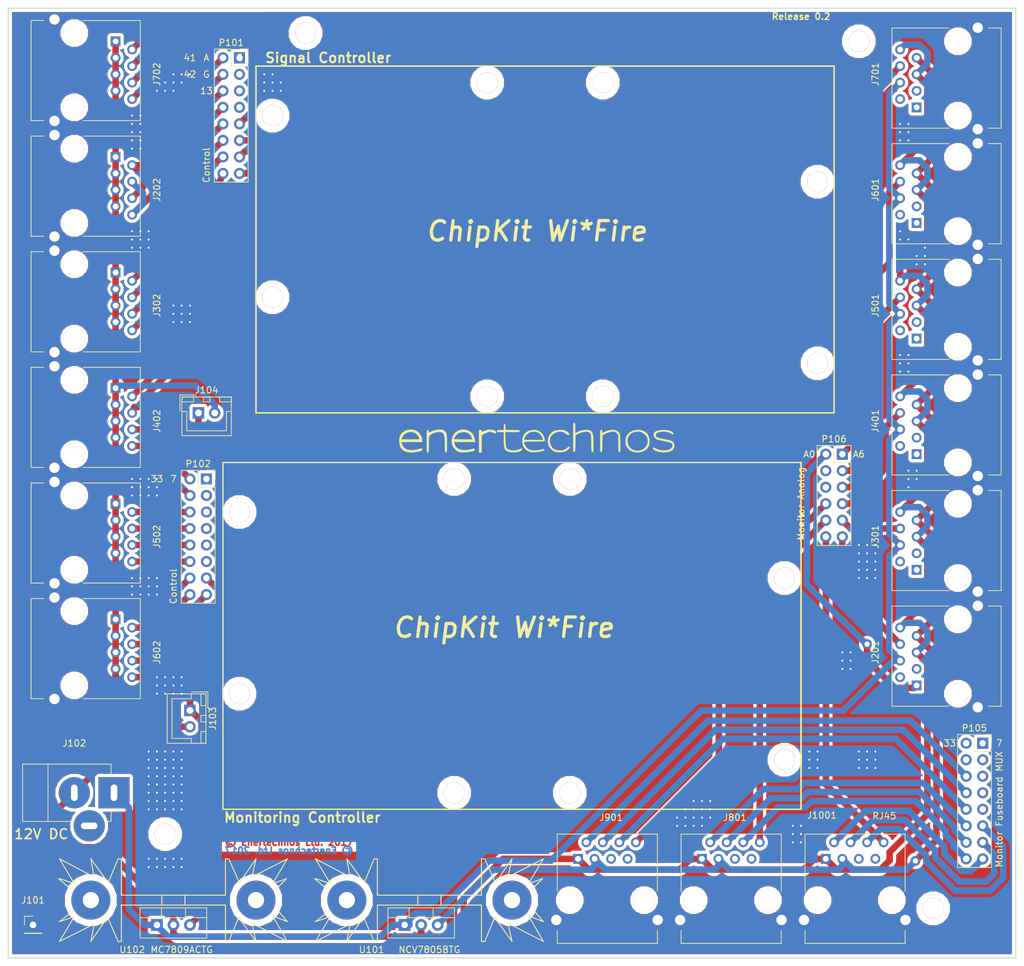
<source format=kicad_pcb>
(kicad_pcb (version 4) (host pcbnew 4.0.7)

  (general
    (links 349)
    (no_connects 0)
    (area 43.104999 18.974999 198.195001 165.175001)
    (thickness 1.6)
    (drawings 27)
    (tracks 431)
    (zones 0)
    (modules 262)
    (nets 90)
  )

  (page A4)
  (title_block
    (title "Breakout Board")
    (date 2018-04-05)
    (rev "Release 0.2")
    (company "Enertechnos Ltd.")
    (comment 1 "For Approval")
  )

  (layers
    (0 F.Cu signal)
    (31 B.Cu signal)
    (32 B.Adhes user)
    (33 F.Adhes user)
    (34 B.Paste user)
    (35 F.Paste user)
    (36 B.SilkS user)
    (37 F.SilkS user)
    (38 B.Mask user)
    (39 F.Mask user)
    (40 Dwgs.User user hide)
    (41 Cmts.User user)
    (42 Eco1.User user)
    (43 Eco2.User user)
    (44 Edge.Cuts user)
    (45 Margin user)
    (46 B.CrtYd user)
    (47 F.CrtYd user)
    (48 B.Fab user)
    (49 F.Fab user)
  )

  (setup
    (last_trace_width 1)
    (trace_clearance 0.4)
    (zone_clearance 0.508)
    (zone_45_only no)
    (trace_min 0.2)
    (segment_width 0.2)
    (edge_width 0.15)
    (via_size 1.5)
    (via_drill 0.8)
    (via_min_size 0.4)
    (via_min_drill 0.3)
    (uvia_size 0.3)
    (uvia_drill 0.1)
    (uvias_allowed no)
    (uvia_min_size 0.2)
    (uvia_min_drill 0.1)
    (pcb_text_width 0.3)
    (pcb_text_size 1.5 1.5)
    (mod_edge_width 0.15)
    (mod_text_size 1 1)
    (mod_text_width 0.15)
    (pad_size 5.99948 5.99948)
    (pad_drill 2.49936)
    (pad_to_mask_clearance 0.2)
    (aux_axis_origin 43.18 165.1)
    (visible_elements 7FFFFF7F)
    (pcbplotparams
      (layerselection 0x010e0_80000001)
      (usegerberextensions false)
      (excludeedgelayer true)
      (linewidth 0.100000)
      (plotframeref false)
      (viasonmask false)
      (mode 1)
      (useauxorigin false)
      (hpglpennumber 1)
      (hpglpenspeed 20)
      (hpglpendiameter 15)
      (hpglpenoverlay 2)
      (psnegative false)
      (psa4output false)
      (plotreference true)
      (plotvalue true)
      (plotinvisibletext false)
      (padsonsilk false)
      (subtractmaskfromsilk false)
      (outputformat 4)
      (mirror false)
      (drillshape 0)
      (scaleselection 1)
      (outputdirectory Plot/))
  )

  (net 0 "")
  (net 1 ARD_TEMP_HB)
  (net 2 ARD_PWM_1)
  (net 3 ARD_PWM_3)
  (net 4 ARD_PWM_2)
  (net 5 ARD_PWM_4)
  (net 6 ARD_TEMP_A)
  (net 7 ARD_GND)
  (net 8 DC_IN)
  (net 9 ARD_PWM_5)
  (net 10 ARD_PWM_6)
  (net 11 ARD_PWM_7)
  (net 12 ARD_PWM_8)
  (net 13 ARD_HBRIDGE_A)
  (net 14 ARD_HBRIDGE_B)
  (net 15 ARD_PWM_9)
  (net 16 ARD_PWM_10)
  (net 17 ARD_PWM_11)
  (net 18 ARD_PWM_12)
  (net 19 ARD_PWM_13)
  (net 20 ARD_PWM_14)
  (net 21 ARD_PWM_15)
  (net 22 ARD_PWM_16)
  (net 23 ARD_TEMP_D)
  (net 24 ARD_TEMP_C)
  (net 25 ARD_TEMP_B)
  (net 26 FB1A)
  (net 27 FB1B)
  (net 28 FB1C)
  (net 29 ARD_VOLTS_1)
  (net 30 FB2A)
  (net 31 FB2B)
  (net 32 FB2C)
  (net 33 ARD_VOLTS_2)
  (net 34 FB3A)
  (net 35 FB3B)
  (net 36 FB3C)
  (net 37 ARD_VOLTS_3)
  (net 38 ARD_TEMP_E)
  (net 39 ARD_CUR_HB)
  (net 40 ARD_VCC)
  (net 41 ARD_PWM_17)
  (net 42 ARD_PWM_18)
  (net 43 ARD_PWM_19)
  (net 44 ARD_PWM_20)
  (net 45 ARD_VIN)
  (net 46 Earth)
  (net 47 "Net-(J102-Pad3)")
  (net 48 "Net-(J201-Pad2)")
  (net 49 "Net-(J201-Pad3)")
  (net 50 "/Module A/ARD_CUR")
  (net 51 "Net-(J301-Pad2)")
  (net 52 "Net-(J301-Pad3)")
  (net 53 "/Module B/ARD_CUR")
  (net 54 "Net-(J401-Pad2)")
  (net 55 "Net-(J401-Pad3)")
  (net 56 "/Module C/ARD_CUR")
  (net 57 "Net-(J501-Pad2)")
  (net 58 "Net-(J501-Pad3)")
  (net 59 "/Module D/ARD_CUR")
  (net 60 "Net-(J601-Pad2)")
  (net 61 "Net-(J601-Pad3)")
  (net 62 "/Module E/ARD_CUR")
  (net 63 "Net-(J701-Pad2)")
  (net 64 "Net-(J701-Pad3)")
  (net 65 "Net-(J801-Pad5)")
  (net 66 "Net-(J801-Pad7)")
  (net 67 "Net-(J901-Pad5)")
  (net 68 "Net-(J901-Pad7)")
  (net 69 "Net-(J1001-Pad5)")
  (net 70 "Net-(J1001-Pad7)")
  (net 71 "Net-(P101-Pad1)")
  (net 72 "Net-(P101-Pad3)")
  (net 73 "Net-(P101-Pad5)")
  (net 74 "Net-(P101-Pad7)")
  (net 75 "Net-(P102-Pad1)")
  (net 76 "Net-(P102-Pad3)")
  (net 77 "Net-(P102-Pad5)")
  (net 78 "Net-(P102-Pad7)")
  (net 79 "Net-(P102-Pad9)")
  (net 80 "Net-(P102-Pad11)")
  (net 81 "Net-(P105-Pad1)")
  (net 82 "Net-(P105-Pad2)")
  (net 83 "Net-(P105-Pad3)")
  (net 84 "Net-(P105-Pad4)")
  (net 85 "Net-(P105-Pad5)")
  (net 86 "Net-(P105-Pad7)")
  (net 87 "Net-(P105-Pad9)")
  (net 88 "Net-(P106-Pad4)")
  (net 89 "Net-(P106-Pad6)")

  (net_class Default "This is the default net class."
    (clearance 0.4)
    (trace_width 1)
    (via_dia 1.5)
    (via_drill 0.8)
    (uvia_dia 0.3)
    (uvia_drill 0.1)
    (add_net "/Module A/ARD_CUR")
    (add_net "/Module B/ARD_CUR")
    (add_net "/Module C/ARD_CUR")
    (add_net "/Module D/ARD_CUR")
    (add_net "/Module E/ARD_CUR")
    (add_net ARD_CUR_HB)
    (add_net ARD_GND)
    (add_net ARD_HBRIDGE_A)
    (add_net ARD_HBRIDGE_B)
    (add_net ARD_PWM_1)
    (add_net ARD_PWM_10)
    (add_net ARD_PWM_11)
    (add_net ARD_PWM_12)
    (add_net ARD_PWM_13)
    (add_net ARD_PWM_14)
    (add_net ARD_PWM_15)
    (add_net ARD_PWM_16)
    (add_net ARD_PWM_17)
    (add_net ARD_PWM_18)
    (add_net ARD_PWM_19)
    (add_net ARD_PWM_2)
    (add_net ARD_PWM_20)
    (add_net ARD_PWM_3)
    (add_net ARD_PWM_4)
    (add_net ARD_PWM_5)
    (add_net ARD_PWM_6)
    (add_net ARD_PWM_7)
    (add_net ARD_PWM_8)
    (add_net ARD_PWM_9)
    (add_net ARD_TEMP_A)
    (add_net ARD_TEMP_B)
    (add_net ARD_TEMP_C)
    (add_net ARD_TEMP_D)
    (add_net ARD_TEMP_E)
    (add_net ARD_TEMP_HB)
    (add_net ARD_VCC)
    (add_net ARD_VIN)
    (add_net ARD_VOLTS_1)
    (add_net ARD_VOLTS_2)
    (add_net ARD_VOLTS_3)
    (add_net DC_IN)
    (add_net Earth)
    (add_net FB1A)
    (add_net FB1B)
    (add_net FB1C)
    (add_net FB2A)
    (add_net FB2B)
    (add_net FB2C)
    (add_net FB3A)
    (add_net FB3B)
    (add_net FB3C)
    (add_net "Net-(J1001-Pad5)")
    (add_net "Net-(J1001-Pad7)")
    (add_net "Net-(J102-Pad3)")
    (add_net "Net-(J201-Pad2)")
    (add_net "Net-(J201-Pad3)")
    (add_net "Net-(J301-Pad2)")
    (add_net "Net-(J301-Pad3)")
    (add_net "Net-(J401-Pad2)")
    (add_net "Net-(J401-Pad3)")
    (add_net "Net-(J501-Pad2)")
    (add_net "Net-(J501-Pad3)")
    (add_net "Net-(J601-Pad2)")
    (add_net "Net-(J601-Pad3)")
    (add_net "Net-(J701-Pad2)")
    (add_net "Net-(J701-Pad3)")
    (add_net "Net-(J801-Pad5)")
    (add_net "Net-(J801-Pad7)")
    (add_net "Net-(J901-Pad5)")
    (add_net "Net-(J901-Pad7)")
    (add_net "Net-(P101-Pad1)")
    (add_net "Net-(P101-Pad3)")
    (add_net "Net-(P101-Pad5)")
    (add_net "Net-(P101-Pad7)")
    (add_net "Net-(P102-Pad1)")
    (add_net "Net-(P102-Pad11)")
    (add_net "Net-(P102-Pad3)")
    (add_net "Net-(P102-Pad5)")
    (add_net "Net-(P102-Pad7)")
    (add_net "Net-(P102-Pad9)")
    (add_net "Net-(P105-Pad1)")
    (add_net "Net-(P105-Pad2)")
    (add_net "Net-(P105-Pad3)")
    (add_net "Net-(P105-Pad4)")
    (add_net "Net-(P105-Pad5)")
    (add_net "Net-(P105-Pad7)")
    (add_net "Net-(P105-Pad9)")
    (add_net "Net-(P106-Pad4)")
    (add_net "Net-(P106-Pad6)")
  )

  (module PartsLibraries:MicroVia (layer F.Cu) (tedit 5AC39D65) (tstamp 5AC5FA7A)
    (at 83.82 30.48 180)
    (fp_text reference REF** (at 0 -2.54 180) (layer F.SilkS) hide
      (effects (font (size 1 1) (thickness 0.15)))
    )
    (fp_text value MicroVia (at 0 2.54 180) (layer F.Fab) hide
      (effects (font (size 1 1) (thickness 0.15)))
    )
    (pad 1 thru_hole circle (at 0 0 180) (size 0.6 0.6) (drill 0.3) (layers *.Cu)
      (net 46 Earth) (zone_connect 2))
  )

  (module PartsLibraries:MicroVia (layer F.Cu) (tedit 5AC39D65) (tstamp 5AC5FA76)
    (at 85.09 31.75 180)
    (fp_text reference REF** (at 0 -2.54 180) (layer F.SilkS) hide
      (effects (font (size 1 1) (thickness 0.15)))
    )
    (fp_text value MicroVia (at 0 2.54 180) (layer F.Fab) hide
      (effects (font (size 1 1) (thickness 0.15)))
    )
    (pad 1 thru_hole circle (at 0 0 180) (size 0.6 0.6) (drill 0.3) (layers *.Cu)
      (net 46 Earth) (zone_connect 2))
  )

  (module PartsLibraries:MicroVia (layer F.Cu) (tedit 5AC39D65) (tstamp 5AC5FA72)
    (at 85.09 30.48 180)
    (fp_text reference REF** (at 0 -2.54 180) (layer F.SilkS) hide
      (effects (font (size 1 1) (thickness 0.15)))
    )
    (fp_text value MicroVia (at 0 2.54 180) (layer F.Fab) hide
      (effects (font (size 1 1) (thickness 0.15)))
    )
    (pad 1 thru_hole circle (at 0 0 180) (size 0.6 0.6) (drill 0.3) (layers *.Cu)
      (net 46 Earth) (zone_connect 2))
  )

  (module PartsLibraries:MicroVia (layer F.Cu) (tedit 5AC39D65) (tstamp 5AC5FA6E)
    (at 83.82 31.75 180)
    (fp_text reference REF** (at 0 -2.54 180) (layer F.SilkS) hide
      (effects (font (size 1 1) (thickness 0.15)))
    )
    (fp_text value MicroVia (at 0 2.54 180) (layer F.Fab) hide
      (effects (font (size 1 1) (thickness 0.15)))
    )
    (pad 1 thru_hole circle (at 0 0 180) (size 0.6 0.6) (drill 0.3) (layers *.Cu)
      (net 46 Earth) (zone_connect 2))
  )

  (module PartsLibraries:MicroVia (layer F.Cu) (tedit 5AC39D65) (tstamp 5AC5FA6A)
    (at 82.55 31.75 180)
    (fp_text reference REF** (at 0 -2.54 180) (layer F.SilkS) hide
      (effects (font (size 1 1) (thickness 0.15)))
    )
    (fp_text value MicroVia (at 0 2.54 180) (layer F.Fab) hide
      (effects (font (size 1 1) (thickness 0.15)))
    )
    (pad 1 thru_hole circle (at 0 0 180) (size 0.6 0.6) (drill 0.3) (layers *.Cu)
      (net 46 Earth) (zone_connect 2))
  )

  (module PartsLibraries:MicroVia (layer F.Cu) (tedit 5AC39D65) (tstamp 5AC5FA66)
    (at 82.55 30.48 180)
    (fp_text reference REF** (at 0 -2.54 180) (layer F.SilkS) hide
      (effects (font (size 1 1) (thickness 0.15)))
    )
    (fp_text value MicroVia (at 0 2.54 180) (layer F.Fab) hide
      (effects (font (size 1 1) (thickness 0.15)))
    )
    (pad 1 thru_hole circle (at 0 0 180) (size 0.6 0.6) (drill 0.3) (layers *.Cu)
      (net 46 Earth) (zone_connect 2))
  )

  (module PartsLibraries:MicroVia (layer F.Cu) (tedit 5AC39D65) (tstamp 5AC5FA62)
    (at 83.82 29.21 180)
    (fp_text reference REF** (at 0 -2.54 180) (layer F.SilkS) hide
      (effects (font (size 1 1) (thickness 0.15)))
    )
    (fp_text value MicroVia (at 0 2.54 180) (layer F.Fab) hide
      (effects (font (size 1 1) (thickness 0.15)))
    )
    (pad 1 thru_hole circle (at 0 0 180) (size 0.6 0.6) (drill 0.3) (layers *.Cu)
      (net 46 Earth) (zone_connect 2))
  )

  (module PartsLibraries:MicroVia (layer F.Cu) (tedit 5AC39D65) (tstamp 5AC5FA5E)
    (at 82.55 29.21 180)
    (fp_text reference REF** (at 0 -2.54 180) (layer F.SilkS) hide
      (effects (font (size 1 1) (thickness 0.15)))
    )
    (fp_text value MicroVia (at 0 2.54 180) (layer F.Fab) hide
      (effects (font (size 1 1) (thickness 0.15)))
    )
    (pad 1 thru_hole circle (at 0 0 180) (size 0.6 0.6) (drill 0.3) (layers *.Cu)
      (net 46 Earth) (zone_connect 2))
  )

  (module PartsLibraries:MountingHole_M3 (layer F.Cu) (tedit 5AC5E77E) (tstamp 5AC5F93D)
    (at 78.74 96.52 180)
    (descr "module 1 pin (ou trou mecanique de percage)")
    (tags DEV)
    (fp_text reference Ref** (at 0 -3.048 180) (layer F.SilkS) hide
      (effects (font (size 1 1) (thickness 0.15)))
    )
    (fp_text value Mount (at 0 3 180) (layer F.Fab) hide
      (effects (font (size 1 1) (thickness 0.15)))
    )
    (pad 1 thru_hole circle (at 0 0 180) (size 3.2 3.2) (drill 3.2) (layers *.Cu)
      (clearance 1) (zone_connect 2))
  )

  (module PartsLibraries:MountingHole_M3 (layer F.Cu) (tedit 5AC5E77E) (tstamp 5AC5F939)
    (at 78.74 124.46 180)
    (descr "module 1 pin (ou trou mecanique de percage)")
    (tags DEV)
    (fp_text reference Ref** (at 0 -3.048 180) (layer F.SilkS) hide
      (effects (font (size 1 1) (thickness 0.15)))
    )
    (fp_text value Mount (at 0 3 180) (layer F.Fab) hide
      (effects (font (size 1 1) (thickness 0.15)))
    )
    (pad 1 thru_hole circle (at 0 0 180) (size 3.2 3.2) (drill 3.2) (layers *.Cu)
      (clearance 1) (zone_connect 2))
  )

  (module PartsLibraries:MountingHole_M3 (layer F.Cu) (tedit 5AC5E77E) (tstamp 5AC5F935)
    (at 129.54 91.44 180)
    (descr "module 1 pin (ou trou mecanique de percage)")
    (tags DEV)
    (fp_text reference Ref** (at 0 -3.048 180) (layer F.SilkS) hide
      (effects (font (size 1 1) (thickness 0.15)))
    )
    (fp_text value Mount (at 0 3 180) (layer F.Fab) hide
      (effects (font (size 1 1) (thickness 0.15)))
    )
    (pad 1 thru_hole circle (at 0 0 180) (size 3.2 3.2) (drill 3.2) (layers *.Cu)
      (clearance 1) (zone_connect 2))
  )

  (module PartsLibraries:MountingHole_M3 (layer F.Cu) (tedit 5AC5E77E) (tstamp 5AC5F931)
    (at 129.54 139.7 180)
    (descr "module 1 pin (ou trou mecanique de percage)")
    (tags DEV)
    (fp_text reference Ref** (at 0 -3.048 180) (layer F.SilkS) hide
      (effects (font (size 1 1) (thickness 0.15)))
    )
    (fp_text value Mount (at 0 3 180) (layer F.Fab) hide
      (effects (font (size 1 1) (thickness 0.15)))
    )
    (pad 1 thru_hole circle (at 0 0 180) (size 3.2 3.2) (drill 3.2) (layers *.Cu)
      (clearance 1) (zone_connect 2))
  )

  (module PartsLibraries:MountingHole_M3 (layer F.Cu) (tedit 5AC5E77E) (tstamp 5AC5F8FF)
    (at 83.82 35.56 180)
    (descr "module 1 pin (ou trou mecanique de percage)")
    (tags DEV)
    (fp_text reference Ref** (at 0 -3.048 180) (layer F.SilkS) hide
      (effects (font (size 1 1) (thickness 0.15)))
    )
    (fp_text value Mount (at 0 3 180) (layer F.Fab) hide
      (effects (font (size 1 1) (thickness 0.15)))
    )
    (pad 1 thru_hole circle (at 0 0 180) (size 3.2 3.2) (drill 3.2) (layers *.Cu)
      (clearance 1) (zone_connect 2))
  )

  (module PartsLibraries:MountingHole_M3 (layer F.Cu) (tedit 5AC5E77E) (tstamp 5AC5F8FB)
    (at 83.82 63.5 180)
    (descr "module 1 pin (ou trou mecanique de percage)")
    (tags DEV)
    (fp_text reference Ref** (at 0 -3.048 180) (layer F.SilkS) hide
      (effects (font (size 1 1) (thickness 0.15)))
    )
    (fp_text value Mount (at 0 3 180) (layer F.Fab) hide
      (effects (font (size 1 1) (thickness 0.15)))
    )
    (pad 1 thru_hole circle (at 0 0 180) (size 3.2 3.2) (drill 3.2) (layers *.Cu)
      (clearance 1) (zone_connect 2))
  )

  (module PartsLibraries:MountingHole_M3 (layer F.Cu) (tedit 5AC5E77E) (tstamp 5AC5F8F7)
    (at 134.62 78.74 180)
    (descr "module 1 pin (ou trou mecanique de percage)")
    (tags DEV)
    (fp_text reference Ref** (at 0 -3.048 180) (layer F.SilkS) hide
      (effects (font (size 1 1) (thickness 0.15)))
    )
    (fp_text value Mount (at 0 3 180) (layer F.Fab) hide
      (effects (font (size 1 1) (thickness 0.15)))
    )
    (pad 1 thru_hole circle (at 0 0 180) (size 3.2 3.2) (drill 3.2) (layers *.Cu)
      (clearance 1) (zone_connect 2))
  )

  (module PartsLibraries:MountingHole_M3 (layer F.Cu) (tedit 5AC5E77E) (tstamp 5AC5F8F3)
    (at 134.62 30.48 180)
    (descr "module 1 pin (ou trou mecanique de percage)")
    (tags DEV)
    (fp_text reference Ref** (at 0 -3.048 180) (layer F.SilkS) hide
      (effects (font (size 1 1) (thickness 0.15)))
    )
    (fp_text value Mount (at 0 3 180) (layer F.Fab) hide
      (effects (font (size 1 1) (thickness 0.15)))
    )
    (pad 1 thru_hole circle (at 0 0 180) (size 3.2 3.2) (drill 3.2) (layers *.Cu)
      (clearance 1) (zone_connect 2))
  )

  (module PartsLibraries:MicroVia (layer F.Cu) (tedit 5AC39D65) (tstamp 5AC5F8C1)
    (at 66.04 31.75 180)
    (fp_text reference REF** (at 0 -2.54 180) (layer F.SilkS) hide
      (effects (font (size 1 1) (thickness 0.15)))
    )
    (fp_text value MicroVia (at 0 2.54 180) (layer F.Fab) hide
      (effects (font (size 1 1) (thickness 0.15)))
    )
    (pad 1 thru_hole circle (at 0 0 180) (size 0.6 0.6) (drill 0.3) (layers *.Cu)
      (net 46 Earth) (zone_connect 2))
  )

  (module PartsLibraries:MicroVia (layer F.Cu) (tedit 5AC39D65) (tstamp 5AC5F8BD)
    (at 67.31 30.48 180)
    (fp_text reference REF** (at 0 -2.54 180) (layer F.SilkS) hide
      (effects (font (size 1 1) (thickness 0.15)))
    )
    (fp_text value MicroVia (at 0 2.54 180) (layer F.Fab) hide
      (effects (font (size 1 1) (thickness 0.15)))
    )
    (pad 1 thru_hole circle (at 0 0 180) (size 0.6 0.6) (drill 0.3) (layers *.Cu)
      (net 46 Earth) (zone_connect 2))
  )

  (module PartsLibraries:MicroVia (layer F.Cu) (tedit 5AC39D65) (tstamp 5AC5F8B9)
    (at 68.58 29.21 180)
    (fp_text reference REF** (at 0 -2.54 180) (layer F.SilkS) hide
      (effects (font (size 1 1) (thickness 0.15)))
    )
    (fp_text value MicroVia (at 0 2.54 180) (layer F.Fab) hide
      (effects (font (size 1 1) (thickness 0.15)))
    )
    (pad 1 thru_hole circle (at 0 0 180) (size 0.6 0.6) (drill 0.3) (layers *.Cu)
      (net 46 Earth) (zone_connect 2))
  )

  (module PartsLibraries:MicroVia (layer F.Cu) (tedit 5AC39D65) (tstamp 5AC5F8B5)
    (at 67.31 31.75 180)
    (fp_text reference REF** (at 0 -2.54 180) (layer F.SilkS) hide
      (effects (font (size 1 1) (thickness 0.15)))
    )
    (fp_text value MicroVia (at 0 2.54 180) (layer F.Fab) hide
      (effects (font (size 1 1) (thickness 0.15)))
    )
    (pad 1 thru_hole circle (at 0 0 180) (size 0.6 0.6) (drill 0.3) (layers *.Cu)
      (net 46 Earth) (zone_connect 2))
  )

  (module PartsLibraries:MicroVia (layer F.Cu) (tedit 5AC39D65) (tstamp 5AC5F8B1)
    (at 68.58 30.48 180)
    (fp_text reference REF** (at 0 -2.54 180) (layer F.SilkS) hide
      (effects (font (size 1 1) (thickness 0.15)))
    )
    (fp_text value MicroVia (at 0 2.54 180) (layer F.Fab) hide
      (effects (font (size 1 1) (thickness 0.15)))
    )
    (pad 1 thru_hole circle (at 0 0 180) (size 0.6 0.6) (drill 0.3) (layers *.Cu)
      (net 46 Earth) (zone_connect 2))
  )

  (module PartsLibraries:MicroVia (layer F.Cu) (tedit 5AC39D65) (tstamp 5AC5F8AD)
    (at 69.85 29.21 180)
    (fp_text reference REF** (at 0 -2.54 180) (layer F.SilkS) hide
      (effects (font (size 1 1) (thickness 0.15)))
    )
    (fp_text value MicroVia (at 0 2.54 180) (layer F.Fab) hide
      (effects (font (size 1 1) (thickness 0.15)))
    )
    (pad 1 thru_hole circle (at 0 0 180) (size 0.6 0.6) (drill 0.3) (layers *.Cu)
      (net 46 Earth) (zone_connect 2))
  )

  (module PartsLibraries:MicroVia (layer F.Cu) (tedit 5AC39D65) (tstamp 5AC5F88F)
    (at 63.5 35.56 180)
    (fp_text reference REF** (at 0 -2.54 180) (layer F.SilkS) hide
      (effects (font (size 1 1) (thickness 0.15)))
    )
    (fp_text value MicroVia (at 0 2.54 180) (layer F.Fab) hide
      (effects (font (size 1 1) (thickness 0.15)))
    )
    (pad 1 thru_hole circle (at 0 0 180) (size 0.6 0.6) (drill 0.3) (layers *.Cu)
      (net 46 Earth) (zone_connect 2))
  )

  (module PartsLibraries:MicroVia (layer F.Cu) (tedit 5AC39D65) (tstamp 5AC5F88B)
    (at 62.23 36.83 180)
    (fp_text reference REF** (at 0 -2.54 180) (layer F.SilkS) hide
      (effects (font (size 1 1) (thickness 0.15)))
    )
    (fp_text value MicroVia (at 0 2.54 180) (layer F.Fab) hide
      (effects (font (size 1 1) (thickness 0.15)))
    )
    (pad 1 thru_hole circle (at 0 0 180) (size 0.6 0.6) (drill 0.3) (layers *.Cu)
      (net 46 Earth) (zone_connect 2))
  )

  (module PartsLibraries:MicroVia (layer F.Cu) (tedit 5AC39D65) (tstamp 5AC5F883)
    (at 62.23 35.56 180)
    (fp_text reference REF** (at 0 -2.54 180) (layer F.SilkS) hide
      (effects (font (size 1 1) (thickness 0.15)))
    )
    (fp_text value MicroVia (at 0 2.54 180) (layer F.Fab) hide
      (effects (font (size 1 1) (thickness 0.15)))
    )
    (pad 1 thru_hole circle (at 0 0 180) (size 0.6 0.6) (drill 0.3) (layers *.Cu)
      (net 46 Earth) (zone_connect 2))
  )

  (module PartsLibraries:MicroVia (layer F.Cu) (tedit 5AC39D65) (tstamp 5AC5F87F)
    (at 63.5 36.83 180)
    (fp_text reference REF** (at 0 -2.54 180) (layer F.SilkS) hide
      (effects (font (size 1 1) (thickness 0.15)))
    )
    (fp_text value MicroVia (at 0 2.54 180) (layer F.Fab) hide
      (effects (font (size 1 1) (thickness 0.15)))
    )
    (pad 1 thru_hole circle (at 0 0 180) (size 0.6 0.6) (drill 0.3) (layers *.Cu)
      (net 46 Earth) (zone_connect 2))
  )

  (module PartsLibraries:MountingHole_M3 (layer F.Cu) (tedit 5AC5E77E) (tstamp 5AC5F7A4)
    (at 185.42 157.48)
    (descr "module 1 pin (ou trou mecanique de percage)")
    (tags DEV)
    (fp_text reference Ref** (at 0 -3.048) (layer F.SilkS) hide
      (effects (font (size 1 1) (thickness 0.15)))
    )
    (fp_text value Mount (at 0 3) (layer F.Fab) hide
      (effects (font (size 1 1) (thickness 0.15)))
    )
    (pad 1 thru_hole circle (at 0 0) (size 3.2 3.2) (drill 3.2) (layers *.Cu)
      (clearance 1) (zone_connect 2))
  )

  (module PartsLibraries:MountingHole_M3 (layer F.Cu) (tedit 5AC5E77E) (tstamp 5AC5F79B)
    (at 173.99 24.13)
    (descr "module 1 pin (ou trou mecanique de percage)")
    (tags DEV)
    (fp_text reference Ref** (at 0 -3.048) (layer F.SilkS) hide
      (effects (font (size 1 1) (thickness 0.15)))
    )
    (fp_text value Mount (at 0 3) (layer F.Fab) hide
      (effects (font (size 1 1) (thickness 0.15)))
    )
    (pad 1 thru_hole circle (at 0 0) (size 3.2 3.2) (drill 3.2) (layers *.Cu)
      (clearance 1) (zone_connect 2))
  )

  (module PartsLibraries:MountingHole_M3 (layer F.Cu) (tedit 5AC5E77E) (tstamp 5AC5F768)
    (at 88.9 22.86)
    (descr "module 1 pin (ou trou mecanique de percage)")
    (tags DEV)
    (fp_text reference Ref** (at 0 -3.048) (layer F.SilkS) hide
      (effects (font (size 1 1) (thickness 0.15)))
    )
    (fp_text value Mount (at 0 3) (layer F.Fab) hide
      (effects (font (size 1 1) (thickness 0.15)))
    )
    (pad 1 thru_hole circle (at 0 0) (size 3.2 3.2) (drill 3.2) (layers *.Cu)
      (clearance 1) (zone_connect 2))
  )

  (module PartsLibraries:MicroVia (layer F.Cu) (tedit 5AC39D65) (tstamp 5AC5F755)
    (at 165.1 146.05 90)
    (fp_text reference REF** (at 0 -2.54 90) (layer F.SilkS) hide
      (effects (font (size 1 1) (thickness 0.15)))
    )
    (fp_text value MicroVia (at 0 2.54 90) (layer F.Fab) hide
      (effects (font (size 1 1) (thickness 0.15)))
    )
    (pad 1 thru_hole circle (at 0 0 90) (size 0.6 0.6) (drill 0.3) (layers *.Cu)
      (net 46 Earth) (zone_connect 2))
  )

  (module PartsLibraries:MicroVia (layer F.Cu) (tedit 5AC39D65) (tstamp 5AC5F751)
    (at 163.83 147.32 90)
    (fp_text reference REF** (at 0 -2.54 90) (layer F.SilkS) hide
      (effects (font (size 1 1) (thickness 0.15)))
    )
    (fp_text value MicroVia (at 0 2.54 90) (layer F.Fab) hide
      (effects (font (size 1 1) (thickness 0.15)))
    )
    (pad 1 thru_hole circle (at 0 0 90) (size 0.6 0.6) (drill 0.3) (layers *.Cu)
      (net 46 Earth) (zone_connect 2))
  )

  (module PartsLibraries:MicroVia (layer F.Cu) (tedit 5AC39D65) (tstamp 5AC5F74D)
    (at 163.83 146.05 90)
    (fp_text reference REF** (at 0 -2.54 90) (layer F.SilkS) hide
      (effects (font (size 1 1) (thickness 0.15)))
    )
    (fp_text value MicroVia (at 0 2.54 90) (layer F.Fab) hide
      (effects (font (size 1 1) (thickness 0.15)))
    )
    (pad 1 thru_hole circle (at 0 0 90) (size 0.6 0.6) (drill 0.3) (layers *.Cu)
      (net 46 Earth) (zone_connect 2))
  )

  (module PartsLibraries:MicroVia (layer F.Cu) (tedit 5AC39D65) (tstamp 5AC5F749)
    (at 165.1 144.78 90)
    (fp_text reference REF** (at 0 -2.54 90) (layer F.SilkS) hide
      (effects (font (size 1 1) (thickness 0.15)))
    )
    (fp_text value MicroVia (at 0 2.54 90) (layer F.Fab) hide
      (effects (font (size 1 1) (thickness 0.15)))
    )
    (pad 1 thru_hole circle (at 0 0 90) (size 0.6 0.6) (drill 0.3) (layers *.Cu)
      (net 46 Earth) (zone_connect 2))
  )

  (module PartsLibraries:MicroVia (layer F.Cu) (tedit 5AC39D65) (tstamp 5AC5F745)
    (at 163.83 144.78 90)
    (fp_text reference REF** (at 0 -2.54 90) (layer F.SilkS) hide
      (effects (font (size 1 1) (thickness 0.15)))
    )
    (fp_text value MicroVia (at 0 2.54 90) (layer F.Fab) hide
      (effects (font (size 1 1) (thickness 0.15)))
    )
    (pad 1 thru_hole circle (at 0 0 90) (size 0.6 0.6) (drill 0.3) (layers *.Cu)
      (net 46 Earth) (zone_connect 2))
  )

  (module PartsLibraries:MicroVia (layer F.Cu) (tedit 5AC39D65) (tstamp 5AC5F741)
    (at 165.1 147.32 90)
    (fp_text reference REF** (at 0 -2.54 90) (layer F.SilkS) hide
      (effects (font (size 1 1) (thickness 0.15)))
    )
    (fp_text value MicroVia (at 0 2.54 90) (layer F.Fab) hide
      (effects (font (size 1 1) (thickness 0.15)))
    )
    (pad 1 thru_hole circle (at 0 0 90) (size 0.6 0.6) (drill 0.3) (layers *.Cu)
      (net 46 Earth) (zone_connect 2))
  )

  (module PartsLibraries:MicroVia (layer F.Cu) (tedit 5AC39D65) (tstamp 5AC5F73D)
    (at 167.64 134.62 90)
    (fp_text reference REF** (at 0 -2.54 90) (layer F.SilkS) hide
      (effects (font (size 1 1) (thickness 0.15)))
    )
    (fp_text value MicroVia (at 0 2.54 90) (layer F.Fab) hide
      (effects (font (size 1 1) (thickness 0.15)))
    )
    (pad 1 thru_hole circle (at 0 0 90) (size 0.6 0.6) (drill 0.3) (layers *.Cu)
      (net 46 Earth) (zone_connect 2))
  )

  (module PartsLibraries:MicroVia (layer F.Cu) (tedit 5AC39D65) (tstamp 5AC5F739)
    (at 166.37 135.89 90)
    (fp_text reference REF** (at 0 -2.54 90) (layer F.SilkS) hide
      (effects (font (size 1 1) (thickness 0.15)))
    )
    (fp_text value MicroVia (at 0 2.54 90) (layer F.Fab) hide
      (effects (font (size 1 1) (thickness 0.15)))
    )
    (pad 1 thru_hole circle (at 0 0 90) (size 0.6 0.6) (drill 0.3) (layers *.Cu)
      (net 46 Earth) (zone_connect 2))
  )

  (module PartsLibraries:MicroVia (layer F.Cu) (tedit 5AC39D65) (tstamp 5AC5F735)
    (at 166.37 134.62 90)
    (fp_text reference REF** (at 0 -2.54 90) (layer F.SilkS) hide
      (effects (font (size 1 1) (thickness 0.15)))
    )
    (fp_text value MicroVia (at 0 2.54 90) (layer F.Fab) hide
      (effects (font (size 1 1) (thickness 0.15)))
    )
    (pad 1 thru_hole circle (at 0 0 90) (size 0.6 0.6) (drill 0.3) (layers *.Cu)
      (net 46 Earth) (zone_connect 2))
  )

  (module PartsLibraries:MicroVia (layer F.Cu) (tedit 5AC39D65) (tstamp 5AC5F731)
    (at 167.64 133.35 90)
    (fp_text reference REF** (at 0 -2.54 90) (layer F.SilkS) hide
      (effects (font (size 1 1) (thickness 0.15)))
    )
    (fp_text value MicroVia (at 0 2.54 90) (layer F.Fab) hide
      (effects (font (size 1 1) (thickness 0.15)))
    )
    (pad 1 thru_hole circle (at 0 0 90) (size 0.6 0.6) (drill 0.3) (layers *.Cu)
      (net 46 Earth) (zone_connect 2))
  )

  (module PartsLibraries:MicroVia (layer F.Cu) (tedit 5AC39D65) (tstamp 5AC5F72D)
    (at 166.37 133.35 90)
    (fp_text reference REF** (at 0 -2.54 90) (layer F.SilkS) hide
      (effects (font (size 1 1) (thickness 0.15)))
    )
    (fp_text value MicroVia (at 0 2.54 90) (layer F.Fab) hide
      (effects (font (size 1 1) (thickness 0.15)))
    )
    (pad 1 thru_hole circle (at 0 0 90) (size 0.6 0.6) (drill 0.3) (layers *.Cu)
      (net 46 Earth) (zone_connect 2))
  )

  (module PartsLibraries:MicroVia (layer F.Cu) (tedit 5AC39D65) (tstamp 5AC5F729)
    (at 167.64 135.89 90)
    (fp_text reference REF** (at 0 -2.54 90) (layer F.SilkS) hide
      (effects (font (size 1 1) (thickness 0.15)))
    )
    (fp_text value MicroVia (at 0 2.54 90) (layer F.Fab) hide
      (effects (font (size 1 1) (thickness 0.15)))
    )
    (pad 1 thru_hole circle (at 0 0 90) (size 0.6 0.6) (drill 0.3) (layers *.Cu)
      (net 46 Earth) (zone_connect 2))
  )

  (module PartsLibraries:MicroVia (layer F.Cu) (tedit 5AC39D65) (tstamp 5AC5EEDD)
    (at 66.04 121.92)
    (fp_text reference REF** (at 0 -2.54) (layer F.SilkS) hide
      (effects (font (size 1 1) (thickness 0.15)))
    )
    (fp_text value MicroVia (at 0 2.54) (layer F.Fab) hide
      (effects (font (size 1 1) (thickness 0.15)))
    )
    (pad 1 thru_hole circle (at 0 0) (size 0.6 0.6) (drill 0.3) (layers *.Cu)
      (net 46 Earth) (zone_connect 2))
  )

  (module PartsLibraries:MicroVia (layer F.Cu) (tedit 5AC39D65) (tstamp 5AC5EED9)
    (at 67.31 121.92)
    (fp_text reference REF** (at 0 -2.54) (layer F.SilkS) hide
      (effects (font (size 1 1) (thickness 0.15)))
    )
    (fp_text value MicroVia (at 0 2.54) (layer F.Fab) hide
      (effects (font (size 1 1) (thickness 0.15)))
    )
    (pad 1 thru_hole circle (at 0 0) (size 0.6 0.6) (drill 0.3) (layers *.Cu)
      (net 46 Earth) (zone_connect 2))
  )

  (module PartsLibraries:MicroVia (layer F.Cu) (tedit 5AC39D65) (tstamp 5AC5EED5)
    (at 66.04 124.46)
    (fp_text reference REF** (at 0 -2.54) (layer F.SilkS) hide
      (effects (font (size 1 1) (thickness 0.15)))
    )
    (fp_text value MicroVia (at 0 2.54) (layer F.Fab) hide
      (effects (font (size 1 1) (thickness 0.15)))
    )
    (pad 1 thru_hole circle (at 0 0) (size 0.6 0.6) (drill 0.3) (layers *.Cu)
      (net 46 Earth) (zone_connect 2))
  )

  (module PartsLibraries:MicroVia (layer F.Cu) (tedit 5AC39D65) (tstamp 5AC5EED1)
    (at 69.85 123.19)
    (fp_text reference REF** (at 0 -2.54) (layer F.SilkS) hide
      (effects (font (size 1 1) (thickness 0.15)))
    )
    (fp_text value MicroVia (at 0 2.54) (layer F.Fab) hide
      (effects (font (size 1 1) (thickness 0.15)))
    )
    (pad 1 thru_hole circle (at 0 0) (size 0.6 0.6) (drill 0.3) (layers *.Cu)
      (net 46 Earth) (zone_connect 2))
  )

  (module PartsLibraries:MicroVia (layer F.Cu) (tedit 5AC39D65) (tstamp 5AC5EECD)
    (at 69.85 124.46)
    (fp_text reference REF** (at 0 -2.54) (layer F.SilkS) hide
      (effects (font (size 1 1) (thickness 0.15)))
    )
    (fp_text value MicroVia (at 0 2.54) (layer F.Fab) hide
      (effects (font (size 1 1) (thickness 0.15)))
    )
    (pad 1 thru_hole circle (at 0 0) (size 0.6 0.6) (drill 0.3) (layers *.Cu)
      (net 46 Earth) (zone_connect 2))
  )

  (module PartsLibraries:MicroVia (layer F.Cu) (tedit 5AC39D65) (tstamp 5AC5EEC9)
    (at 67.31 123.19)
    (fp_text reference REF** (at 0 -2.54) (layer F.SilkS) hide
      (effects (font (size 1 1) (thickness 0.15)))
    )
    (fp_text value MicroVia (at 0 2.54) (layer F.Fab) hide
      (effects (font (size 1 1) (thickness 0.15)))
    )
    (pad 1 thru_hole circle (at 0 0) (size 0.6 0.6) (drill 0.3) (layers *.Cu)
      (net 46 Earth) (zone_connect 2))
  )

  (module PartsLibraries:MicroVia (layer F.Cu) (tedit 5AC39D65) (tstamp 5AC5EEC5)
    (at 66.04 123.19)
    (fp_text reference REF** (at 0 -2.54) (layer F.SilkS) hide
      (effects (font (size 1 1) (thickness 0.15)))
    )
    (fp_text value MicroVia (at 0 2.54) (layer F.Fab) hide
      (effects (font (size 1 1) (thickness 0.15)))
    )
    (pad 1 thru_hole circle (at 0 0) (size 0.6 0.6) (drill 0.3) (layers *.Cu)
      (net 46 Earth) (zone_connect 2))
  )

  (module PartsLibraries:MicroVia (layer F.Cu) (tedit 5AC39D65) (tstamp 5AC5EEC1)
    (at 68.58 123.19)
    (fp_text reference REF** (at 0 -2.54) (layer F.SilkS) hide
      (effects (font (size 1 1) (thickness 0.15)))
    )
    (fp_text value MicroVia (at 0 2.54) (layer F.Fab) hide
      (effects (font (size 1 1) (thickness 0.15)))
    )
    (pad 1 thru_hole circle (at 0 0) (size 0.6 0.6) (drill 0.3) (layers *.Cu)
      (net 46 Earth) (zone_connect 2))
  )

  (module PartsLibraries:MicroVia (layer F.Cu) (tedit 5AC39D65) (tstamp 5AC5EEBD)
    (at 67.31 124.46)
    (fp_text reference REF** (at 0 -2.54) (layer F.SilkS) hide
      (effects (font (size 1 1) (thickness 0.15)))
    )
    (fp_text value MicroVia (at 0 2.54) (layer F.Fab) hide
      (effects (font (size 1 1) (thickness 0.15)))
    )
    (pad 1 thru_hole circle (at 0 0) (size 0.6 0.6) (drill 0.3) (layers *.Cu)
      (net 46 Earth) (zone_connect 2))
  )

  (module PartsLibraries:MicroVia (layer F.Cu) (tedit 5AC39D65) (tstamp 5AC5EEB9)
    (at 68.58 124.46)
    (fp_text reference REF** (at 0 -2.54) (layer F.SilkS) hide
      (effects (font (size 1 1) (thickness 0.15)))
    )
    (fp_text value MicroVia (at 0 2.54) (layer F.Fab) hide
      (effects (font (size 1 1) (thickness 0.15)))
    )
    (pad 1 thru_hole circle (at 0 0) (size 0.6 0.6) (drill 0.3) (layers *.Cu)
      (net 46 Earth) (zone_connect 2))
  )

  (module PartsLibraries:MicroVia (layer F.Cu) (tedit 5AC39D65) (tstamp 5AC5EEB5)
    (at 69.85 121.92)
    (fp_text reference REF** (at 0 -2.54) (layer F.SilkS) hide
      (effects (font (size 1 1) (thickness 0.15)))
    )
    (fp_text value MicroVia (at 0 2.54) (layer F.Fab) hide
      (effects (font (size 1 1) (thickness 0.15)))
    )
    (pad 1 thru_hole circle (at 0 0) (size 0.6 0.6) (drill 0.3) (layers *.Cu)
      (net 46 Earth) (zone_connect 2))
  )

  (module PartsLibraries:MicroVia (layer F.Cu) (tedit 5AC39D65) (tstamp 5AC5EEB1)
    (at 68.58 121.92)
    (fp_text reference REF** (at 0 -2.54) (layer F.SilkS) hide
      (effects (font (size 1 1) (thickness 0.15)))
    )
    (fp_text value MicroVia (at 0 2.54) (layer F.Fab) hide
      (effects (font (size 1 1) (thickness 0.15)))
    )
    (pad 1 thru_hole circle (at 0 0) (size 0.6 0.6) (drill 0.3) (layers *.Cu)
      (net 46 Earth) (zone_connect 2))
  )

  (module PartsLibraries:MicroVia (layer F.Cu) (tedit 5AC39D65) (tstamp 5AC5E58B)
    (at 171.45 119.38 90)
    (fp_text reference REF** (at 0 -2.54 90) (layer F.SilkS) hide
      (effects (font (size 1 1) (thickness 0.15)))
    )
    (fp_text value MicroVia (at 0 2.54 90) (layer F.Fab) hide
      (effects (font (size 1 1) (thickness 0.15)))
    )
    (pad 1 thru_hole circle (at 0 0 90) (size 0.6 0.6) (drill 0.3) (layers *.Cu)
      (net 46 Earth) (zone_connect 2))
  )

  (module PartsLibraries:MicroVia (layer F.Cu) (tedit 5AC39D65) (tstamp 5AC5E587)
    (at 172.72 119.38 90)
    (fp_text reference REF** (at 0 -2.54 90) (layer F.SilkS) hide
      (effects (font (size 1 1) (thickness 0.15)))
    )
    (fp_text value MicroVia (at 0 2.54 90) (layer F.Fab) hide
      (effects (font (size 1 1) (thickness 0.15)))
    )
    (pad 1 thru_hole circle (at 0 0 90) (size 0.6 0.6) (drill 0.3) (layers *.Cu)
      (net 46 Earth) (zone_connect 2))
  )

  (module PartsLibraries:MicroVia (layer F.Cu) (tedit 5AC39D65) (tstamp 5AC5E583)
    (at 172.72 120.65 90)
    (fp_text reference REF** (at 0 -2.54 90) (layer F.SilkS) hide
      (effects (font (size 1 1) (thickness 0.15)))
    )
    (fp_text value MicroVia (at 0 2.54 90) (layer F.Fab) hide
      (effects (font (size 1 1) (thickness 0.15)))
    )
    (pad 1 thru_hole circle (at 0 0 90) (size 0.6 0.6) (drill 0.3) (layers *.Cu)
      (net 46 Earth) (zone_connect 2))
  )

  (module PartsLibraries:MicroVia (layer F.Cu) (tedit 5AC39D65) (tstamp 5AC5E57F)
    (at 171.45 118.11 90)
    (fp_text reference REF** (at 0 -2.54 90) (layer F.SilkS) hide
      (effects (font (size 1 1) (thickness 0.15)))
    )
    (fp_text value MicroVia (at 0 2.54 90) (layer F.Fab) hide
      (effects (font (size 1 1) (thickness 0.15)))
    )
    (pad 1 thru_hole circle (at 0 0 90) (size 0.6 0.6) (drill 0.3) (layers *.Cu)
      (net 46 Earth) (zone_connect 2))
  )

  (module PartsLibraries:MicroVia (layer F.Cu) (tedit 5AC39D65) (tstamp 5AC5E57B)
    (at 172.72 118.11 90)
    (fp_text reference REF** (at 0 -2.54 90) (layer F.SilkS) hide
      (effects (font (size 1 1) (thickness 0.15)))
    )
    (fp_text value MicroVia (at 0 2.54 90) (layer F.Fab) hide
      (effects (font (size 1 1) (thickness 0.15)))
    )
    (pad 1 thru_hole circle (at 0 0 90) (size 0.6 0.6) (drill 0.3) (layers *.Cu)
      (net 46 Earth) (zone_connect 2))
  )

  (module PartsLibraries:MicroVia (layer F.Cu) (tedit 5AC39D65) (tstamp 5AC5E577)
    (at 171.45 120.65 90)
    (fp_text reference REF** (at 0 -2.54 90) (layer F.SilkS) hide
      (effects (font (size 1 1) (thickness 0.15)))
    )
    (fp_text value MicroVia (at 0 2.54 90) (layer F.Fab) hide
      (effects (font (size 1 1) (thickness 0.15)))
    )
    (pad 1 thru_hole circle (at 0 0 90) (size 0.6 0.6) (drill 0.3) (layers *.Cu)
      (net 46 Earth) (zone_connect 2))
  )

  (module PartsLibraries:MicroVia (layer F.Cu) (tedit 5AC39D65) (tstamp 5AC5E571)
    (at 176.53 135.89 90)
    (fp_text reference REF** (at 0 -2.54 90) (layer F.SilkS) hide
      (effects (font (size 1 1) (thickness 0.15)))
    )
    (fp_text value MicroVia (at 0 2.54 90) (layer F.Fab) hide
      (effects (font (size 1 1) (thickness 0.15)))
    )
    (pad 1 thru_hole circle (at 0 0 90) (size 0.6 0.6) (drill 0.3) (layers *.Cu)
      (net 46 Earth) (zone_connect 2))
  )

  (module PartsLibraries:MicroVia (layer F.Cu) (tedit 5AC39D65) (tstamp 5AC5E56D)
    (at 175.26 135.89 90)
    (fp_text reference REF** (at 0 -2.54 90) (layer F.SilkS) hide
      (effects (font (size 1 1) (thickness 0.15)))
    )
    (fp_text value MicroVia (at 0 2.54 90) (layer F.Fab) hide
      (effects (font (size 1 1) (thickness 0.15)))
    )
    (pad 1 thru_hole circle (at 0 0 90) (size 0.6 0.6) (drill 0.3) (layers *.Cu)
      (net 46 Earth) (zone_connect 2))
  )

  (module PartsLibraries:MicroVia (layer F.Cu) (tedit 5AC39D65) (tstamp 5AC5E569)
    (at 173.99 135.89 90)
    (fp_text reference REF** (at 0 -2.54 90) (layer F.SilkS) hide
      (effects (font (size 1 1) (thickness 0.15)))
    )
    (fp_text value MicroVia (at 0 2.54 90) (layer F.Fab) hide
      (effects (font (size 1 1) (thickness 0.15)))
    )
    (pad 1 thru_hole circle (at 0 0 90) (size 0.6 0.6) (drill 0.3) (layers *.Cu)
      (net 46 Earth) (zone_connect 2))
  )

  (module PartsLibraries:MicroVia (layer F.Cu) (tedit 5AC39D65) (tstamp 5AC5E565)
    (at 173.99 133.35 90)
    (fp_text reference REF** (at 0 -2.54 90) (layer F.SilkS) hide
      (effects (font (size 1 1) (thickness 0.15)))
    )
    (fp_text value MicroVia (at 0 2.54 90) (layer F.Fab) hide
      (effects (font (size 1 1) (thickness 0.15)))
    )
    (pad 1 thru_hole circle (at 0 0 90) (size 0.6 0.6) (drill 0.3) (layers *.Cu)
      (net 46 Earth) (zone_connect 2))
  )

  (module PartsLibraries:MicroVia (layer F.Cu) (tedit 5AC39D65) (tstamp 5AC5E561)
    (at 175.26 134.62 90)
    (fp_text reference REF** (at 0 -2.54 90) (layer F.SilkS) hide
      (effects (font (size 1 1) (thickness 0.15)))
    )
    (fp_text value MicroVia (at 0 2.54 90) (layer F.Fab) hide
      (effects (font (size 1 1) (thickness 0.15)))
    )
    (pad 1 thru_hole circle (at 0 0 90) (size 0.6 0.6) (drill 0.3) (layers *.Cu)
      (net 46 Earth) (zone_connect 2))
  )

  (module PartsLibraries:MicroVia (layer F.Cu) (tedit 5AC39D65) (tstamp 5AC5E55D)
    (at 175.26 133.35 90)
    (fp_text reference REF** (at 0 -2.54 90) (layer F.SilkS) hide
      (effects (font (size 1 1) (thickness 0.15)))
    )
    (fp_text value MicroVia (at 0 2.54 90) (layer F.Fab) hide
      (effects (font (size 1 1) (thickness 0.15)))
    )
    (pad 1 thru_hole circle (at 0 0 90) (size 0.6 0.6) (drill 0.3) (layers *.Cu)
      (net 46 Earth) (zone_connect 2))
  )

  (module PartsLibraries:MicroVia (layer F.Cu) (tedit 5AC39D65) (tstamp 5AC5E559)
    (at 173.99 134.62 90)
    (fp_text reference REF** (at 0 -2.54 90) (layer F.SilkS) hide
      (effects (font (size 1 1) (thickness 0.15)))
    )
    (fp_text value MicroVia (at 0 2.54 90) (layer F.Fab) hide
      (effects (font (size 1 1) (thickness 0.15)))
    )
    (pad 1 thru_hole circle (at 0 0 90) (size 0.6 0.6) (drill 0.3) (layers *.Cu)
      (net 46 Earth) (zone_connect 2))
  )

  (module PartsLibraries:MicroVia (layer F.Cu) (tedit 5AC39D65) (tstamp 5AC5E555)
    (at 176.53 134.62 90)
    (fp_text reference REF** (at 0 -2.54 90) (layer F.SilkS) hide
      (effects (font (size 1 1) (thickness 0.15)))
    )
    (fp_text value MicroVia (at 0 2.54 90) (layer F.Fab) hide
      (effects (font (size 1 1) (thickness 0.15)))
    )
    (pad 1 thru_hole circle (at 0 0 90) (size 0.6 0.6) (drill 0.3) (layers *.Cu)
      (net 46 Earth) (zone_connect 2))
  )

  (module PartsLibraries:MicroVia (layer F.Cu) (tedit 5AC39D65) (tstamp 5AC5E551)
    (at 176.53 133.35 90)
    (fp_text reference REF** (at 0 -2.54 90) (layer F.SilkS) hide
      (effects (font (size 1 1) (thickness 0.15)))
    )
    (fp_text value MicroVia (at 0 2.54 90) (layer F.Fab) hide
      (effects (font (size 1 1) (thickness 0.15)))
    )
    (pad 1 thru_hole circle (at 0 0 90) (size 0.6 0.6) (drill 0.3) (layers *.Cu)
      (net 46 Earth) (zone_connect 2))
  )

  (module PartsLibraries:MicroVia (layer F.Cu) (tedit 5AC39D65) (tstamp 5AC5E54A)
    (at 62.23 39.37 180)
    (fp_text reference REF** (at 0 -2.54 180) (layer F.SilkS) hide
      (effects (font (size 1 1) (thickness 0.15)))
    )
    (fp_text value MicroVia (at 0 2.54 180) (layer F.Fab) hide
      (effects (font (size 1 1) (thickness 0.15)))
    )
    (pad 1 thru_hole circle (at 0 0 180) (size 0.6 0.6) (drill 0.3) (layers *.Cu)
      (net 46 Earth) (zone_connect 2))
  )

  (module PartsLibraries:MicroVia (layer F.Cu) (tedit 5AC39D65) (tstamp 5AC5E546)
    (at 62.23 38.1 180)
    (fp_text reference REF** (at 0 -2.54 180) (layer F.SilkS) hide
      (effects (font (size 1 1) (thickness 0.15)))
    )
    (fp_text value MicroVia (at 0 2.54 180) (layer F.Fab) hide
      (effects (font (size 1 1) (thickness 0.15)))
    )
    (pad 1 thru_hole circle (at 0 0 180) (size 0.6 0.6) (drill 0.3) (layers *.Cu)
      (net 46 Earth) (zone_connect 2))
  )

  (module PartsLibraries:MicroVia (layer F.Cu) (tedit 5AC39D65) (tstamp 5AC5E542)
    (at 62.23 40.64 180)
    (fp_text reference REF** (at 0 -2.54 180) (layer F.SilkS) hide
      (effects (font (size 1 1) (thickness 0.15)))
    )
    (fp_text value MicroVia (at 0 2.54 180) (layer F.Fab) hide
      (effects (font (size 1 1) (thickness 0.15)))
    )
    (pad 1 thru_hole circle (at 0 0 180) (size 0.6 0.6) (drill 0.3) (layers *.Cu)
      (net 46 Earth) (zone_connect 2))
  )

  (module PartsLibraries:MicroVia (layer F.Cu) (tedit 5AC39D65) (tstamp 5AC5E53E)
    (at 68.58 31.75 180)
    (fp_text reference REF** (at 0 -2.54 180) (layer F.SilkS) hide
      (effects (font (size 1 1) (thickness 0.15)))
    )
    (fp_text value MicroVia (at 0 2.54 180) (layer F.Fab) hide
      (effects (font (size 1 1) (thickness 0.15)))
    )
    (pad 1 thru_hole circle (at 0 0 180) (size 0.6 0.6) (drill 0.3) (layers *.Cu)
      (net 46 Earth) (zone_connect 2))
  )

  (module PartsLibraries:MicroVia (layer F.Cu) (tedit 5AC39D65) (tstamp 5AC5E53A)
    (at 63.5 39.37 180)
    (fp_text reference REF** (at 0 -2.54 180) (layer F.SilkS) hide
      (effects (font (size 1 1) (thickness 0.15)))
    )
    (fp_text value MicroVia (at 0 2.54 180) (layer F.Fab) hide
      (effects (font (size 1 1) (thickness 0.15)))
    )
    (pad 1 thru_hole circle (at 0 0 180) (size 0.6 0.6) (drill 0.3) (layers *.Cu)
      (net 46 Earth) (zone_connect 2))
  )

  (module PartsLibraries:MicroVia (layer F.Cu) (tedit 5AC39D65) (tstamp 5AC5E536)
    (at 63.5 38.1 180)
    (fp_text reference REF** (at 0 -2.54 180) (layer F.SilkS) hide
      (effects (font (size 1 1) (thickness 0.15)))
    )
    (fp_text value MicroVia (at 0 2.54 180) (layer F.Fab) hide
      (effects (font (size 1 1) (thickness 0.15)))
    )
    (pad 1 thru_hole circle (at 0 0 180) (size 0.6 0.6) (drill 0.3) (layers *.Cu)
      (net 46 Earth) (zone_connect 2))
  )

  (module PartsLibraries:MicroVia (layer F.Cu) (tedit 5AC39D65) (tstamp 5AC5E532)
    (at 69.85 30.48 180)
    (fp_text reference REF** (at 0 -2.54 180) (layer F.SilkS) hide
      (effects (font (size 1 1) (thickness 0.15)))
    )
    (fp_text value MicroVia (at 0 2.54 180) (layer F.Fab) hide
      (effects (font (size 1 1) (thickness 0.15)))
    )
    (pad 1 thru_hole circle (at 0 0 180) (size 0.6 0.6) (drill 0.3) (layers *.Cu)
      (net 46 Earth) (zone_connect 2))
  )

  (module PartsLibraries:MicroVia (layer F.Cu) (tedit 5AC39D65) (tstamp 5AC5E52E)
    (at 63.5 40.64 180)
    (fp_text reference REF** (at 0 -2.54 180) (layer F.SilkS) hide
      (effects (font (size 1 1) (thickness 0.15)))
    )
    (fp_text value MicroVia (at 0 2.54 180) (layer F.Fab) hide
      (effects (font (size 1 1) (thickness 0.15)))
    )
    (pad 1 thru_hole circle (at 0 0 180) (size 0.6 0.6) (drill 0.3) (layers *.Cu)
      (net 46 Earth) (zone_connect 2))
  )

  (module PartsLibraries:MicroVia (layer F.Cu) (tedit 5AC39D65) (tstamp 5AC5E52A)
    (at 71.12 29.21 180)
    (fp_text reference REF** (at 0 -2.54 180) (layer F.SilkS) hide
      (effects (font (size 1 1) (thickness 0.15)))
    )
    (fp_text value MicroVia (at 0 2.54 180) (layer F.Fab) hide
      (effects (font (size 1 1) (thickness 0.15)))
    )
    (pad 1 thru_hole circle (at 0 0 180) (size 0.6 0.6) (drill 0.3) (layers *.Cu)
      (net 46 Earth) (zone_connect 2))
  )

  (module PartsLibraries:MicroVia (layer F.Cu) (tedit 5AC39D65) (tstamp 5AC5E526)
    (at 62.23 54.61 180)
    (fp_text reference REF** (at 0 -2.54 180) (layer F.SilkS) hide
      (effects (font (size 1 1) (thickness 0.15)))
    )
    (fp_text value MicroVia (at 0 2.54 180) (layer F.Fab) hide
      (effects (font (size 1 1) (thickness 0.15)))
    )
    (pad 1 thru_hole circle (at 0 0 180) (size 0.6 0.6) (drill 0.3) (layers *.Cu)
      (net 46 Earth) (zone_connect 2))
  )

  (module PartsLibraries:MicroVia (layer F.Cu) (tedit 5AC39D65) (tstamp 5AC5E522)
    (at 62.23 53.34 180)
    (fp_text reference REF** (at 0 -2.54 180) (layer F.SilkS) hide
      (effects (font (size 1 1) (thickness 0.15)))
    )
    (fp_text value MicroVia (at 0 2.54 180) (layer F.Fab) hide
      (effects (font (size 1 1) (thickness 0.15)))
    )
    (pad 1 thru_hole circle (at 0 0 180) (size 0.6 0.6) (drill 0.3) (layers *.Cu)
      (net 46 Earth) (zone_connect 2))
  )

  (module PartsLibraries:MicroVia (layer F.Cu) (tedit 5AC39D65) (tstamp 5AC5E51E)
    (at 62.23 55.88 180)
    (fp_text reference REF** (at 0 -2.54 180) (layer F.SilkS) hide
      (effects (font (size 1 1) (thickness 0.15)))
    )
    (fp_text value MicroVia (at 0 2.54 180) (layer F.Fab) hide
      (effects (font (size 1 1) (thickness 0.15)))
    )
    (pad 1 thru_hole circle (at 0 0 180) (size 0.6 0.6) (drill 0.3) (layers *.Cu)
      (net 46 Earth) (zone_connect 2))
  )

  (module PartsLibraries:MicroVia (layer F.Cu) (tedit 5AC39D65) (tstamp 5AC5E51A)
    (at 64.77 55.88 180)
    (fp_text reference REF** (at 0 -2.54 180) (layer F.SilkS) hide
      (effects (font (size 1 1) (thickness 0.15)))
    )
    (fp_text value MicroVia (at 0 2.54 180) (layer F.Fab) hide
      (effects (font (size 1 1) (thickness 0.15)))
    )
    (pad 1 thru_hole circle (at 0 0 180) (size 0.6 0.6) (drill 0.3) (layers *.Cu)
      (net 46 Earth) (zone_connect 2))
  )

  (module PartsLibraries:MicroVia (layer F.Cu) (tedit 5AC39D65) (tstamp 5AC5E516)
    (at 63.5 54.61 180)
    (fp_text reference REF** (at 0 -2.54 180) (layer F.SilkS) hide
      (effects (font (size 1 1) (thickness 0.15)))
    )
    (fp_text value MicroVia (at 0 2.54 180) (layer F.Fab) hide
      (effects (font (size 1 1) (thickness 0.15)))
    )
    (pad 1 thru_hole circle (at 0 0 180) (size 0.6 0.6) (drill 0.3) (layers *.Cu)
      (net 46 Earth) (zone_connect 2))
  )

  (module PartsLibraries:MicroVia (layer F.Cu) (tedit 5AC39D65) (tstamp 5AC5E512)
    (at 63.5 53.34 180)
    (fp_text reference REF** (at 0 -2.54 180) (layer F.SilkS) hide
      (effects (font (size 1 1) (thickness 0.15)))
    )
    (fp_text value MicroVia (at 0 2.54 180) (layer F.Fab) hide
      (effects (font (size 1 1) (thickness 0.15)))
    )
    (pad 1 thru_hole circle (at 0 0 180) (size 0.6 0.6) (drill 0.3) (layers *.Cu)
      (net 46 Earth) (zone_connect 2))
  )

  (module PartsLibraries:MicroVia (layer F.Cu) (tedit 5AC39D65) (tstamp 5AC5E50E)
    (at 64.77 54.61 180)
    (fp_text reference REF** (at 0 -2.54 180) (layer F.SilkS) hide
      (effects (font (size 1 1) (thickness 0.15)))
    )
    (fp_text value MicroVia (at 0 2.54 180) (layer F.Fab) hide
      (effects (font (size 1 1) (thickness 0.15)))
    )
    (pad 1 thru_hole circle (at 0 0 180) (size 0.6 0.6) (drill 0.3) (layers *.Cu)
      (net 46 Earth) (zone_connect 2))
  )

  (module PartsLibraries:MicroVia (layer F.Cu) (tedit 5AC39D65) (tstamp 5AC5E50A)
    (at 63.5 55.88 180)
    (fp_text reference REF** (at 0 -2.54 180) (layer F.SilkS) hide
      (effects (font (size 1 1) (thickness 0.15)))
    )
    (fp_text value MicroVia (at 0 2.54 180) (layer F.Fab) hide
      (effects (font (size 1 1) (thickness 0.15)))
    )
    (pad 1 thru_hole circle (at 0 0 180) (size 0.6 0.6) (drill 0.3) (layers *.Cu)
      (net 46 Earth) (zone_connect 2))
  )

  (module PartsLibraries:MicroVia (layer F.Cu) (tedit 5AC39D65) (tstamp 5AC5E506)
    (at 64.77 53.34 180)
    (fp_text reference REF** (at 0 -2.54 180) (layer F.SilkS) hide
      (effects (font (size 1 1) (thickness 0.15)))
    )
    (fp_text value MicroVia (at 0 2.54 180) (layer F.Fab) hide
      (effects (font (size 1 1) (thickness 0.15)))
    )
    (pad 1 thru_hole circle (at 0 0 180) (size 0.6 0.6) (drill 0.3) (layers *.Cu)
      (net 46 Earth) (zone_connect 2))
  )

  (module PartsLibraries:MicroVia (layer F.Cu) (tedit 5AC39D65) (tstamp 5AC5E4E6)
    (at 68.58 67.31 180)
    (fp_text reference REF** (at 0 -2.54 180) (layer F.SilkS) hide
      (effects (font (size 1 1) (thickness 0.15)))
    )
    (fp_text value MicroVia (at 0 2.54 180) (layer F.Fab) hide
      (effects (font (size 1 1) (thickness 0.15)))
    )
    (pad 1 thru_hole circle (at 0 0 180) (size 0.6 0.6) (drill 0.3) (layers *.Cu)
      (net 46 Earth) (zone_connect 2))
  )

  (module PartsLibraries:MicroVia (layer F.Cu) (tedit 5AC39D65) (tstamp 5AC5E4E2)
    (at 69.85 67.31 180)
    (fp_text reference REF** (at 0 -2.54 180) (layer F.SilkS) hide
      (effects (font (size 1 1) (thickness 0.15)))
    )
    (fp_text value MicroVia (at 0 2.54 180) (layer F.Fab) hide
      (effects (font (size 1 1) (thickness 0.15)))
    )
    (pad 1 thru_hole circle (at 0 0 180) (size 0.6 0.6) (drill 0.3) (layers *.Cu)
      (net 46 Earth) (zone_connect 2))
  )

  (module PartsLibraries:MicroVia (layer F.Cu) (tedit 5AC39D65) (tstamp 5AC5E4DE)
    (at 71.12 66.04 180)
    (fp_text reference REF** (at 0 -2.54 180) (layer F.SilkS) hide
      (effects (font (size 1 1) (thickness 0.15)))
    )
    (fp_text value MicroVia (at 0 2.54 180) (layer F.Fab) hide
      (effects (font (size 1 1) (thickness 0.15)))
    )
    (pad 1 thru_hole circle (at 0 0 180) (size 0.6 0.6) (drill 0.3) (layers *.Cu)
      (net 46 Earth) (zone_connect 2))
  )

  (module PartsLibraries:MicroVia (layer F.Cu) (tedit 5AC39D65) (tstamp 5AC5E4D6)
    (at 71.12 67.31 180)
    (fp_text reference REF** (at 0 -2.54 180) (layer F.SilkS) hide
      (effects (font (size 1 1) (thickness 0.15)))
    )
    (fp_text value MicroVia (at 0 2.54 180) (layer F.Fab) hide
      (effects (font (size 1 1) (thickness 0.15)))
    )
    (pad 1 thru_hole circle (at 0 0 180) (size 0.6 0.6) (drill 0.3) (layers *.Cu)
      (net 46 Earth) (zone_connect 2))
  )

  (module PartsLibraries:MicroVia (layer F.Cu) (tedit 5AC39D65) (tstamp 5AC5E4CA)
    (at 71.12 64.77 180)
    (fp_text reference REF** (at 0 -2.54 180) (layer F.SilkS) hide
      (effects (font (size 1 1) (thickness 0.15)))
    )
    (fp_text value MicroVia (at 0 2.54 180) (layer F.Fab) hide
      (effects (font (size 1 1) (thickness 0.15)))
    )
    (pad 1 thru_hole circle (at 0 0 180) (size 0.6 0.6) (drill 0.3) (layers *.Cu)
      (net 46 Earth) (zone_connect 2))
  )

  (module PartsLibraries:MicroVia (layer F.Cu) (tedit 5AC39D65) (tstamp 5AC5E4C6)
    (at 69.85 66.04 180)
    (fp_text reference REF** (at 0 -2.54 180) (layer F.SilkS) hide
      (effects (font (size 1 1) (thickness 0.15)))
    )
    (fp_text value MicroVia (at 0 2.54 180) (layer F.Fab) hide
      (effects (font (size 1 1) (thickness 0.15)))
    )
    (pad 1 thru_hole circle (at 0 0 180) (size 0.6 0.6) (drill 0.3) (layers *.Cu)
      (net 46 Earth) (zone_connect 2))
  )

  (module PartsLibraries:MicroVia (layer F.Cu) (tedit 5AC39D65) (tstamp 5AC5E4C2)
    (at 68.58 64.77 180)
    (fp_text reference REF** (at 0 -2.54 180) (layer F.SilkS) hide
      (effects (font (size 1 1) (thickness 0.15)))
    )
    (fp_text value MicroVia (at 0 2.54 180) (layer F.Fab) hide
      (effects (font (size 1 1) (thickness 0.15)))
    )
    (pad 1 thru_hole circle (at 0 0 180) (size 0.6 0.6) (drill 0.3) (layers *.Cu)
      (net 46 Earth) (zone_connect 2))
  )

  (module PartsLibraries:MicroVia (layer F.Cu) (tedit 5AC39D65) (tstamp 5AC5E4BE)
    (at 69.85 64.77 180)
    (fp_text reference REF** (at 0 -2.54 180) (layer F.SilkS) hide
      (effects (font (size 1 1) (thickness 0.15)))
    )
    (fp_text value MicroVia (at 0 2.54 180) (layer F.Fab) hide
      (effects (font (size 1 1) (thickness 0.15)))
    )
    (pad 1 thru_hole circle (at 0 0 180) (size 0.6 0.6) (drill 0.3) (layers *.Cu)
      (net 46 Earth) (zone_connect 2))
  )

  (module PartsLibraries:MicroVia (layer F.Cu) (tedit 5AC39D65) (tstamp 5AC5E4BA)
    (at 68.58 66.04 180)
    (fp_text reference REF** (at 0 -2.54 180) (layer F.SilkS) hide
      (effects (font (size 1 1) (thickness 0.15)))
    )
    (fp_text value MicroVia (at 0 2.54 180) (layer F.Fab) hide
      (effects (font (size 1 1) (thickness 0.15)))
    )
    (pad 1 thru_hole circle (at 0 0 180) (size 0.6 0.6) (drill 0.3) (layers *.Cu)
      (net 46 Earth) (zone_connect 2))
  )

  (module PartsLibraries:MicroVia (layer F.Cu) (tedit 5AC39D65) (tstamp 5AC48797)
    (at 180.34 53.34 90)
    (fp_text reference REF** (at 0 -2.54 90) (layer F.SilkS) hide
      (effects (font (size 1 1) (thickness 0.15)))
    )
    (fp_text value MicroVia (at 0 2.54 90) (layer F.Fab) hide
      (effects (font (size 1 1) (thickness 0.15)))
    )
    (pad 1 thru_hole circle (at 0 0 90) (size 0.6 0.6) (drill 0.3) (layers *.Cu)
      (net 46 Earth) (zone_connect 2))
  )

  (module PartsLibraries:MicroVia (layer F.Cu) (tedit 5AC39D65) (tstamp 5AC48793)
    (at 180.34 54.61 90)
    (fp_text reference REF** (at 0 -2.54 90) (layer F.SilkS) hide
      (effects (font (size 1 1) (thickness 0.15)))
    )
    (fp_text value MicroVia (at 0 2.54 90) (layer F.Fab) hide
      (effects (font (size 1 1) (thickness 0.15)))
    )
    (pad 1 thru_hole circle (at 0 0 90) (size 0.6 0.6) (drill 0.3) (layers *.Cu)
      (net 46 Earth) (zone_connect 2))
  )

  (module PartsLibraries:MicroVia (layer F.Cu) (tedit 5AC39D65) (tstamp 5AC4878B)
    (at 181.61 54.61 90)
    (fp_text reference REF** (at 0 -2.54 90) (layer F.SilkS) hide
      (effects (font (size 1 1) (thickness 0.15)))
    )
    (fp_text value MicroVia (at 0 2.54 90) (layer F.Fab) hide
      (effects (font (size 1 1) (thickness 0.15)))
    )
    (pad 1 thru_hole circle (at 0 0 90) (size 0.6 0.6) (drill 0.3) (layers *.Cu)
      (net 46 Earth) (zone_connect 2))
  )

  (module PartsLibraries:MicroVia (layer F.Cu) (tedit 5AC39D65) (tstamp 5AC4877E)
    (at 182.88 58.42 90)
    (fp_text reference REF** (at 0 -2.54 90) (layer F.SilkS) hide
      (effects (font (size 1 1) (thickness 0.15)))
    )
    (fp_text value MicroVia (at 0 2.54 90) (layer F.Fab) hide
      (effects (font (size 1 1) (thickness 0.15)))
    )
    (pad 1 thru_hole circle (at 0 0 90) (size 0.6 0.6) (drill 0.3) (layers *.Cu)
      (net 46 Earth) (zone_connect 2))
  )

  (module PartsLibraries:MicroVia (layer F.Cu) (tedit 5AC39D65) (tstamp 5AC4877A)
    (at 184.15 58.42 90)
    (fp_text reference REF** (at 0 -2.54 90) (layer F.SilkS) hide
      (effects (font (size 1 1) (thickness 0.15)))
    )
    (fp_text value MicroVia (at 0 2.54 90) (layer F.Fab) hide
      (effects (font (size 1 1) (thickness 0.15)))
    )
    (pad 1 thru_hole circle (at 0 0 90) (size 0.6 0.6) (drill 0.3) (layers *.Cu)
      (net 46 Earth) (zone_connect 2))
  )

  (module PartsLibraries:MicroVia (layer F.Cu) (tedit 5AC39D65) (tstamp 5AC48776)
    (at 182.88 57.15 90)
    (fp_text reference REF** (at 0 -2.54 90) (layer F.SilkS) hide
      (effects (font (size 1 1) (thickness 0.15)))
    )
    (fp_text value MicroVia (at 0 2.54 90) (layer F.Fab) hide
      (effects (font (size 1 1) (thickness 0.15)))
    )
    (pad 1 thru_hole circle (at 0 0 90) (size 0.6 0.6) (drill 0.3) (layers *.Cu)
      (net 46 Earth) (zone_connect 2))
  )

  (module PartsLibraries:MicroVia (layer F.Cu) (tedit 5AC39D65) (tstamp 5AC4876E)
    (at 184.15 55.88 90)
    (fp_text reference REF** (at 0 -2.54 90) (layer F.SilkS) hide
      (effects (font (size 1 1) (thickness 0.15)))
    )
    (fp_text value MicroVia (at 0 2.54 90) (layer F.Fab) hide
      (effects (font (size 1 1) (thickness 0.15)))
    )
    (pad 1 thru_hole circle (at 0 0 90) (size 0.6 0.6) (drill 0.3) (layers *.Cu)
      (net 46 Earth) (zone_connect 2))
  )

  (module PartsLibraries:MicroVia (layer F.Cu) (tedit 5AC39D65) (tstamp 5AC4876A)
    (at 184.15 57.15 90)
    (fp_text reference REF** (at 0 -2.54 90) (layer F.SilkS) hide
      (effects (font (size 1 1) (thickness 0.15)))
    )
    (fp_text value MicroVia (at 0 2.54 90) (layer F.Fab) hide
      (effects (font (size 1 1) (thickness 0.15)))
    )
    (pad 1 thru_hole circle (at 0 0 90) (size 0.6 0.6) (drill 0.3) (layers *.Cu)
      (net 46 Earth) (zone_connect 2))
  )

  (module PartsLibraries:MicroVia (layer F.Cu) (tedit 5AC39D65) (tstamp 5AC48766)
    (at 180.34 39.37 90)
    (fp_text reference REF** (at 0 -2.54 90) (layer F.SilkS) hide
      (effects (font (size 1 1) (thickness 0.15)))
    )
    (fp_text value MicroVia (at 0 2.54 90) (layer F.Fab) hide
      (effects (font (size 1 1) (thickness 0.15)))
    )
    (pad 1 thru_hole circle (at 0 0 90) (size 0.6 0.6) (drill 0.3) (layers *.Cu)
      (net 46 Earth) (zone_connect 2))
  )

  (module PartsLibraries:MicroVia (layer F.Cu) (tedit 5AC39D65) (tstamp 5AC48762)
    (at 181.61 39.37 90)
    (fp_text reference REF** (at 0 -2.54 90) (layer F.SilkS) hide
      (effects (font (size 1 1) (thickness 0.15)))
    )
    (fp_text value MicroVia (at 0 2.54 90) (layer F.Fab) hide
      (effects (font (size 1 1) (thickness 0.15)))
    )
    (pad 1 thru_hole circle (at 0 0 90) (size 0.6 0.6) (drill 0.3) (layers *.Cu)
      (net 46 Earth) (zone_connect 2))
  )

  (module PartsLibraries:MicroVia (layer F.Cu) (tedit 5AC39D65) (tstamp 5AC4875E)
    (at 180.34 38.1 90)
    (fp_text reference REF** (at 0 -2.54 90) (layer F.SilkS) hide
      (effects (font (size 1 1) (thickness 0.15)))
    )
    (fp_text value MicroVia (at 0 2.54 90) (layer F.Fab) hide
      (effects (font (size 1 1) (thickness 0.15)))
    )
    (pad 1 thru_hole circle (at 0 0 90) (size 0.6 0.6) (drill 0.3) (layers *.Cu)
      (net 46 Earth) (zone_connect 2))
  )

  (module PartsLibraries:MicroVia (layer F.Cu) (tedit 5AC39D65) (tstamp 5AC4875A)
    (at 180.34 36.83 90)
    (fp_text reference REF** (at 0 -2.54 90) (layer F.SilkS) hide
      (effects (font (size 1 1) (thickness 0.15)))
    )
    (fp_text value MicroVia (at 0 2.54 90) (layer F.Fab) hide
      (effects (font (size 1 1) (thickness 0.15)))
    )
    (pad 1 thru_hole circle (at 0 0 90) (size 0.6 0.6) (drill 0.3) (layers *.Cu)
      (net 46 Earth) (zone_connect 2))
  )

  (module PartsLibraries:MicroVia (layer F.Cu) (tedit 5AC39D65) (tstamp 5AC48756)
    (at 181.61 36.83 90)
    (fp_text reference REF** (at 0 -2.54 90) (layer F.SilkS) hide
      (effects (font (size 1 1) (thickness 0.15)))
    )
    (fp_text value MicroVia (at 0 2.54 90) (layer F.Fab) hide
      (effects (font (size 1 1) (thickness 0.15)))
    )
    (pad 1 thru_hole circle (at 0 0 90) (size 0.6 0.6) (drill 0.3) (layers *.Cu)
      (net 46 Earth) (zone_connect 2))
  )

  (module PartsLibraries:MicroVia (layer F.Cu) (tedit 5AC39D65) (tstamp 5AC48752)
    (at 181.61 38.1 90)
    (fp_text reference REF** (at 0 -2.54 90) (layer F.SilkS) hide
      (effects (font (size 1 1) (thickness 0.15)))
    )
    (fp_text value MicroVia (at 0 2.54 90) (layer F.Fab) hide
      (effects (font (size 1 1) (thickness 0.15)))
    )
    (pad 1 thru_hole circle (at 0 0 90) (size 0.6 0.6) (drill 0.3) (layers *.Cu)
      (net 46 Earth) (zone_connect 2))
  )

  (module PartsLibraries:MicroVia (layer F.Cu) (tedit 5AC39D65) (tstamp 5AC4874E)
    (at 180.34 74.93 90)
    (fp_text reference REF** (at 0 -2.54 90) (layer F.SilkS) hide
      (effects (font (size 1 1) (thickness 0.15)))
    )
    (fp_text value MicroVia (at 0 2.54 90) (layer F.Fab) hide
      (effects (font (size 1 1) (thickness 0.15)))
    )
    (pad 1 thru_hole circle (at 0 0 90) (size 0.6 0.6) (drill 0.3) (layers *.Cu)
      (net 46 Earth) (zone_connect 2))
  )

  (module PartsLibraries:MicroVia (layer F.Cu) (tedit 5AC39D65) (tstamp 5AC4874A)
    (at 181.61 74.93 90)
    (fp_text reference REF** (at 0 -2.54 90) (layer F.SilkS) hide
      (effects (font (size 1 1) (thickness 0.15)))
    )
    (fp_text value MicroVia (at 0 2.54 90) (layer F.Fab) hide
      (effects (font (size 1 1) (thickness 0.15)))
    )
    (pad 1 thru_hole circle (at 0 0 90) (size 0.6 0.6) (drill 0.3) (layers *.Cu)
      (net 46 Earth) (zone_connect 2))
  )

  (module PartsLibraries:MicroVia (layer F.Cu) (tedit 5AC39D65) (tstamp 5AC48746)
    (at 180.34 73.66 90)
    (fp_text reference REF** (at 0 -2.54 90) (layer F.SilkS) hide
      (effects (font (size 1 1) (thickness 0.15)))
    )
    (fp_text value MicroVia (at 0 2.54 90) (layer F.Fab) hide
      (effects (font (size 1 1) (thickness 0.15)))
    )
    (pad 1 thru_hole circle (at 0 0 90) (size 0.6 0.6) (drill 0.3) (layers *.Cu)
      (net 46 Earth) (zone_connect 2))
  )

  (module PartsLibraries:MicroVia (layer F.Cu) (tedit 5AC39D65) (tstamp 5AC48742)
    (at 180.34 72.39 90)
    (fp_text reference REF** (at 0 -2.54 90) (layer F.SilkS) hide
      (effects (font (size 1 1) (thickness 0.15)))
    )
    (fp_text value MicroVia (at 0 2.54 90) (layer F.Fab) hide
      (effects (font (size 1 1) (thickness 0.15)))
    )
    (pad 1 thru_hole circle (at 0 0 90) (size 0.6 0.6) (drill 0.3) (layers *.Cu)
      (net 46 Earth) (zone_connect 2))
  )

  (module PartsLibraries:MicroVia (layer F.Cu) (tedit 5AC39D65) (tstamp 5AC4873E)
    (at 181.61 72.39 90)
    (fp_text reference REF** (at 0 -2.54 90) (layer F.SilkS) hide
      (effects (font (size 1 1) (thickness 0.15)))
    )
    (fp_text value MicroVia (at 0 2.54 90) (layer F.Fab) hide
      (effects (font (size 1 1) (thickness 0.15)))
    )
    (pad 1 thru_hole circle (at 0 0 90) (size 0.6 0.6) (drill 0.3) (layers *.Cu)
      (net 46 Earth) (zone_connect 2))
  )

  (module PartsLibraries:MicroVia (layer F.Cu) (tedit 5AC39D65) (tstamp 5AC4873A)
    (at 181.61 73.66 90)
    (fp_text reference REF** (at 0 -2.54 90) (layer F.SilkS) hide
      (effects (font (size 1 1) (thickness 0.15)))
    )
    (fp_text value MicroVia (at 0 2.54 90) (layer F.Fab) hide
      (effects (font (size 1 1) (thickness 0.15)))
    )
    (pad 1 thru_hole circle (at 0 0 90) (size 0.6 0.6) (drill 0.3) (layers *.Cu)
      (net 46 Earth) (zone_connect 2))
  )

  (module PartsLibraries:MicroVia (layer F.Cu) (tedit 5AC39D65) (tstamp 5AC486C1)
    (at 182.88 90.17 90)
    (fp_text reference REF** (at 0 -2.54 90) (layer F.SilkS) hide
      (effects (font (size 1 1) (thickness 0.15)))
    )
    (fp_text value MicroVia (at 0 2.54 90) (layer F.Fab) hide
      (effects (font (size 1 1) (thickness 0.15)))
    )
    (pad 1 thru_hole circle (at 0 0 90) (size 0.6 0.6) (drill 0.3) (layers *.Cu)
      (net 46 Earth) (zone_connect 2))
  )

  (module PartsLibraries:MicroVia (layer F.Cu) (tedit 5AC39D65) (tstamp 5AC486BD)
    (at 182.88 91.44 90)
    (fp_text reference REF** (at 0 -2.54 90) (layer F.SilkS) hide
      (effects (font (size 1 1) (thickness 0.15)))
    )
    (fp_text value MicroVia (at 0 2.54 90) (layer F.Fab) hide
      (effects (font (size 1 1) (thickness 0.15)))
    )
    (pad 1 thru_hole circle (at 0 0 90) (size 0.6 0.6) (drill 0.3) (layers *.Cu)
      (net 46 Earth) (zone_connect 2))
  )

  (module PartsLibraries:MicroVia (layer F.Cu) (tedit 5AC39D65) (tstamp 5AC486B9)
    (at 181.61 90.17 90)
    (fp_text reference REF** (at 0 -2.54 90) (layer F.SilkS) hide
      (effects (font (size 1 1) (thickness 0.15)))
    )
    (fp_text value MicroVia (at 0 2.54 90) (layer F.Fab) hide
      (effects (font (size 1 1) (thickness 0.15)))
    )
    (pad 1 thru_hole circle (at 0 0 90) (size 0.6 0.6) (drill 0.3) (layers *.Cu)
      (net 46 Earth) (zone_connect 2))
  )

  (module PartsLibraries:MicroVia (layer F.Cu) (tedit 5AC39D65) (tstamp 5AC486B5)
    (at 181.61 91.44 90)
    (fp_text reference REF** (at 0 -2.54 90) (layer F.SilkS) hide
      (effects (font (size 1 1) (thickness 0.15)))
    )
    (fp_text value MicroVia (at 0 2.54 90) (layer F.Fab) hide
      (effects (font (size 1 1) (thickness 0.15)))
    )
    (pad 1 thru_hole circle (at 0 0 90) (size 0.6 0.6) (drill 0.3) (layers *.Cu)
      (net 46 Earth) (zone_connect 2))
  )

  (module PartsLibraries:MicroVia (layer F.Cu) (tedit 5AC39D65) (tstamp 5AC486A5)
    (at 181.61 92.71 90)
    (fp_text reference REF** (at 0 -2.54 90) (layer F.SilkS) hide
      (effects (font (size 1 1) (thickness 0.15)))
    )
    (fp_text value MicroVia (at 0 2.54 90) (layer F.Fab) hide
      (effects (font (size 1 1) (thickness 0.15)))
    )
    (pad 1 thru_hole circle (at 0 0 90) (size 0.6 0.6) (drill 0.3) (layers *.Cu)
      (net 46 Earth) (zone_connect 2))
  )

  (module PartsLibraries:MicroVia (layer F.Cu) (tedit 5AC39D65) (tstamp 5AC4856F)
    (at 63.5 91.44 180)
    (fp_text reference REF** (at 0 -2.54 180) (layer F.SilkS) hide
      (effects (font (size 1 1) (thickness 0.15)))
    )
    (fp_text value MicroVia (at 0 2.54 180) (layer F.Fab) hide
      (effects (font (size 1 1) (thickness 0.15)))
    )
    (pad 1 thru_hole circle (at 0 0 180) (size 0.6 0.6) (drill 0.3) (layers *.Cu)
      (net 46 Earth) (zone_connect 2))
  )

  (module PartsLibraries:MicroVia (layer F.Cu) (tedit 5AC39D65) (tstamp 5AC4856B)
    (at 62.23 91.44 180)
    (fp_text reference REF** (at 0 -2.54 180) (layer F.SilkS) hide
      (effects (font (size 1 1) (thickness 0.15)))
    )
    (fp_text value MicroVia (at 0 2.54 180) (layer F.Fab) hide
      (effects (font (size 1 1) (thickness 0.15)))
    )
    (pad 1 thru_hole circle (at 0 0 180) (size 0.6 0.6) (drill 0.3) (layers *.Cu)
      (net 46 Earth) (zone_connect 2))
  )

  (module PartsLibraries:MicroVia (layer F.Cu) (tedit 5AC39D65) (tstamp 5AC48567)
    (at 63.5 92.71 180)
    (fp_text reference REF** (at 0 -2.54 180) (layer F.SilkS) hide
      (effects (font (size 1 1) (thickness 0.15)))
    )
    (fp_text value MicroVia (at 0 2.54 180) (layer F.Fab) hide
      (effects (font (size 1 1) (thickness 0.15)))
    )
    (pad 1 thru_hole circle (at 0 0 180) (size 0.6 0.6) (drill 0.3) (layers *.Cu)
      (net 46 Earth) (zone_connect 2))
  )

  (module PartsLibraries:MicroVia (layer F.Cu) (tedit 5AC39D65) (tstamp 5AC48563)
    (at 66.04 93.98 180)
    (fp_text reference REF** (at 0 -2.54 180) (layer F.SilkS) hide
      (effects (font (size 1 1) (thickness 0.15)))
    )
    (fp_text value MicroVia (at 0 2.54 180) (layer F.Fab) hide
      (effects (font (size 1 1) (thickness 0.15)))
    )
    (pad 1 thru_hole circle (at 0 0 180) (size 0.6 0.6) (drill 0.3) (layers *.Cu)
      (net 46 Earth) (zone_connect 2))
  )

  (module PartsLibraries:MicroVia (layer F.Cu) (tedit 5AC39D65) (tstamp 5AC4855F)
    (at 66.04 92.71 180)
    (fp_text reference REF** (at 0 -2.54 180) (layer F.SilkS) hide
      (effects (font (size 1 1) (thickness 0.15)))
    )
    (fp_text value MicroVia (at 0 2.54 180) (layer F.Fab) hide
      (effects (font (size 1 1) (thickness 0.15)))
    )
    (pad 1 thru_hole circle (at 0 0 180) (size 0.6 0.6) (drill 0.3) (layers *.Cu)
      (net 46 Earth) (zone_connect 2))
  )

  (module PartsLibraries:MicroVia (layer F.Cu) (tedit 5AC39D65) (tstamp 5AC4855B)
    (at 62.23 92.71 180)
    (fp_text reference REF** (at 0 -2.54 180) (layer F.SilkS) hide
      (effects (font (size 1 1) (thickness 0.15)))
    )
    (fp_text value MicroVia (at 0 2.54 180) (layer F.Fab) hide
      (effects (font (size 1 1) (thickness 0.15)))
    )
    (pad 1 thru_hole circle (at 0 0 180) (size 0.6 0.6) (drill 0.3) (layers *.Cu)
      (net 46 Earth) (zone_connect 2))
  )

  (module PartsLibraries:MicroVia (layer F.Cu) (tedit 5AC39D65) (tstamp 5AC48557)
    (at 64.77 93.98 180)
    (fp_text reference REF** (at 0 -2.54 180) (layer F.SilkS) hide
      (effects (font (size 1 1) (thickness 0.15)))
    )
    (fp_text value MicroVia (at 0 2.54 180) (layer F.Fab) hide
      (effects (font (size 1 1) (thickness 0.15)))
    )
    (pad 1 thru_hole circle (at 0 0 180) (size 0.6 0.6) (drill 0.3) (layers *.Cu)
      (net 46 Earth) (zone_connect 2))
  )

  (module PartsLibraries:MicroVia (layer F.Cu) (tedit 5AC39D65) (tstamp 5AC48553)
    (at 62.23 93.98 180)
    (fp_text reference REF** (at 0 -2.54 180) (layer F.SilkS) hide
      (effects (font (size 1 1) (thickness 0.15)))
    )
    (fp_text value MicroVia (at 0 2.54 180) (layer F.Fab) hide
      (effects (font (size 1 1) (thickness 0.15)))
    )
    (pad 1 thru_hole circle (at 0 0 180) (size 0.6 0.6) (drill 0.3) (layers *.Cu)
      (net 46 Earth) (zone_connect 2))
  )

  (module PartsLibraries:MicroVia (layer F.Cu) (tedit 5AC39D65) (tstamp 5AC4854F)
    (at 63.5 93.98 180)
    (fp_text reference REF** (at 0 -2.54 180) (layer F.SilkS) hide
      (effects (font (size 1 1) (thickness 0.15)))
    )
    (fp_text value MicroVia (at 0 2.54 180) (layer F.Fab) hide
      (effects (font (size 1 1) (thickness 0.15)))
    )
    (pad 1 thru_hole circle (at 0 0 180) (size 0.6 0.6) (drill 0.3) (layers *.Cu)
      (net 46 Earth) (zone_connect 2))
  )

  (module PartsLibraries:MicroVia (layer F.Cu) (tedit 5AC39D65) (tstamp 5AC4854B)
    (at 64.77 92.71 180)
    (fp_text reference REF** (at 0 -2.54 180) (layer F.SilkS) hide
      (effects (font (size 1 1) (thickness 0.15)))
    )
    (fp_text value MicroVia (at 0 2.54 180) (layer F.Fab) hide
      (effects (font (size 1 1) (thickness 0.15)))
    )
    (pad 1 thru_hole circle (at 0 0 180) (size 0.6 0.6) (drill 0.3) (layers *.Cu)
      (net 46 Earth) (zone_connect 2))
  )

  (module PartsLibraries:MicroVia (layer F.Cu) (tedit 5AC39D65) (tstamp 5AC48547)
    (at 66.04 91.44 180)
    (fp_text reference REF** (at 0 -2.54 180) (layer F.SilkS) hide
      (effects (font (size 1 1) (thickness 0.15)))
    )
    (fp_text value MicroVia (at 0 2.54 180) (layer F.Fab) hide
      (effects (font (size 1 1) (thickness 0.15)))
    )
    (pad 1 thru_hole circle (at 0 0 180) (size 0.6 0.6) (drill 0.3) (layers *.Cu)
      (net 46 Earth) (zone_connect 2))
  )

  (module PartsLibraries:MicroVia (layer F.Cu) (tedit 5AC39D65) (tstamp 5AC48543)
    (at 64.77 91.44 180)
    (fp_text reference REF** (at 0 -2.54 180) (layer F.SilkS) hide
      (effects (font (size 1 1) (thickness 0.15)))
    )
    (fp_text value MicroVia (at 0 2.54 180) (layer F.Fab) hide
      (effects (font (size 1 1) (thickness 0.15)))
    )
    (pad 1 thru_hole circle (at 0 0 180) (size 0.6 0.6) (drill 0.3) (layers *.Cu)
      (net 46 Earth) (zone_connect 2))
  )

  (module PartsLibraries:MicroVia (layer F.Cu) (tedit 5AC39D65) (tstamp 5AC4853F)
    (at 63.5 106.68 180)
    (fp_text reference REF** (at 0 -2.54 180) (layer F.SilkS) hide
      (effects (font (size 1 1) (thickness 0.15)))
    )
    (fp_text value MicroVia (at 0 2.54 180) (layer F.Fab) hide
      (effects (font (size 1 1) (thickness 0.15)))
    )
    (pad 1 thru_hole circle (at 0 0 180) (size 0.6 0.6) (drill 0.3) (layers *.Cu)
      (net 46 Earth) (zone_connect 2))
  )

  (module PartsLibraries:MicroVia (layer F.Cu) (tedit 5AC39D65) (tstamp 5AC4853B)
    (at 62.23 106.68 180)
    (fp_text reference REF** (at 0 -2.54 180) (layer F.SilkS) hide
      (effects (font (size 1 1) (thickness 0.15)))
    )
    (fp_text value MicroVia (at 0 2.54 180) (layer F.Fab) hide
      (effects (font (size 1 1) (thickness 0.15)))
    )
    (pad 1 thru_hole circle (at 0 0 180) (size 0.6 0.6) (drill 0.3) (layers *.Cu)
      (net 46 Earth) (zone_connect 2))
  )

  (module PartsLibraries:MicroVia (layer F.Cu) (tedit 5AC39D65) (tstamp 5AC48537)
    (at 63.5 107.95 180)
    (fp_text reference REF** (at 0 -2.54 180) (layer F.SilkS) hide
      (effects (font (size 1 1) (thickness 0.15)))
    )
    (fp_text value MicroVia (at 0 2.54 180) (layer F.Fab) hide
      (effects (font (size 1 1) (thickness 0.15)))
    )
    (pad 1 thru_hole circle (at 0 0 180) (size 0.6 0.6) (drill 0.3) (layers *.Cu)
      (net 46 Earth) (zone_connect 2))
  )

  (module PartsLibraries:MicroVia (layer F.Cu) (tedit 5AC39D65) (tstamp 5AC48533)
    (at 66.04 109.22 180)
    (fp_text reference REF** (at 0 -2.54 180) (layer F.SilkS) hide
      (effects (font (size 1 1) (thickness 0.15)))
    )
    (fp_text value MicroVia (at 0 2.54 180) (layer F.Fab) hide
      (effects (font (size 1 1) (thickness 0.15)))
    )
    (pad 1 thru_hole circle (at 0 0 180) (size 0.6 0.6) (drill 0.3) (layers *.Cu)
      (net 46 Earth) (zone_connect 2))
  )

  (module PartsLibraries:MicroVia (layer F.Cu) (tedit 5AC39D65) (tstamp 5AC4852F)
    (at 66.04 107.95 180)
    (fp_text reference REF** (at 0 -2.54 180) (layer F.SilkS) hide
      (effects (font (size 1 1) (thickness 0.15)))
    )
    (fp_text value MicroVia (at 0 2.54 180) (layer F.Fab) hide
      (effects (font (size 1 1) (thickness 0.15)))
    )
    (pad 1 thru_hole circle (at 0 0 180) (size 0.6 0.6) (drill 0.3) (layers *.Cu)
      (net 46 Earth) (zone_connect 2))
  )

  (module PartsLibraries:MicroVia (layer F.Cu) (tedit 5AC39D65) (tstamp 5AC4852B)
    (at 62.23 107.95 180)
    (fp_text reference REF** (at 0 -2.54 180) (layer F.SilkS) hide
      (effects (font (size 1 1) (thickness 0.15)))
    )
    (fp_text value MicroVia (at 0 2.54 180) (layer F.Fab) hide
      (effects (font (size 1 1) (thickness 0.15)))
    )
    (pad 1 thru_hole circle (at 0 0 180) (size 0.6 0.6) (drill 0.3) (layers *.Cu)
      (net 46 Earth) (zone_connect 2))
  )

  (module PartsLibraries:MicroVia (layer F.Cu) (tedit 5AC39D65) (tstamp 5AC48527)
    (at 64.77 109.22 180)
    (fp_text reference REF** (at 0 -2.54 180) (layer F.SilkS) hide
      (effects (font (size 1 1) (thickness 0.15)))
    )
    (fp_text value MicroVia (at 0 2.54 180) (layer F.Fab) hide
      (effects (font (size 1 1) (thickness 0.15)))
    )
    (pad 1 thru_hole circle (at 0 0 180) (size 0.6 0.6) (drill 0.3) (layers *.Cu)
      (net 46 Earth) (zone_connect 2))
  )

  (module PartsLibraries:MicroVia (layer F.Cu) (tedit 5AC39D65) (tstamp 5AC48523)
    (at 62.23 109.22 180)
    (fp_text reference REF** (at 0 -2.54 180) (layer F.SilkS) hide
      (effects (font (size 1 1) (thickness 0.15)))
    )
    (fp_text value MicroVia (at 0 2.54 180) (layer F.Fab) hide
      (effects (font (size 1 1) (thickness 0.15)))
    )
    (pad 1 thru_hole circle (at 0 0 180) (size 0.6 0.6) (drill 0.3) (layers *.Cu)
      (net 46 Earth) (zone_connect 2))
  )

  (module PartsLibraries:MicroVia (layer F.Cu) (tedit 5AC39D65) (tstamp 5AC4851F)
    (at 63.5 109.22 180)
    (fp_text reference REF** (at 0 -2.54 180) (layer F.SilkS) hide
      (effects (font (size 1 1) (thickness 0.15)))
    )
    (fp_text value MicroVia (at 0 2.54 180) (layer F.Fab) hide
      (effects (font (size 1 1) (thickness 0.15)))
    )
    (pad 1 thru_hole circle (at 0 0 180) (size 0.6 0.6) (drill 0.3) (layers *.Cu)
      (net 46 Earth) (zone_connect 2))
  )

  (module PartsLibraries:MicroVia (layer F.Cu) (tedit 5AC39D65) (tstamp 5AC4851B)
    (at 64.77 107.95 180)
    (fp_text reference REF** (at 0 -2.54 180) (layer F.SilkS) hide
      (effects (font (size 1 1) (thickness 0.15)))
    )
    (fp_text value MicroVia (at 0 2.54 180) (layer F.Fab) hide
      (effects (font (size 1 1) (thickness 0.15)))
    )
    (pad 1 thru_hole circle (at 0 0 180) (size 0.6 0.6) (drill 0.3) (layers *.Cu)
      (net 46 Earth) (zone_connect 2))
  )

  (module PartsLibraries:MicroVia (layer F.Cu) (tedit 5AC39D65) (tstamp 5AC48517)
    (at 66.04 106.68 180)
    (fp_text reference REF** (at 0 -2.54 180) (layer F.SilkS) hide
      (effects (font (size 1 1) (thickness 0.15)))
    )
    (fp_text value MicroVia (at 0 2.54 180) (layer F.Fab) hide
      (effects (font (size 1 1) (thickness 0.15)))
    )
    (pad 1 thru_hole circle (at 0 0 180) (size 0.6 0.6) (drill 0.3) (layers *.Cu)
      (net 46 Earth) (zone_connect 2))
  )

  (module PartsLibraries:MicroVia (layer F.Cu) (tedit 5AC39D65) (tstamp 5AC48513)
    (at 64.77 106.68 180)
    (fp_text reference REF** (at 0 -2.54 180) (layer F.SilkS) hide
      (effects (font (size 1 1) (thickness 0.15)))
    )
    (fp_text value MicroVia (at 0 2.54 180) (layer F.Fab) hide
      (effects (font (size 1 1) (thickness 0.15)))
    )
    (pad 1 thru_hole circle (at 0 0 180) (size 0.6 0.6) (drill 0.3) (layers *.Cu)
      (net 46 Earth) (zone_connect 2))
  )

  (module PartsLibraries:MicroVia (layer F.Cu) (tedit 5AC39D65) (tstamp 5AC3B32B)
    (at 146.05 143.51 180)
    (fp_text reference REF** (at 0 -2.54 180) (layer F.SilkS) hide
      (effects (font (size 1 1) (thickness 0.15)))
    )
    (fp_text value MicroVia (at 0 2.54 180) (layer F.Fab) hide
      (effects (font (size 1 1) (thickness 0.15)))
    )
    (pad 1 thru_hole circle (at 0 0 180) (size 0.6 0.6) (drill 0.3) (layers *.Cu)
      (net 46 Earth) (zone_connect 2))
  )

  (module PartsLibraries:MicroVia (layer F.Cu) (tedit 5AC39D65) (tstamp 5AC3B327)
    (at 147.32 143.51 180)
    (fp_text reference REF** (at 0 -2.54 180) (layer F.SilkS) hide
      (effects (font (size 1 1) (thickness 0.15)))
    )
    (fp_text value MicroVia (at 0 2.54 180) (layer F.Fab) hide
      (effects (font (size 1 1) (thickness 0.15)))
    )
    (pad 1 thru_hole circle (at 0 0 180) (size 0.6 0.6) (drill 0.3) (layers *.Cu)
      (net 46 Earth) (zone_connect 2))
  )

  (module PartsLibraries:MicroVia (layer F.Cu) (tedit 5AC39D65) (tstamp 5AC3B323)
    (at 146.05 144.78 180)
    (fp_text reference REF** (at 0 -2.54 180) (layer F.SilkS) hide
      (effects (font (size 1 1) (thickness 0.15)))
    )
    (fp_text value MicroVia (at 0 2.54 180) (layer F.Fab) hide
      (effects (font (size 1 1) (thickness 0.15)))
    )
    (pad 1 thru_hole circle (at 0 0 180) (size 0.6 0.6) (drill 0.3) (layers *.Cu)
      (net 46 Earth) (zone_connect 2))
  )

  (module PartsLibraries:MicroVia (layer F.Cu) (tedit 5AC39D65) (tstamp 5AC3B31F)
    (at 147.32 144.78 180)
    (fp_text reference REF** (at 0 -2.54 180) (layer F.SilkS) hide
      (effects (font (size 1 1) (thickness 0.15)))
    )
    (fp_text value MicroVia (at 0 2.54 180) (layer F.Fab) hide
      (effects (font (size 1 1) (thickness 0.15)))
    )
    (pad 1 thru_hole circle (at 0 0 180) (size 0.6 0.6) (drill 0.3) (layers *.Cu)
      (net 46 Earth) (zone_connect 2))
  )

  (module PartsLibraries:MicroVia (layer F.Cu) (tedit 5AC39D65) (tstamp 5AC3B31B)
    (at 147.32 142.24 180)
    (fp_text reference REF** (at 0 -2.54 180) (layer F.SilkS) hide
      (effects (font (size 1 1) (thickness 0.15)))
    )
    (fp_text value MicroVia (at 0 2.54 180) (layer F.Fab) hide
      (effects (font (size 1 1) (thickness 0.15)))
    )
    (pad 1 thru_hole circle (at 0 0 180) (size 0.6 0.6) (drill 0.3) (layers *.Cu)
      (net 46 Earth) (zone_connect 2))
  )

  (module PartsLibraries:MicroVia (layer F.Cu) (tedit 5AC39D65) (tstamp 5AC3B30B)
    (at 149.86 144.78 180)
    (fp_text reference REF** (at 0 -2.54 180) (layer F.SilkS) hide
      (effects (font (size 1 1) (thickness 0.15)))
    )
    (fp_text value MicroVia (at 0 2.54 180) (layer F.Fab) hide
      (effects (font (size 1 1) (thickness 0.15)))
    )
    (pad 1 thru_hole circle (at 0 0 180) (size 0.6 0.6) (drill 0.3) (layers *.Cu)
      (net 46 Earth) (zone_connect 2))
  )

  (module PartsLibraries:MicroVia (layer F.Cu) (tedit 5AC39D65) (tstamp 5AC3B307)
    (at 148.59 144.78 180)
    (fp_text reference REF** (at 0 -2.54 180) (layer F.SilkS) hide
      (effects (font (size 1 1) (thickness 0.15)))
    )
    (fp_text value MicroVia (at 0 2.54 180) (layer F.Fab) hide
      (effects (font (size 1 1) (thickness 0.15)))
    )
    (pad 1 thru_hole circle (at 0 0 180) (size 0.6 0.6) (drill 0.3) (layers *.Cu)
      (net 46 Earth) (zone_connect 2))
  )

  (module PartsLibraries:MicroVia (layer F.Cu) (tedit 5AC39D65) (tstamp 5AC3B303)
    (at 149.86 143.51 180)
    (fp_text reference REF** (at 0 -2.54 180) (layer F.SilkS) hide
      (effects (font (size 1 1) (thickness 0.15)))
    )
    (fp_text value MicroVia (at 0 2.54 180) (layer F.Fab) hide
      (effects (font (size 1 1) (thickness 0.15)))
    )
    (pad 1 thru_hole circle (at 0 0 180) (size 0.6 0.6) (drill 0.3) (layers *.Cu)
      (net 46 Earth) (zone_connect 2))
  )

  (module PartsLibraries:MicroVia (layer F.Cu) (tedit 5AC39D65) (tstamp 5AC3B2FF)
    (at 148.59 143.51 180)
    (fp_text reference REF** (at 0 -2.54 180) (layer F.SilkS) hide
      (effects (font (size 1 1) (thickness 0.15)))
    )
    (fp_text value MicroVia (at 0 2.54 180) (layer F.Fab) hide
      (effects (font (size 1 1) (thickness 0.15)))
    )
    (pad 1 thru_hole circle (at 0 0 180) (size 0.6 0.6) (drill 0.3) (layers *.Cu)
      (net 46 Earth) (zone_connect 2))
  )

  (module PartsLibraries:MicroVia (layer F.Cu) (tedit 5AC39D65) (tstamp 5AC3B2FB)
    (at 151.13 142.24 180)
    (fp_text reference REF** (at 0 -2.54 180) (layer F.SilkS) hide
      (effects (font (size 1 1) (thickness 0.15)))
    )
    (fp_text value MicroVia (at 0 2.54 180) (layer F.Fab) hide
      (effects (font (size 1 1) (thickness 0.15)))
    )
    (pad 1 thru_hole circle (at 0 0 180) (size 0.6 0.6) (drill 0.3) (layers *.Cu)
      (net 46 Earth) (zone_connect 2))
  )

  (module PartsLibraries:MicroVia (layer F.Cu) (tedit 5AC39D65) (tstamp 5AC3B2F7)
    (at 151.13 140.97 180)
    (fp_text reference REF** (at 0 -2.54 180) (layer F.SilkS) hide
      (effects (font (size 1 1) (thickness 0.15)))
    )
    (fp_text value MicroVia (at 0 2.54 180) (layer F.Fab) hide
      (effects (font (size 1 1) (thickness 0.15)))
    )
    (pad 1 thru_hole circle (at 0 0 180) (size 0.6 0.6) (drill 0.3) (layers *.Cu)
      (net 46 Earth) (zone_connect 2))
  )

  (module PartsLibraries:MicroVia (layer F.Cu) (tedit 5AC39D65) (tstamp 5AC3B2F3)
    (at 151.13 143.51 180)
    (fp_text reference REF** (at 0 -2.54 180) (layer F.SilkS) hide
      (effects (font (size 1 1) (thickness 0.15)))
    )
    (fp_text value MicroVia (at 0 2.54 180) (layer F.Fab) hide
      (effects (font (size 1 1) (thickness 0.15)))
    )
    (pad 1 thru_hole circle (at 0 0 180) (size 0.6 0.6) (drill 0.3) (layers *.Cu)
      (net 46 Earth) (zone_connect 2))
  )

  (module PartsLibraries:MicroVia (layer F.Cu) (tedit 5AC39D65) (tstamp 5AC3B2EB)
    (at 149.86 140.97 180)
    (fp_text reference REF** (at 0 -2.54 180) (layer F.SilkS) hide
      (effects (font (size 1 1) (thickness 0.15)))
    )
    (fp_text value MicroVia (at 0 2.54 180) (layer F.Fab) hide
      (effects (font (size 1 1) (thickness 0.15)))
    )
    (pad 1 thru_hole circle (at 0 0 180) (size 0.6 0.6) (drill 0.3) (layers *.Cu)
      (net 46 Earth) (zone_connect 2))
  )

  (module PartsLibraries:MicroVia (layer F.Cu) (tedit 5AC39D65) (tstamp 5AC3B2E7)
    (at 149.86 142.24 180)
    (fp_text reference REF** (at 0 -2.54 180) (layer F.SilkS) hide
      (effects (font (size 1 1) (thickness 0.15)))
    )
    (fp_text value MicroVia (at 0 2.54 180) (layer F.Fab) hide
      (effects (font (size 1 1) (thickness 0.15)))
    )
    (pad 1 thru_hole circle (at 0 0 180) (size 0.6 0.6) (drill 0.3) (layers *.Cu)
      (net 46 Earth) (zone_connect 2))
  )

  (module PartsLibraries:MicroVia (layer F.Cu) (tedit 5AC39D65) (tstamp 5AC3B2E3)
    (at 148.59 140.97 180)
    (fp_text reference REF** (at 0 -2.54 180) (layer F.SilkS) hide
      (effects (font (size 1 1) (thickness 0.15)))
    )
    (fp_text value MicroVia (at 0 2.54 180) (layer F.Fab) hide
      (effects (font (size 1 1) (thickness 0.15)))
    )
    (pad 1 thru_hole circle (at 0 0 180) (size 0.6 0.6) (drill 0.3) (layers *.Cu)
      (net 46 Earth) (zone_connect 2))
  )

  (module PartsLibraries:MicroVia (layer F.Cu) (tedit 5AC39D65) (tstamp 5AC3B2DF)
    (at 148.59 142.24 180)
    (fp_text reference REF** (at 0 -2.54 180) (layer F.SilkS) hide
      (effects (font (size 1 1) (thickness 0.15)))
    )
    (fp_text value MicroVia (at 0 2.54 180) (layer F.Fab) hide
      (effects (font (size 1 1) (thickness 0.15)))
    )
    (pad 1 thru_hole circle (at 0 0 180) (size 0.6 0.6) (drill 0.3) (layers *.Cu)
      (net 46 Earth) (zone_connect 2))
  )

  (module PartsLibraries:MicroVia (layer F.Cu) (tedit 5AC39D65) (tstamp 5AC3B2C8)
    (at 176.53 102.87 90)
    (fp_text reference REF** (at 0 -2.54 90) (layer F.SilkS) hide
      (effects (font (size 1 1) (thickness 0.15)))
    )
    (fp_text value MicroVia (at 0 2.54 90) (layer F.Fab) hide
      (effects (font (size 1 1) (thickness 0.15)))
    )
    (pad 1 thru_hole circle (at 0 0 90) (size 0.6 0.6) (drill 0.3) (layers *.Cu)
      (net 46 Earth) (zone_connect 2))
  )

  (module PartsLibraries:MicroVia (layer F.Cu) (tedit 5AC39D65) (tstamp 5AC3B2C4)
    (at 176.53 105.41 90)
    (fp_text reference REF** (at 0 -2.54 90) (layer F.SilkS) hide
      (effects (font (size 1 1) (thickness 0.15)))
    )
    (fp_text value MicroVia (at 0 2.54 90) (layer F.Fab) hide
      (effects (font (size 1 1) (thickness 0.15)))
    )
    (pad 1 thru_hole circle (at 0 0 90) (size 0.6 0.6) (drill 0.3) (layers *.Cu)
      (net 46 Earth) (zone_connect 2))
  )

  (module PartsLibraries:MicroVia (layer F.Cu) (tedit 5AC39D65) (tstamp 5AC3B2C0)
    (at 176.53 104.14 90)
    (fp_text reference REF** (at 0 -2.54 90) (layer F.SilkS) hide
      (effects (font (size 1 1) (thickness 0.15)))
    )
    (fp_text value MicroVia (at 0 2.54 90) (layer F.Fab) hide
      (effects (font (size 1 1) (thickness 0.15)))
    )
    (pad 1 thru_hole circle (at 0 0 90) (size 0.6 0.6) (drill 0.3) (layers *.Cu)
      (net 46 Earth) (zone_connect 2))
  )

  (module PartsLibraries:MicroVia (layer F.Cu) (tedit 5AC39D65) (tstamp 5AC3B2BC)
    (at 176.53 106.68 90)
    (fp_text reference REF** (at 0 -2.54 90) (layer F.SilkS) hide
      (effects (font (size 1 1) (thickness 0.15)))
    )
    (fp_text value MicroVia (at 0 2.54 90) (layer F.Fab) hide
      (effects (font (size 1 1) (thickness 0.15)))
    )
    (pad 1 thru_hole circle (at 0 0 90) (size 0.6 0.6) (drill 0.3) (layers *.Cu)
      (net 46 Earth) (zone_connect 2))
  )

  (module PartsLibraries:MicroVia (layer F.Cu) (tedit 5AC39D65) (tstamp 5AC3B2B8)
    (at 173.99 101.6 90)
    (fp_text reference REF** (at 0 -2.54 90) (layer F.SilkS) hide
      (effects (font (size 1 1) (thickness 0.15)))
    )
    (fp_text value MicroVia (at 0 2.54 90) (layer F.Fab) hide
      (effects (font (size 1 1) (thickness 0.15)))
    )
    (pad 1 thru_hole circle (at 0 0 90) (size 0.6 0.6) (drill 0.3) (layers *.Cu)
      (net 46 Earth) (zone_connect 2))
  )

  (module PartsLibraries:MicroVia (layer F.Cu) (tedit 5AC39D65) (tstamp 5AC3B2B4)
    (at 176.53 101.6 90)
    (fp_text reference REF** (at 0 -2.54 90) (layer F.SilkS) hide
      (effects (font (size 1 1) (thickness 0.15)))
    )
    (fp_text value MicroVia (at 0 2.54 90) (layer F.Fab) hide
      (effects (font (size 1 1) (thickness 0.15)))
    )
    (pad 1 thru_hole circle (at 0 0 90) (size 0.6 0.6) (drill 0.3) (layers *.Cu)
      (net 46 Earth) (zone_connect 2))
  )

  (module PartsLibraries:MicroVia (layer F.Cu) (tedit 5AC39D65) (tstamp 5AC3B2B0)
    (at 175.26 101.6 90)
    (fp_text reference REF** (at 0 -2.54 90) (layer F.SilkS) hide
      (effects (font (size 1 1) (thickness 0.15)))
    )
    (fp_text value MicroVia (at 0 2.54 90) (layer F.Fab) hide
      (effects (font (size 1 1) (thickness 0.15)))
    )
    (pad 1 thru_hole circle (at 0 0 90) (size 0.6 0.6) (drill 0.3) (layers *.Cu)
      (net 46 Earth) (zone_connect 2))
  )

  (module PartsLibraries:MicroVia (layer F.Cu) (tedit 5AC39D65) (tstamp 5AC3B2AC)
    (at 175.26 104.14 90)
    (fp_text reference REF** (at 0 -2.54 90) (layer F.SilkS) hide
      (effects (font (size 1 1) (thickness 0.15)))
    )
    (fp_text value MicroVia (at 0 2.54 90) (layer F.Fab) hide
      (effects (font (size 1 1) (thickness 0.15)))
    )
    (pad 1 thru_hole circle (at 0 0 90) (size 0.6 0.6) (drill 0.3) (layers *.Cu)
      (net 46 Earth) (zone_connect 2))
  )

  (module PartsLibraries:MicroVia (layer F.Cu) (tedit 5AC39D65) (tstamp 5AC3B2A8)
    (at 175.26 102.87 90)
    (fp_text reference REF** (at 0 -2.54 90) (layer F.SilkS) hide
      (effects (font (size 1 1) (thickness 0.15)))
    )
    (fp_text value MicroVia (at 0 2.54 90) (layer F.Fab) hide
      (effects (font (size 1 1) (thickness 0.15)))
    )
    (pad 1 thru_hole circle (at 0 0 90) (size 0.6 0.6) (drill 0.3) (layers *.Cu)
      (net 46 Earth) (zone_connect 2))
  )

  (module PartsLibraries:MicroVia (layer F.Cu) (tedit 5AC39D65) (tstamp 5AC3B2A4)
    (at 173.99 105.41 90)
    (fp_text reference REF** (at 0 -2.54 90) (layer F.SilkS) hide
      (effects (font (size 1 1) (thickness 0.15)))
    )
    (fp_text value MicroVia (at 0 2.54 90) (layer F.Fab) hide
      (effects (font (size 1 1) (thickness 0.15)))
    )
    (pad 1 thru_hole circle (at 0 0 90) (size 0.6 0.6) (drill 0.3) (layers *.Cu)
      (net 46 Earth) (zone_connect 2))
  )

  (module PartsLibraries:MicroVia (layer F.Cu) (tedit 5AC39D65) (tstamp 5AC3B2A0)
    (at 173.99 102.87 90)
    (fp_text reference REF** (at 0 -2.54 90) (layer F.SilkS) hide
      (effects (font (size 1 1) (thickness 0.15)))
    )
    (fp_text value MicroVia (at 0 2.54 90) (layer F.Fab) hide
      (effects (font (size 1 1) (thickness 0.15)))
    )
    (pad 1 thru_hole circle (at 0 0 90) (size 0.6 0.6) (drill 0.3) (layers *.Cu)
      (net 46 Earth) (zone_connect 2))
  )

  (module PartsLibraries:MicroVia (layer F.Cu) (tedit 5AC39D65) (tstamp 5AC3B29C)
    (at 175.26 105.41 90)
    (fp_text reference REF** (at 0 -2.54 90) (layer F.SilkS) hide
      (effects (font (size 1 1) (thickness 0.15)))
    )
    (fp_text value MicroVia (at 0 2.54 90) (layer F.Fab) hide
      (effects (font (size 1 1) (thickness 0.15)))
    )
    (pad 1 thru_hole circle (at 0 0 90) (size 0.6 0.6) (drill 0.3) (layers *.Cu)
      (net 46 Earth) (zone_connect 2))
  )

  (module PartsLibraries:MicroVia (layer F.Cu) (tedit 5AC39D65) (tstamp 5AC3B298)
    (at 173.99 104.14 90)
    (fp_text reference REF** (at 0 -2.54 90) (layer F.SilkS) hide
      (effects (font (size 1 1) (thickness 0.15)))
    )
    (fp_text value MicroVia (at 0 2.54 90) (layer F.Fab) hide
      (effects (font (size 1 1) (thickness 0.15)))
    )
    (pad 1 thru_hole circle (at 0 0 90) (size 0.6 0.6) (drill 0.3) (layers *.Cu)
      (net 46 Earth) (zone_connect 2))
  )

  (module PartsLibraries:MicroVia (layer F.Cu) (tedit 5AC39D65) (tstamp 5AC3B294)
    (at 173.99 106.68 90)
    (fp_text reference REF** (at 0 -2.54 90) (layer F.SilkS) hide
      (effects (font (size 1 1) (thickness 0.15)))
    )
    (fp_text value MicroVia (at 0 2.54 90) (layer F.Fab) hide
      (effects (font (size 1 1) (thickness 0.15)))
    )
    (pad 1 thru_hole circle (at 0 0 90) (size 0.6 0.6) (drill 0.3) (layers *.Cu)
      (net 46 Earth) (zone_connect 2))
  )

  (module PartsLibraries:MicroVia (layer F.Cu) (tedit 5AC39D65) (tstamp 5AC3B290)
    (at 175.26 106.68 90)
    (fp_text reference REF** (at 0 -2.54 90) (layer F.SilkS) hide
      (effects (font (size 1 1) (thickness 0.15)))
    )
    (fp_text value MicroVia (at 0 2.54 90) (layer F.Fab) hide
      (effects (font (size 1 1) (thickness 0.15)))
    )
    (pad 1 thru_hole circle (at 0 0 90) (size 0.6 0.6) (drill 0.3) (layers *.Cu)
      (net 46 Earth) (zone_connect 2))
  )

  (module PartsLibraries:MicroVia (layer F.Cu) (tedit 5AC39D65) (tstamp 5AC3ABFD)
    (at 69.85 151.13)
    (fp_text reference REF** (at 0 -2.54) (layer F.SilkS) hide
      (effects (font (size 1 1) (thickness 0.15)))
    )
    (fp_text value MicroVia (at 0 2.54) (layer F.Fab) hide
      (effects (font (size 1 1) (thickness 0.15)))
    )
    (pad 1 thru_hole circle (at 0 0) (size 0.6 0.6) (drill 0.3) (layers *.Cu)
      (net 46 Earth) (zone_connect 2))
  )

  (module PartsLibraries:MicroVia (layer F.Cu) (tedit 5AC39D65) (tstamp 5AC3ABF9)
    (at 68.58 151.13)
    (fp_text reference REF** (at 0 -2.54) (layer F.SilkS) hide
      (effects (font (size 1 1) (thickness 0.15)))
    )
    (fp_text value MicroVia (at 0 2.54) (layer F.Fab) hide
      (effects (font (size 1 1) (thickness 0.15)))
    )
    (pad 1 thru_hole circle (at 0 0) (size 0.6 0.6) (drill 0.3) (layers *.Cu)
      (net 46 Earth) (zone_connect 2))
  )

  (module PartsLibraries:MicroVia (layer F.Cu) (tedit 5AC39D65) (tstamp 5AC3ABF5)
    (at 67.31 151.13)
    (fp_text reference REF** (at 0 -2.54) (layer F.SilkS) hide
      (effects (font (size 1 1) (thickness 0.15)))
    )
    (fp_text value MicroVia (at 0 2.54) (layer F.Fab) hide
      (effects (font (size 1 1) (thickness 0.15)))
    )
    (pad 1 thru_hole circle (at 0 0) (size 0.6 0.6) (drill 0.3) (layers *.Cu)
      (net 46 Earth) (zone_connect 2))
  )

  (module PartsLibraries:MicroVia (layer F.Cu) (tedit 5AC39D65) (tstamp 5AC3ABF1)
    (at 66.04 151.13)
    (fp_text reference REF** (at 0 -2.54) (layer F.SilkS) hide
      (effects (font (size 1 1) (thickness 0.15)))
    )
    (fp_text value MicroVia (at 0 2.54) (layer F.Fab) hide
      (effects (font (size 1 1) (thickness 0.15)))
    )
    (pad 1 thru_hole circle (at 0 0) (size 0.6 0.6) (drill 0.3) (layers *.Cu)
      (net 46 Earth) (zone_connect 2))
  )

  (module PartsLibraries:MicroVia (layer F.Cu) (tedit 5AC39D65) (tstamp 5AC3ABED)
    (at 64.77 151.13)
    (fp_text reference REF** (at 0 -2.54) (layer F.SilkS) hide
      (effects (font (size 1 1) (thickness 0.15)))
    )
    (fp_text value MicroVia (at 0 2.54) (layer F.Fab) hide
      (effects (font (size 1 1) (thickness 0.15)))
    )
    (pad 1 thru_hole circle (at 0 0) (size 0.6 0.6) (drill 0.3) (layers *.Cu)
      (net 46 Earth) (zone_connect 2))
  )

  (module PartsLibraries:MicroVia (layer F.Cu) (tedit 5AC39D65) (tstamp 5AC3ABE5)
    (at 69.85 149.86)
    (fp_text reference REF** (at 0 -2.54) (layer F.SilkS) hide
      (effects (font (size 1 1) (thickness 0.15)))
    )
    (fp_text value MicroVia (at 0 2.54) (layer F.Fab) hide
      (effects (font (size 1 1) (thickness 0.15)))
    )
    (pad 1 thru_hole circle (at 0 0) (size 0.6 0.6) (drill 0.3) (layers *.Cu)
      (net 46 Earth) (zone_connect 2))
  )

  (module PartsLibraries:MicroVia (layer F.Cu) (tedit 5AC39D65) (tstamp 5AC3ABE1)
    (at 68.58 149.86)
    (fp_text reference REF** (at 0 -2.54) (layer F.SilkS) hide
      (effects (font (size 1 1) (thickness 0.15)))
    )
    (fp_text value MicroVia (at 0 2.54) (layer F.Fab) hide
      (effects (font (size 1 1) (thickness 0.15)))
    )
    (pad 1 thru_hole circle (at 0 0) (size 0.6 0.6) (drill 0.3) (layers *.Cu)
      (net 46 Earth) (zone_connect 2))
  )

  (module PartsLibraries:MicroVia (layer F.Cu) (tedit 5AC39D65) (tstamp 5AC3ABDD)
    (at 67.31 149.86)
    (fp_text reference REF** (at 0 -2.54) (layer F.SilkS) hide
      (effects (font (size 1 1) (thickness 0.15)))
    )
    (fp_text value MicroVia (at 0 2.54) (layer F.Fab) hide
      (effects (font (size 1 1) (thickness 0.15)))
    )
    (pad 1 thru_hole circle (at 0 0) (size 0.6 0.6) (drill 0.3) (layers *.Cu)
      (net 46 Earth) (zone_connect 2))
  )

  (module PartsLibraries:MicroVia (layer F.Cu) (tedit 5AC39D65) (tstamp 5AC3ABD9)
    (at 66.04 149.86)
    (fp_text reference REF** (at 0 -2.54) (layer F.SilkS) hide
      (effects (font (size 1 1) (thickness 0.15)))
    )
    (fp_text value MicroVia (at 0 2.54) (layer F.Fab) hide
      (effects (font (size 1 1) (thickness 0.15)))
    )
    (pad 1 thru_hole circle (at 0 0) (size 0.6 0.6) (drill 0.3) (layers *.Cu)
      (net 46 Earth) (zone_connect 2))
  )

  (module PartsLibraries:MicroVia (layer F.Cu) (tedit 5AC39D65) (tstamp 5AC3ABD5)
    (at 64.77 149.86)
    (fp_text reference REF** (at 0 -2.54) (layer F.SilkS) hide
      (effects (font (size 1 1) (thickness 0.15)))
    )
    (fp_text value MicroVia (at 0 2.54) (layer F.Fab) hide
      (effects (font (size 1 1) (thickness 0.15)))
    )
    (pad 1 thru_hole circle (at 0 0) (size 0.6 0.6) (drill 0.3) (layers *.Cu)
      (net 46 Earth) (zone_connect 2))
  )

  (module PartsLibraries:MicroVia (layer F.Cu) (tedit 5AC39D65) (tstamp 5AC3AB6D)
    (at 69.85 142.24)
    (fp_text reference REF** (at 0 -2.54) (layer F.SilkS) hide
      (effects (font (size 1 1) (thickness 0.15)))
    )
    (fp_text value MicroVia (at 0 2.54) (layer F.Fab) hide
      (effects (font (size 1 1) (thickness 0.15)))
    )
    (pad 1 thru_hole circle (at 0 0) (size 0.6 0.6) (drill 0.3) (layers *.Cu)
      (net 46 Earth) (zone_connect 2))
  )

  (module PartsLibraries:MicroVia (layer F.Cu) (tedit 5AC39D65) (tstamp 5AC3AB69)
    (at 68.58 142.24)
    (fp_text reference REF** (at 0 -2.54) (layer F.SilkS) hide
      (effects (font (size 1 1) (thickness 0.15)))
    )
    (fp_text value MicroVia (at 0 2.54) (layer F.Fab) hide
      (effects (font (size 1 1) (thickness 0.15)))
    )
    (pad 1 thru_hole circle (at 0 0) (size 0.6 0.6) (drill 0.3) (layers *.Cu)
      (net 46 Earth) (zone_connect 2))
  )

  (module PartsLibraries:MicroVia (layer F.Cu) (tedit 5AC39D65) (tstamp 5AC3AB65)
    (at 67.31 142.24)
    (fp_text reference REF** (at 0 -2.54) (layer F.SilkS) hide
      (effects (font (size 1 1) (thickness 0.15)))
    )
    (fp_text value MicroVia (at 0 2.54) (layer F.Fab) hide
      (effects (font (size 1 1) (thickness 0.15)))
    )
    (pad 1 thru_hole circle (at 0 0) (size 0.6 0.6) (drill 0.3) (layers *.Cu)
      (net 46 Earth) (zone_connect 2))
  )

  (module PartsLibraries:MicroVia (layer F.Cu) (tedit 5AC39D65) (tstamp 5AC3AB61)
    (at 66.04 142.24)
    (fp_text reference REF** (at 0 -2.54) (layer F.SilkS) hide
      (effects (font (size 1 1) (thickness 0.15)))
    )
    (fp_text value MicroVia (at 0 2.54) (layer F.Fab) hide
      (effects (font (size 1 1) (thickness 0.15)))
    )
    (pad 1 thru_hole circle (at 0 0) (size 0.6 0.6) (drill 0.3) (layers *.Cu)
      (net 46 Earth) (zone_connect 2))
  )

  (module PartsLibraries:MicroVia (layer F.Cu) (tedit 5AC39D65) (tstamp 5AC3AB5D)
    (at 64.77 142.24)
    (fp_text reference REF** (at 0 -2.54) (layer F.SilkS) hide
      (effects (font (size 1 1) (thickness 0.15)))
    )
    (fp_text value MicroVia (at 0 2.54) (layer F.Fab) hide
      (effects (font (size 1 1) (thickness 0.15)))
    )
    (pad 1 thru_hole circle (at 0 0) (size 0.6 0.6) (drill 0.3) (layers *.Cu)
      (net 46 Earth) (zone_connect 2))
  )

  (module PartsLibraries:MicroVia (layer F.Cu) (tedit 5AC39D65) (tstamp 5AC3AB55)
    (at 69.85 140.97)
    (fp_text reference REF** (at 0 -2.54) (layer F.SilkS) hide
      (effects (font (size 1 1) (thickness 0.15)))
    )
    (fp_text value MicroVia (at 0 2.54) (layer F.Fab) hide
      (effects (font (size 1 1) (thickness 0.15)))
    )
    (pad 1 thru_hole circle (at 0 0) (size 0.6 0.6) (drill 0.3) (layers *.Cu)
      (net 46 Earth) (zone_connect 2))
  )

  (module PartsLibraries:MicroVia (layer F.Cu) (tedit 5AC39D65) (tstamp 5AC3AB51)
    (at 68.58 140.97)
    (fp_text reference REF** (at 0 -2.54) (layer F.SilkS) hide
      (effects (font (size 1 1) (thickness 0.15)))
    )
    (fp_text value MicroVia (at 0 2.54) (layer F.Fab) hide
      (effects (font (size 1 1) (thickness 0.15)))
    )
    (pad 1 thru_hole circle (at 0 0) (size 0.6 0.6) (drill 0.3) (layers *.Cu)
      (net 46 Earth) (zone_connect 2))
  )

  (module PartsLibraries:MicroVia (layer F.Cu) (tedit 5AC39D65) (tstamp 5AC3AB4D)
    (at 67.31 140.97)
    (fp_text reference REF** (at 0 -2.54) (layer F.SilkS) hide
      (effects (font (size 1 1) (thickness 0.15)))
    )
    (fp_text value MicroVia (at 0 2.54) (layer F.Fab) hide
      (effects (font (size 1 1) (thickness 0.15)))
    )
    (pad 1 thru_hole circle (at 0 0) (size 0.6 0.6) (drill 0.3) (layers *.Cu)
      (net 46 Earth) (zone_connect 2))
  )

  (module PartsLibraries:MicroVia (layer F.Cu) (tedit 5AC39D65) (tstamp 5AC3AB49)
    (at 66.04 140.97)
    (fp_text reference REF** (at 0 -2.54) (layer F.SilkS) hide
      (effects (font (size 1 1) (thickness 0.15)))
    )
    (fp_text value MicroVia (at 0 2.54) (layer F.Fab) hide
      (effects (font (size 1 1) (thickness 0.15)))
    )
    (pad 1 thru_hole circle (at 0 0) (size 0.6 0.6) (drill 0.3) (layers *.Cu)
      (net 46 Earth) (zone_connect 2))
  )

  (module PartsLibraries:MicroVia (layer F.Cu) (tedit 5AC39D65) (tstamp 5AC3AB45)
    (at 64.77 140.97)
    (fp_text reference REF** (at 0 -2.54) (layer F.SilkS) hide
      (effects (font (size 1 1) (thickness 0.15)))
    )
    (fp_text value MicroVia (at 0 2.54) (layer F.Fab) hide
      (effects (font (size 1 1) (thickness 0.15)))
    )
    (pad 1 thru_hole circle (at 0 0) (size 0.6 0.6) (drill 0.3) (layers *.Cu)
      (net 46 Earth) (zone_connect 2))
  )

  (module PartsLibraries:MicroVia (layer F.Cu) (tedit 5AC39D65) (tstamp 5AC3AB3D)
    (at 69.85 139.7)
    (fp_text reference REF** (at 0 -2.54) (layer F.SilkS) hide
      (effects (font (size 1 1) (thickness 0.15)))
    )
    (fp_text value MicroVia (at 0 2.54) (layer F.Fab) hide
      (effects (font (size 1 1) (thickness 0.15)))
    )
    (pad 1 thru_hole circle (at 0 0) (size 0.6 0.6) (drill 0.3) (layers *.Cu)
      (net 46 Earth) (zone_connect 2))
  )

  (module PartsLibraries:MicroVia (layer F.Cu) (tedit 5AC39D65) (tstamp 5AC3AB39)
    (at 68.58 139.7)
    (fp_text reference REF** (at 0 -2.54) (layer F.SilkS) hide
      (effects (font (size 1 1) (thickness 0.15)))
    )
    (fp_text value MicroVia (at 0 2.54) (layer F.Fab) hide
      (effects (font (size 1 1) (thickness 0.15)))
    )
    (pad 1 thru_hole circle (at 0 0) (size 0.6 0.6) (drill 0.3) (layers *.Cu)
      (net 46 Earth) (zone_connect 2))
  )

  (module PartsLibraries:MicroVia (layer F.Cu) (tedit 5AC39D65) (tstamp 5AC3AB35)
    (at 67.31 139.7)
    (fp_text reference REF** (at 0 -2.54) (layer F.SilkS) hide
      (effects (font (size 1 1) (thickness 0.15)))
    )
    (fp_text value MicroVia (at 0 2.54) (layer F.Fab) hide
      (effects (font (size 1 1) (thickness 0.15)))
    )
    (pad 1 thru_hole circle (at 0 0) (size 0.6 0.6) (drill 0.3) (layers *.Cu)
      (net 46 Earth) (zone_connect 2))
  )

  (module PartsLibraries:MicroVia (layer F.Cu) (tedit 5AC39D65) (tstamp 5AC3AB31)
    (at 66.04 139.7)
    (fp_text reference REF** (at 0 -2.54) (layer F.SilkS) hide
      (effects (font (size 1 1) (thickness 0.15)))
    )
    (fp_text value MicroVia (at 0 2.54) (layer F.Fab) hide
      (effects (font (size 1 1) (thickness 0.15)))
    )
    (pad 1 thru_hole circle (at 0 0) (size 0.6 0.6) (drill 0.3) (layers *.Cu)
      (net 46 Earth) (zone_connect 2))
  )

  (module PartsLibraries:MicroVia (layer F.Cu) (tedit 5AC39D65) (tstamp 5AC3AB2D)
    (at 64.77 139.7)
    (fp_text reference REF** (at 0 -2.54) (layer F.SilkS) hide
      (effects (font (size 1 1) (thickness 0.15)))
    )
    (fp_text value MicroVia (at 0 2.54) (layer F.Fab) hide
      (effects (font (size 1 1) (thickness 0.15)))
    )
    (pad 1 thru_hole circle (at 0 0) (size 0.6 0.6) (drill 0.3) (layers *.Cu)
      (net 46 Earth) (zone_connect 2))
  )

  (module PartsLibraries:MicroVia (layer F.Cu) (tedit 5AC39D65) (tstamp 5AC3AB25)
    (at 69.85 138.43)
    (fp_text reference REF** (at 0 -2.54) (layer F.SilkS) hide
      (effects (font (size 1 1) (thickness 0.15)))
    )
    (fp_text value MicroVia (at 0 2.54) (layer F.Fab) hide
      (effects (font (size 1 1) (thickness 0.15)))
    )
    (pad 1 thru_hole circle (at 0 0) (size 0.6 0.6) (drill 0.3) (layers *.Cu)
      (net 46 Earth) (zone_connect 2))
  )

  (module PartsLibraries:MicroVia (layer F.Cu) (tedit 5AC39D65) (tstamp 5AC3AB21)
    (at 68.58 138.43)
    (fp_text reference REF** (at 0 -2.54) (layer F.SilkS) hide
      (effects (font (size 1 1) (thickness 0.15)))
    )
    (fp_text value MicroVia (at 0 2.54) (layer F.Fab) hide
      (effects (font (size 1 1) (thickness 0.15)))
    )
    (pad 1 thru_hole circle (at 0 0) (size 0.6 0.6) (drill 0.3) (layers *.Cu)
      (net 46 Earth) (zone_connect 2))
  )

  (module PartsLibraries:MicroVia (layer F.Cu) (tedit 5AC39D65) (tstamp 5AC3AB1D)
    (at 67.31 138.43)
    (fp_text reference REF** (at 0 -2.54) (layer F.SilkS) hide
      (effects (font (size 1 1) (thickness 0.15)))
    )
    (fp_text value MicroVia (at 0 2.54) (layer F.Fab) hide
      (effects (font (size 1 1) (thickness 0.15)))
    )
    (pad 1 thru_hole circle (at 0 0) (size 0.6 0.6) (drill 0.3) (layers *.Cu)
      (net 46 Earth) (zone_connect 2))
  )

  (module PartsLibraries:MicroVia (layer F.Cu) (tedit 5AC39D65) (tstamp 5AC3AB19)
    (at 66.04 138.43)
    (fp_text reference REF** (at 0 -2.54) (layer F.SilkS) hide
      (effects (font (size 1 1) (thickness 0.15)))
    )
    (fp_text value MicroVia (at 0 2.54) (layer F.Fab) hide
      (effects (font (size 1 1) (thickness 0.15)))
    )
    (pad 1 thru_hole circle (at 0 0) (size 0.6 0.6) (drill 0.3) (layers *.Cu)
      (net 46 Earth) (zone_connect 2))
  )

  (module PartsLibraries:MicroVia (layer F.Cu) (tedit 5AC39D65) (tstamp 5AC3AB15)
    (at 64.77 138.43)
    (fp_text reference REF** (at 0 -2.54) (layer F.SilkS) hide
      (effects (font (size 1 1) (thickness 0.15)))
    )
    (fp_text value MicroVia (at 0 2.54) (layer F.Fab) hide
      (effects (font (size 1 1) (thickness 0.15)))
    )
    (pad 1 thru_hole circle (at 0 0) (size 0.6 0.6) (drill 0.3) (layers *.Cu)
      (net 46 Earth) (zone_connect 2))
  )

  (module PartsLibraries:MicroVia (layer F.Cu) (tedit 5AC39D65) (tstamp 5AC3AB0D)
    (at 69.85 137.16)
    (fp_text reference REF** (at 0 -2.54) (layer F.SilkS) hide
      (effects (font (size 1 1) (thickness 0.15)))
    )
    (fp_text value MicroVia (at 0 2.54) (layer F.Fab) hide
      (effects (font (size 1 1) (thickness 0.15)))
    )
    (pad 1 thru_hole circle (at 0 0) (size 0.6 0.6) (drill 0.3) (layers *.Cu)
      (net 46 Earth) (zone_connect 2))
  )

  (module PartsLibraries:MicroVia (layer F.Cu) (tedit 5AC39D65) (tstamp 5AC3AB09)
    (at 68.58 137.16)
    (fp_text reference REF** (at 0 -2.54) (layer F.SilkS) hide
      (effects (font (size 1 1) (thickness 0.15)))
    )
    (fp_text value MicroVia (at 0 2.54) (layer F.Fab) hide
      (effects (font (size 1 1) (thickness 0.15)))
    )
    (pad 1 thru_hole circle (at 0 0) (size 0.6 0.6) (drill 0.3) (layers *.Cu)
      (net 46 Earth) (zone_connect 2))
  )

  (module PartsLibraries:MicroVia (layer F.Cu) (tedit 5AC39D65) (tstamp 5AC3AB05)
    (at 67.31 137.16)
    (fp_text reference REF** (at 0 -2.54) (layer F.SilkS) hide
      (effects (font (size 1 1) (thickness 0.15)))
    )
    (fp_text value MicroVia (at 0 2.54) (layer F.Fab) hide
      (effects (font (size 1 1) (thickness 0.15)))
    )
    (pad 1 thru_hole circle (at 0 0) (size 0.6 0.6) (drill 0.3) (layers *.Cu)
      (net 46 Earth) (zone_connect 2))
  )

  (module PartsLibraries:MicroVia (layer F.Cu) (tedit 5AC39D65) (tstamp 5AC3AB01)
    (at 66.04 137.16)
    (fp_text reference REF** (at 0 -2.54) (layer F.SilkS) hide
      (effects (font (size 1 1) (thickness 0.15)))
    )
    (fp_text value MicroVia (at 0 2.54) (layer F.Fab) hide
      (effects (font (size 1 1) (thickness 0.15)))
    )
    (pad 1 thru_hole circle (at 0 0) (size 0.6 0.6) (drill 0.3) (layers *.Cu)
      (net 46 Earth) (zone_connect 2))
  )

  (module PartsLibraries:MicroVia (layer F.Cu) (tedit 5AC39D65) (tstamp 5AC3AAFD)
    (at 64.77 137.16)
    (fp_text reference REF** (at 0 -2.54) (layer F.SilkS) hide
      (effects (font (size 1 1) (thickness 0.15)))
    )
    (fp_text value MicroVia (at 0 2.54) (layer F.Fab) hide
      (effects (font (size 1 1) (thickness 0.15)))
    )
    (pad 1 thru_hole circle (at 0 0) (size 0.6 0.6) (drill 0.3) (layers *.Cu)
      (net 46 Earth) (zone_connect 2))
  )

  (module PartsLibraries:MicroVia (layer F.Cu) (tedit 5AC39D65) (tstamp 5AC3AAF5)
    (at 69.85 135.89)
    (fp_text reference REF** (at 0 -2.54) (layer F.SilkS) hide
      (effects (font (size 1 1) (thickness 0.15)))
    )
    (fp_text value MicroVia (at 0 2.54) (layer F.Fab) hide
      (effects (font (size 1 1) (thickness 0.15)))
    )
    (pad 1 thru_hole circle (at 0 0) (size 0.6 0.6) (drill 0.3) (layers *.Cu)
      (net 46 Earth) (zone_connect 2))
  )

  (module PartsLibraries:MicroVia (layer F.Cu) (tedit 5AC39D65) (tstamp 5AC3AAF1)
    (at 68.58 135.89)
    (fp_text reference REF** (at 0 -2.54) (layer F.SilkS) hide
      (effects (font (size 1 1) (thickness 0.15)))
    )
    (fp_text value MicroVia (at 0 2.54) (layer F.Fab) hide
      (effects (font (size 1 1) (thickness 0.15)))
    )
    (pad 1 thru_hole circle (at 0 0) (size 0.6 0.6) (drill 0.3) (layers *.Cu)
      (net 46 Earth) (zone_connect 2))
  )

  (module PartsLibraries:MicroVia (layer F.Cu) (tedit 5AC39D65) (tstamp 5AC3AAED)
    (at 67.31 135.89)
    (fp_text reference REF** (at 0 -2.54) (layer F.SilkS) hide
      (effects (font (size 1 1) (thickness 0.15)))
    )
    (fp_text value MicroVia (at 0 2.54) (layer F.Fab) hide
      (effects (font (size 1 1) (thickness 0.15)))
    )
    (pad 1 thru_hole circle (at 0 0) (size 0.6 0.6) (drill 0.3) (layers *.Cu)
      (net 46 Earth) (zone_connect 2))
  )

  (module PartsLibraries:MicroVia (layer F.Cu) (tedit 5AC39D65) (tstamp 5AC3AAE9)
    (at 66.04 135.89)
    (fp_text reference REF** (at 0 -2.54) (layer F.SilkS) hide
      (effects (font (size 1 1) (thickness 0.15)))
    )
    (fp_text value MicroVia (at 0 2.54) (layer F.Fab) hide
      (effects (font (size 1 1) (thickness 0.15)))
    )
    (pad 1 thru_hole circle (at 0 0) (size 0.6 0.6) (drill 0.3) (layers *.Cu)
      (net 46 Earth) (zone_connect 2))
  )

  (module PartsLibraries:MicroVia (layer F.Cu) (tedit 5AC39D65) (tstamp 5AC3AAE5)
    (at 64.77 135.89)
    (fp_text reference REF** (at 0 -2.54) (layer F.SilkS) hide
      (effects (font (size 1 1) (thickness 0.15)))
    )
    (fp_text value MicroVia (at 0 2.54) (layer F.Fab) hide
      (effects (font (size 1 1) (thickness 0.15)))
    )
    (pad 1 thru_hole circle (at 0 0) (size 0.6 0.6) (drill 0.3) (layers *.Cu)
      (net 46 Earth) (zone_connect 2))
  )

  (module PartsLibraries:MicroVia (layer F.Cu) (tedit 5AC39D65) (tstamp 5AC3AADD)
    (at 69.85 134.62)
    (fp_text reference REF** (at 0 -2.54) (layer F.SilkS) hide
      (effects (font (size 1 1) (thickness 0.15)))
    )
    (fp_text value MicroVia (at 0 2.54) (layer F.Fab) hide
      (effects (font (size 1 1) (thickness 0.15)))
    )
    (pad 1 thru_hole circle (at 0 0) (size 0.6 0.6) (drill 0.3) (layers *.Cu)
      (net 46 Earth) (zone_connect 2))
  )

  (module PartsLibraries:MicroVia (layer F.Cu) (tedit 5AC39D65) (tstamp 5AC3AAD9)
    (at 68.58 134.62)
    (fp_text reference REF** (at 0 -2.54) (layer F.SilkS) hide
      (effects (font (size 1 1) (thickness 0.15)))
    )
    (fp_text value MicroVia (at 0 2.54) (layer F.Fab) hide
      (effects (font (size 1 1) (thickness 0.15)))
    )
    (pad 1 thru_hole circle (at 0 0) (size 0.6 0.6) (drill 0.3) (layers *.Cu)
      (net 46 Earth) (zone_connect 2))
  )

  (module PartsLibraries:MicroVia (layer F.Cu) (tedit 5AC39D65) (tstamp 5AC3AAD5)
    (at 67.31 134.62)
    (fp_text reference REF** (at 0 -2.54) (layer F.SilkS) hide
      (effects (font (size 1 1) (thickness 0.15)))
    )
    (fp_text value MicroVia (at 0 2.54) (layer F.Fab) hide
      (effects (font (size 1 1) (thickness 0.15)))
    )
    (pad 1 thru_hole circle (at 0 0) (size 0.6 0.6) (drill 0.3) (layers *.Cu)
      (net 46 Earth) (zone_connect 2))
  )

  (module PartsLibraries:MicroVia (layer F.Cu) (tedit 5AC39D65) (tstamp 5AC3AAD1)
    (at 66.04 134.62)
    (fp_text reference REF** (at 0 -2.54) (layer F.SilkS) hide
      (effects (font (size 1 1) (thickness 0.15)))
    )
    (fp_text value MicroVia (at 0 2.54) (layer F.Fab) hide
      (effects (font (size 1 1) (thickness 0.15)))
    )
    (pad 1 thru_hole circle (at 0 0) (size 0.6 0.6) (drill 0.3) (layers *.Cu)
      (net 46 Earth) (zone_connect 2))
  )

  (module PartsLibraries:MicroVia (layer F.Cu) (tedit 5AC39D65) (tstamp 5AC3AACD)
    (at 64.77 134.62)
    (fp_text reference REF** (at 0 -2.54) (layer F.SilkS) hide
      (effects (font (size 1 1) (thickness 0.15)))
    )
    (fp_text value MicroVia (at 0 2.54) (layer F.Fab) hide
      (effects (font (size 1 1) (thickness 0.15)))
    )
    (pad 1 thru_hole circle (at 0 0) (size 0.6 0.6) (drill 0.3) (layers *.Cu)
      (net 46 Earth) (zone_connect 2))
  )

  (module PartsLibraries:MicroVia (layer F.Cu) (tedit 5AC39D65) (tstamp 5AC3AAC5)
    (at 69.85 133.35)
    (fp_text reference REF** (at 0 -2.54) (layer F.SilkS) hide
      (effects (font (size 1 1) (thickness 0.15)))
    )
    (fp_text value MicroVia (at 0 2.54) (layer F.Fab) hide
      (effects (font (size 1 1) (thickness 0.15)))
    )
    (pad 1 thru_hole circle (at 0 0) (size 0.6 0.6) (drill 0.3) (layers *.Cu)
      (net 46 Earth) (zone_connect 2))
  )

  (module PartsLibraries:MicroVia (layer F.Cu) (tedit 5AC39D65) (tstamp 5AC3AAC1)
    (at 68.58 133.35)
    (fp_text reference REF** (at 0 -2.54) (layer F.SilkS) hide
      (effects (font (size 1 1) (thickness 0.15)))
    )
    (fp_text value MicroVia (at 0 2.54) (layer F.Fab) hide
      (effects (font (size 1 1) (thickness 0.15)))
    )
    (pad 1 thru_hole circle (at 0 0) (size 0.6 0.6) (drill 0.3) (layers *.Cu)
      (net 46 Earth) (zone_connect 2))
  )

  (module PartsLibraries:MicroVia (layer F.Cu) (tedit 5AC39D65) (tstamp 5AC3AABD)
    (at 67.31 133.35)
    (fp_text reference REF** (at 0 -2.54) (layer F.SilkS) hide
      (effects (font (size 1 1) (thickness 0.15)))
    )
    (fp_text value MicroVia (at 0 2.54) (layer F.Fab) hide
      (effects (font (size 1 1) (thickness 0.15)))
    )
    (pad 1 thru_hole circle (at 0 0) (size 0.6 0.6) (drill 0.3) (layers *.Cu)
      (net 46 Earth) (zone_connect 2))
  )

  (module PartsLibraries:MicroVia (layer F.Cu) (tedit 5AC39D65) (tstamp 5AC3AAB9)
    (at 66.04 133.35)
    (fp_text reference REF** (at 0 -2.54) (layer F.SilkS) hide
      (effects (font (size 1 1) (thickness 0.15)))
    )
    (fp_text value MicroVia (at 0 2.54) (layer F.Fab) hide
      (effects (font (size 1 1) (thickness 0.15)))
    )
    (pad 1 thru_hole circle (at 0 0) (size 0.6 0.6) (drill 0.3) (layers *.Cu)
      (net 46 Earth) (zone_connect 2))
  )

  (module PartsLibraries:MicroVia (layer F.Cu) (tedit 5AC39D65) (tstamp 5AC3AAB5)
    (at 64.77 133.35)
    (fp_text reference REF** (at 0 -2.54) (layer F.SilkS) hide
      (effects (font (size 1 1) (thickness 0.15)))
    )
    (fp_text value MicroVia (at 0 2.54) (layer F.Fab) hide
      (effects (font (size 1 1) (thickness 0.15)))
    )
    (pad 1 thru_hole circle (at 0 0) (size 0.6 0.6) (drill 0.3) (layers *.Cu)
      (net 46 Earth) (zone_connect 2))
  )

  (module TO_SOT_Packages_THT:TO-220-3_Vertical (layer F.Cu) (tedit 5A39494B) (tstamp 5A393E81)
    (at 66.04 160.02)
    (descr "TO-220-3, Vertical, RM 2.54mm")
    (tags "TO-220-3 Vertical RM 2.54mm")
    (path /5A395520)
    (fp_text reference U102 (at -3.81 3.81) (layer F.SilkS)
      (effects (font (size 1 1) (thickness 0.15)))
    )
    (fp_text value MC7809ACTG (at 3.81 3.81) (layer F.SilkS)
      (effects (font (size 1 1) (thickness 0.15)))
    )
    (fp_text user %R (at 2.54 -3.62) (layer F.Fab)
      (effects (font (size 1 1) (thickness 0.15)))
    )
    (fp_line (start -2.46 -2.5) (end -2.46 1.9) (layer F.Fab) (width 0.1))
    (fp_line (start -2.46 1.9) (end 7.54 1.9) (layer F.Fab) (width 0.1))
    (fp_line (start 7.54 1.9) (end 7.54 -2.5) (layer F.Fab) (width 0.1))
    (fp_line (start 7.54 -2.5) (end -2.46 -2.5) (layer F.Fab) (width 0.1))
    (fp_line (start -2.46 -1.23) (end 7.54 -1.23) (layer F.Fab) (width 0.1))
    (fp_line (start 0.69 -2.5) (end 0.69 -1.23) (layer F.Fab) (width 0.1))
    (fp_line (start 4.39 -2.5) (end 4.39 -1.23) (layer F.Fab) (width 0.1))
    (fp_line (start -2.58 -2.62) (end 7.66 -2.62) (layer F.SilkS) (width 0.12))
    (fp_line (start -2.58 2.021) (end 7.66 2.021) (layer F.SilkS) (width 0.12))
    (fp_line (start -2.58 -2.62) (end -2.58 2.021) (layer F.SilkS) (width 0.12))
    (fp_line (start 7.66 -2.62) (end 7.66 2.021) (layer F.SilkS) (width 0.12))
    (fp_line (start -2.58 -1.11) (end 7.66 -1.11) (layer F.SilkS) (width 0.12))
    (fp_line (start 0.69 -2.62) (end 0.69 -1.11) (layer F.SilkS) (width 0.12))
    (fp_line (start 4.391 -2.62) (end 4.391 -1.11) (layer F.SilkS) (width 0.12))
    (fp_line (start -2.71 -2.75) (end -2.71 2.16) (layer F.CrtYd) (width 0.05))
    (fp_line (start -2.71 2.16) (end 7.79 2.16) (layer F.CrtYd) (width 0.05))
    (fp_line (start 7.79 2.16) (end 7.79 -2.75) (layer F.CrtYd) (width 0.05))
    (fp_line (start 7.79 -2.75) (end -2.71 -2.75) (layer F.CrtYd) (width 0.05))
    (pad 1 thru_hole rect (at 0 0) (size 1.8 1.8) (drill 1) (layers *.Cu *.Mask)
      (net 8 DC_IN))
    (pad 2 thru_hole oval (at 2.54 0) (size 1.8 1.8) (drill 1) (layers *.Cu *.Mask)
      (net 7 ARD_GND))
    (pad 3 thru_hole oval (at 5.08 0) (size 1.8 1.8) (drill 1) (layers *.Cu *.Mask)
      (net 45 ARD_VIN))
    (model ${KISYS3DMOD}/TO_SOT_Packages_THT.3dshapes/TO-220_Vertical.wrl
      (at (xyz 0.1 0 0))
      (scale (xyz 0.393701 0.393701 0.393701))
      (rotate (xyz 0 0 0))
    )
  )

  (module TO_SOT_Packages_THT:TO-220-3_Vertical (layer F.Cu) (tedit 5A39491A) (tstamp 5A33F908)
    (at 104.14 160.02)
    (descr "TO-220-3, Vertical, RM 2.54mm")
    (tags "TO-220-3 Vertical RM 2.54mm")
    (path /5A342FBC)
    (fp_text reference U101 (at -5.08 3.81) (layer F.SilkS)
      (effects (font (size 1 1) (thickness 0.15)))
    )
    (fp_text value NCV7805BTG (at 3.81 3.81) (layer F.SilkS)
      (effects (font (size 1 1) (thickness 0.15)))
    )
    (fp_text user %R (at 2.54 -3.81) (layer F.Fab)
      (effects (font (size 1 1) (thickness 0.15)))
    )
    (fp_line (start -2.46 -2.5) (end -2.46 1.9) (layer F.Fab) (width 0.1))
    (fp_line (start -2.46 1.9) (end 7.54 1.9) (layer F.Fab) (width 0.1))
    (fp_line (start 7.54 1.9) (end 7.54 -2.5) (layer F.Fab) (width 0.1))
    (fp_line (start 7.54 -2.5) (end -2.46 -2.5) (layer F.Fab) (width 0.1))
    (fp_line (start -2.46 -1.23) (end 7.54 -1.23) (layer F.Fab) (width 0.1))
    (fp_line (start 0.69 -2.5) (end 0.69 -1.23) (layer F.Fab) (width 0.1))
    (fp_line (start 4.39 -2.5) (end 4.39 -1.23) (layer F.Fab) (width 0.1))
    (fp_line (start -2.58 -2.62) (end 7.66 -2.62) (layer F.SilkS) (width 0.12))
    (fp_line (start -2.58 2.021) (end 7.66 2.021) (layer F.SilkS) (width 0.12))
    (fp_line (start -2.58 -2.62) (end -2.58 2.021) (layer F.SilkS) (width 0.12))
    (fp_line (start 7.66 -2.62) (end 7.66 2.021) (layer F.SilkS) (width 0.12))
    (fp_line (start -2.58 -1.11) (end 7.66 -1.11) (layer F.SilkS) (width 0.12))
    (fp_line (start 0.69 -2.62) (end 0.69 -1.11) (layer F.SilkS) (width 0.12))
    (fp_line (start 4.391 -2.62) (end 4.391 -1.11) (layer F.SilkS) (width 0.12))
    (fp_line (start -2.71 -2.75) (end -2.71 2.16) (layer F.CrtYd) (width 0.05))
    (fp_line (start -2.71 2.16) (end 7.79 2.16) (layer F.CrtYd) (width 0.05))
    (fp_line (start 7.79 2.16) (end 7.79 -2.75) (layer F.CrtYd) (width 0.05))
    (fp_line (start 7.79 -2.75) (end -2.71 -2.75) (layer F.CrtYd) (width 0.05))
    (pad 1 thru_hole rect (at 0 0) (size 1.8 1.8) (drill 1) (layers *.Cu *.Mask)
      (net 8 DC_IN))
    (pad 2 thru_hole oval (at 2.54 0) (size 1.8 1.8) (drill 1) (layers *.Cu *.Mask)
      (net 7 ARD_GND))
    (pad 3 thru_hole oval (at 5.08 0) (size 1.8 1.8) (drill 1) (layers *.Cu *.Mask)
      (net 40 ARD_VCC))
    (model ${KISYS3DMOD}/TO_SOT_Packages_THT.3dshapes/TO-220_Vertical.wrl
      (at (xyz 0.1 0 0))
      (scale (xyz 0.393701 0.393701 0.393701))
      (rotate (xyz 0 0 0))
    )
  )

  (module Socket_Strips:Socket_Strip_Straight_2x08_Pitch2.54mm (layer F.Cu) (tedit 5A32ADF2) (tstamp 5A2EB8F3)
    (at 73.66 91.44)
    (descr "Through hole straight socket strip, 2x08, 2.54mm pitch, double rows")
    (tags "Through hole socket strip THT 2x08 2.54mm double row")
    (path /599EFF88)
    (fp_text reference P102 (at -1.27 -2.33) (layer F.SilkS)
      (effects (font (size 1 1) (thickness 0.15)))
    )
    (fp_text value Digital (at -1.27 20.11) (layer F.Fab)
      (effects (font (size 1 1) (thickness 0.15)))
    )
    (fp_text user 7 (at -5.08 0) (layer F.SilkS)
      (effects (font (size 1 1) (thickness 0.15)))
    )
    (fp_text user 33 (at -7.62 0) (layer F.SilkS)
      (effects (font (size 1 1) (thickness 0.15)))
    )
    (fp_text user Control (at -5.08 16.51 90) (layer F.SilkS)
      (effects (font (size 1 1) (thickness 0.15)))
    )
    (fp_line (start -3.81 -1.27) (end -3.81 19.05) (layer F.Fab) (width 0.1))
    (fp_line (start -3.81 19.05) (end 1.27 19.05) (layer F.Fab) (width 0.1))
    (fp_line (start 1.27 19.05) (end 1.27 -1.27) (layer F.Fab) (width 0.1))
    (fp_line (start 1.27 -1.27) (end -3.81 -1.27) (layer F.Fab) (width 0.1))
    (fp_line (start 1.33 1.27) (end 1.33 19.11) (layer F.SilkS) (width 0.12))
    (fp_line (start 1.33 19.11) (end -3.87 19.11) (layer F.SilkS) (width 0.12))
    (fp_line (start -3.87 19.11) (end -3.87 -1.33) (layer F.SilkS) (width 0.12))
    (fp_line (start -3.87 -1.33) (end -1.27 -1.33) (layer F.SilkS) (width 0.12))
    (fp_line (start -1.27 -1.33) (end -1.27 1.27) (layer F.SilkS) (width 0.12))
    (fp_line (start -1.27 1.27) (end 1.33 1.27) (layer F.SilkS) (width 0.12))
    (fp_line (start 1.33 0) (end 1.33 -1.33) (layer F.SilkS) (width 0.12))
    (fp_line (start 1.33 -1.33) (end 0.06 -1.33) (layer F.SilkS) (width 0.12))
    (fp_line (start -4.35 -1.8) (end -4.35 19.55) (layer F.CrtYd) (width 0.05))
    (fp_line (start -4.35 19.55) (end 1.8 19.55) (layer F.CrtYd) (width 0.05))
    (fp_line (start 1.8 19.55) (end 1.8 -1.8) (layer F.CrtYd) (width 0.05))
    (fp_line (start 1.8 -1.8) (end -4.35 -1.8) (layer F.CrtYd) (width 0.05))
    (fp_text user %R (at -1.27 -2.33) (layer F.Fab)
      (effects (font (size 1 1) (thickness 0.15)))
    )
    (pad 1 thru_hole rect (at 0 0) (size 1.7 1.7) (drill 1) (layers *.Cu *.Mask)
      (net 75 "Net-(P102-Pad1)"))
    (pad 2 thru_hole oval (at -2.54 0) (size 1.7 1.7) (drill 1) (layers *.Cu *.Mask)
      (net 10 ARD_PWM_6))
    (pad 3 thru_hole oval (at 0 2.54) (size 1.7 1.7) (drill 1) (layers *.Cu *.Mask)
      (net 76 "Net-(P102-Pad3)"))
    (pad 4 thru_hole oval (at -2.54 2.54) (size 1.7 1.7) (drill 1) (layers *.Cu *.Mask)
      (net 9 ARD_PWM_5))
    (pad 5 thru_hole oval (at 0 5.08) (size 1.7 1.7) (drill 1) (layers *.Cu *.Mask)
      (net 77 "Net-(P102-Pad5)"))
    (pad 6 thru_hole oval (at -2.54 5.08) (size 1.7 1.7) (drill 1) (layers *.Cu *.Mask)
      (net 17 ARD_PWM_11))
    (pad 7 thru_hole oval (at 0 7.62) (size 1.7 1.7) (drill 1) (layers *.Cu *.Mask)
      (net 78 "Net-(P102-Pad7)"))
    (pad 8 thru_hole oval (at -2.54 7.62) (size 1.7 1.7) (drill 1) (layers *.Cu *.Mask)
      (net 18 ARD_PWM_12))
    (pad 9 thru_hole oval (at 0 10.16) (size 1.7 1.7) (drill 1) (layers *.Cu *.Mask)
      (net 79 "Net-(P102-Pad9)"))
    (pad 10 thru_hole oval (at -2.54 10.16) (size 1.7 1.7) (drill 1) (layers *.Cu *.Mask)
      (net 16 ARD_PWM_10))
    (pad 11 thru_hole oval (at 0 12.7) (size 1.7 1.7) (drill 1) (layers *.Cu *.Mask)
      (net 80 "Net-(P102-Pad11)"))
    (pad 12 thru_hole oval (at -2.54 12.7) (size 1.7 1.7) (drill 1) (layers *.Cu *.Mask)
      (net 15 ARD_PWM_9))
    (pad 13 thru_hole oval (at 0 15.24) (size 1.7 1.7) (drill 1) (layers *.Cu *.Mask)
      (net 19 ARD_PWM_13))
    (pad 14 thru_hole oval (at -2.54 15.24) (size 1.7 1.7) (drill 1) (layers *.Cu *.Mask)
      (net 21 ARD_PWM_15))
    (pad 15 thru_hole oval (at 0 17.78) (size 1.7 1.7) (drill 1) (layers *.Cu *.Mask)
      (net 20 ARD_PWM_14))
    (pad 16 thru_hole oval (at -2.54 17.78) (size 1.7 1.7) (drill 1) (layers *.Cu *.Mask)
      (net 22 ARD_PWM_16))
    (model ${KISYS3DMOD}/Socket_Strips.3dshapes/Socket_Strip_Straight_2x08_Pitch2.54mm.wrl
      (at (xyz -0.05 -0.35 0))
      (scale (xyz 1 1 1))
      (rotate (xyz 0 0 270))
    )
  )

  (module Socket_Strips:Socket_Strip_Straight_2x08_Pitch2.54mm (layer F.Cu) (tedit 5A32AD16) (tstamp 5A2EB8CE)
    (at 78.74 26.67)
    (descr "Through hole straight socket strip, 2x08, 2.54mm pitch, double rows")
    (tags "Through hole socket strip THT 2x08 2.54mm double row")
    (path /599F28C2)
    (fp_text reference P101 (at -1.27 -2.33) (layer F.SilkS)
      (effects (font (size 1 1) (thickness 0.15)))
    )
    (fp_text value Digital (at -1.27 20.11) (layer F.Fab)
      (effects (font (size 1 1) (thickness 0.15)))
    )
    (fp_text user Control (at -5.08 16.51 90) (layer F.SilkS)
      (effects (font (size 1 1) (thickness 0.15)))
    )
    (fp_text user 42 (at -7.62 2.54) (layer F.SilkS)
      (effects (font (size 1 1) (thickness 0.15)))
    )
    (fp_text user 41 (at -7.62 0) (layer F.SilkS)
      (effects (font (size 1 1) (thickness 0.15)))
    )
    (fp_text user 13 (at -5.08 5.08) (layer F.SilkS)
      (effects (font (size 1 1) (thickness 0.15)))
    )
    (fp_text user G (at -5.08 2.54) (layer F.SilkS)
      (effects (font (size 1 1) (thickness 0.15)))
    )
    (fp_text user G (at 0 0) (layer F.SilkS)
      (effects (font (size 1 1) (thickness 0.15)))
    )
    (fp_text user A (at -5.08 0) (layer F.SilkS)
      (effects (font (size 1 1) (thickness 0.15)))
    )
    (fp_line (start -3.81 -1.27) (end -3.81 19.05) (layer F.Fab) (width 0.1))
    (fp_line (start -3.81 19.05) (end 1.27 19.05) (layer F.Fab) (width 0.1))
    (fp_line (start 1.27 19.05) (end 1.27 -1.27) (layer F.Fab) (width 0.1))
    (fp_line (start 1.27 -1.27) (end -3.81 -1.27) (layer F.Fab) (width 0.1))
    (fp_line (start 1.33 1.27) (end 1.33 19.11) (layer F.SilkS) (width 0.12))
    (fp_line (start 1.33 19.11) (end -3.87 19.11) (layer F.SilkS) (width 0.12))
    (fp_line (start -3.87 19.11) (end -3.87 -1.33) (layer F.SilkS) (width 0.12))
    (fp_line (start -3.87 -1.33) (end -1.27 -1.33) (layer F.SilkS) (width 0.12))
    (fp_line (start -1.27 -1.33) (end -1.27 1.27) (layer F.SilkS) (width 0.12))
    (fp_line (start -1.27 1.27) (end 1.33 1.27) (layer F.SilkS) (width 0.12))
    (fp_line (start 1.33 0) (end 1.33 -1.33) (layer F.SilkS) (width 0.12))
    (fp_line (start 1.33 -1.33) (end 0.06 -1.33) (layer F.SilkS) (width 0.12))
    (fp_line (start -4.35 -1.8) (end -4.35 19.55) (layer F.CrtYd) (width 0.05))
    (fp_line (start -4.35 19.55) (end 1.8 19.55) (layer F.CrtYd) (width 0.05))
    (fp_line (start 1.8 19.55) (end 1.8 -1.8) (layer F.CrtYd) (width 0.05))
    (fp_line (start 1.8 -1.8) (end -4.35 -1.8) (layer F.CrtYd) (width 0.05))
    (fp_text user %R (at -1.27 -2.33) (layer F.Fab)
      (effects (font (size 1 1) (thickness 0.15)))
    )
    (pad 1 thru_hole rect (at 0 0) (size 1.7 1.7) (drill 1) (layers *.Cu *.Mask)
      (net 71 "Net-(P101-Pad1)"))
    (pad 2 thru_hole oval (at -2.54 0) (size 1.7 1.7) (drill 1) (layers *.Cu *.Mask)
      (net 14 ARD_HBRIDGE_B))
    (pad 3 thru_hole oval (at 0 2.54) (size 1.7 1.7) (drill 1) (layers *.Cu *.Mask)
      (net 72 "Net-(P101-Pad3)"))
    (pad 4 thru_hole oval (at -2.54 2.54) (size 1.7 1.7) (drill 1) (layers *.Cu *.Mask)
      (net 13 ARD_HBRIDGE_A))
    (pad 5 thru_hole oval (at 0 5.08) (size 1.7 1.7) (drill 1) (layers *.Cu *.Mask)
      (net 73 "Net-(P101-Pad5)"))
    (pad 6 thru_hole oval (at -2.54 5.08) (size 1.7 1.7) (drill 1) (layers *.Cu *.Mask)
      (net 3 ARD_PWM_3))
    (pad 7 thru_hole oval (at 0 7.62) (size 1.7 1.7) (drill 1) (layers *.Cu *.Mask)
      (net 74 "Net-(P101-Pad7)"))
    (pad 8 thru_hole oval (at -2.54 7.62) (size 1.7 1.7) (drill 1) (layers *.Cu *.Mask)
      (net 5 ARD_PWM_4))
    (pad 9 thru_hole oval (at 0 10.16) (size 1.7 1.7) (drill 1) (layers *.Cu *.Mask)
      (net 41 ARD_PWM_17))
    (pad 10 thru_hole oval (at -2.54 10.16) (size 1.7 1.7) (drill 1) (layers *.Cu *.Mask)
      (net 4 ARD_PWM_2))
    (pad 11 thru_hole oval (at 0 12.7) (size 1.7 1.7) (drill 1) (layers *.Cu *.Mask)
      (net 42 ARD_PWM_18))
    (pad 12 thru_hole oval (at -2.54 12.7) (size 1.7 1.7) (drill 1) (layers *.Cu *.Mask)
      (net 2 ARD_PWM_1))
    (pad 13 thru_hole oval (at 0 15.24) (size 1.7 1.7) (drill 1) (layers *.Cu *.Mask)
      (net 44 ARD_PWM_20))
    (pad 14 thru_hole oval (at -2.54 15.24) (size 1.7 1.7) (drill 1) (layers *.Cu *.Mask)
      (net 11 ARD_PWM_7))
    (pad 15 thru_hole oval (at 0 17.78) (size 1.7 1.7) (drill 1) (layers *.Cu *.Mask)
      (net 43 ARD_PWM_19))
    (pad 16 thru_hole oval (at -2.54 17.78) (size 1.7 1.7) (drill 1) (layers *.Cu *.Mask)
      (net 12 ARD_PWM_8))
    (model ${KISYS3DMOD}/Socket_Strips.3dshapes/Socket_Strip_Straight_2x08_Pitch2.54mm.wrl
      (at (xyz -0.05 -0.35 0))
      (scale (xyz 1 1 1))
      (rotate (xyz 0 0 270))
    )
  )

  (module Socket_Strips:Socket_Strip_Straight_2x08_Pitch2.54mm (layer F.Cu) (tedit 5A32AD7D) (tstamp 5A317B9B)
    (at 193.04 132.08)
    (descr "Through hole straight socket strip, 2x08, 2.54mm pitch, double rows")
    (tags "Through hole socket strip THT 2x08 2.54mm double row")
    (path /599F76EC)
    (fp_text reference P105 (at -1.27 -2.33) (layer F.SilkS)
      (effects (font (size 1 1) (thickness 0.15)))
    )
    (fp_text value Digital (at -1.27 20.11) (layer F.Fab)
      (effects (font (size 1 1) (thickness 0.15)))
    )
    (fp_text user 7 (at 2.54 0) (layer F.SilkS)
      (effects (font (size 1 1) (thickness 0.15)))
    )
    (fp_text user 33 (at -5.08 0) (layer F.SilkS)
      (effects (font (size 1 1) (thickness 0.15)))
    )
    (fp_text user "Monitor Fuseboard MUX" (at 2.54 10.16 90) (layer F.SilkS)
      (effects (font (size 1 1) (thickness 0.15)))
    )
    (fp_line (start -3.81 -1.27) (end -3.81 19.05) (layer F.Fab) (width 0.1))
    (fp_line (start -3.81 19.05) (end 1.27 19.05) (layer F.Fab) (width 0.1))
    (fp_line (start 1.27 19.05) (end 1.27 -1.27) (layer F.Fab) (width 0.1))
    (fp_line (start 1.27 -1.27) (end -3.81 -1.27) (layer F.Fab) (width 0.1))
    (fp_line (start 1.33 1.27) (end 1.33 19.11) (layer F.SilkS) (width 0.12))
    (fp_line (start 1.33 19.11) (end -3.87 19.11) (layer F.SilkS) (width 0.12))
    (fp_line (start -3.87 19.11) (end -3.87 -1.33) (layer F.SilkS) (width 0.12))
    (fp_line (start -3.87 -1.33) (end -1.27 -1.33) (layer F.SilkS) (width 0.12))
    (fp_line (start -1.27 -1.33) (end -1.27 1.27) (layer F.SilkS) (width 0.12))
    (fp_line (start -1.27 1.27) (end 1.33 1.27) (layer F.SilkS) (width 0.12))
    (fp_line (start 1.33 0) (end 1.33 -1.33) (layer F.SilkS) (width 0.12))
    (fp_line (start 1.33 -1.33) (end 0.06 -1.33) (layer F.SilkS) (width 0.12))
    (fp_line (start -4.35 -1.8) (end -4.35 19.55) (layer F.CrtYd) (width 0.05))
    (fp_line (start -4.35 19.55) (end 1.8 19.55) (layer F.CrtYd) (width 0.05))
    (fp_line (start 1.8 19.55) (end 1.8 -1.8) (layer F.CrtYd) (width 0.05))
    (fp_line (start 1.8 -1.8) (end -4.35 -1.8) (layer F.CrtYd) (width 0.05))
    (fp_text user %R (at -1.27 -2.33) (layer F.Fab)
      (effects (font (size 1 1) (thickness 0.15)))
    )
    (pad 1 thru_hole rect (at 0 0) (size 1.7 1.7) (drill 1) (layers *.Cu *.Mask)
      (net 81 "Net-(P105-Pad1)"))
    (pad 2 thru_hole oval (at -2.54 0) (size 1.7 1.7) (drill 1) (layers *.Cu *.Mask)
      (net 82 "Net-(P105-Pad2)"))
    (pad 3 thru_hole oval (at 0 2.54) (size 1.7 1.7) (drill 1) (layers *.Cu *.Mask)
      (net 83 "Net-(P105-Pad3)"))
    (pad 4 thru_hole oval (at -2.54 2.54) (size 1.7 1.7) (drill 1) (layers *.Cu *.Mask)
      (net 84 "Net-(P105-Pad4)"))
    (pad 5 thru_hole oval (at 0 5.08) (size 1.7 1.7) (drill 1) (layers *.Cu *.Mask)
      (net 85 "Net-(P105-Pad5)"))
    (pad 6 thru_hole oval (at -2.54 5.08) (size 1.7 1.7) (drill 1) (layers *.Cu *.Mask)
      (net 30 FB2A))
    (pad 7 thru_hole oval (at 0 7.62) (size 1.7 1.7) (drill 1) (layers *.Cu *.Mask)
      (net 86 "Net-(P105-Pad7)"))
    (pad 8 thru_hole oval (at -2.54 7.62) (size 1.7 1.7) (drill 1) (layers *.Cu *.Mask)
      (net 31 FB2B))
    (pad 9 thru_hole oval (at 0 10.16) (size 1.7 1.7) (drill 1) (layers *.Cu *.Mask)
      (net 87 "Net-(P105-Pad9)"))
    (pad 10 thru_hole oval (at -2.54 10.16) (size 1.7 1.7) (drill 1) (layers *.Cu *.Mask)
      (net 32 FB2C))
    (pad 11 thru_hole oval (at 0 12.7) (size 1.7 1.7) (drill 1) (layers *.Cu *.Mask)
      (net 36 FB3C))
    (pad 12 thru_hole oval (at -2.54 12.7) (size 1.7 1.7) (drill 1) (layers *.Cu *.Mask)
      (net 26 FB1A))
    (pad 13 thru_hole oval (at 0 15.24) (size 1.7 1.7) (drill 1) (layers *.Cu *.Mask)
      (net 35 FB3B))
    (pad 14 thru_hole oval (at -2.54 15.24) (size 1.7 1.7) (drill 1) (layers *.Cu *.Mask)
      (net 27 FB1B))
    (pad 15 thru_hole oval (at 0 17.78) (size 1.7 1.7) (drill 1) (layers *.Cu *.Mask)
      (net 34 FB3A))
    (pad 16 thru_hole oval (at -2.54 17.78) (size 1.7 1.7) (drill 1) (layers *.Cu *.Mask)
      (net 28 FB1C))
    (model ${KISYS3DMOD}/Socket_Strips.3dshapes/Socket_Strip_Straight_2x08_Pitch2.54mm.wrl
      (at (xyz -0.05 -0.35 0))
      (scale (xyz 1 1 1))
      (rotate (xyz 0 0 270))
    )
  )

  (module Socket_Strips:Socket_Strip_Straight_2x06_Pitch2.54mm (layer F.Cu) (tedit 5A32ACE3) (tstamp 5A2EB97F)
    (at 171.45 87.63)
    (descr "Through hole straight socket strip, 2x06, 2.54mm pitch, double rows")
    (tags "Through hole socket strip THT 2x06 2.54mm double row")
    (path /599F771D)
    (fp_text reference P106 (at -1.27 -2.33) (layer F.SilkS)
      (effects (font (size 1 1) (thickness 0.15)))
    )
    (fp_text value Analog (at -1.27 15.03) (layer F.Fab)
      (effects (font (size 1 1) (thickness 0.15)))
    )
    (fp_text user "Monitor Analog" (at -6.35 7.62 90) (layer F.SilkS)
      (effects (font (size 1 1) (thickness 0.15)))
    )
    (fp_text user A0 (at -5.08 0) (layer F.SilkS)
      (effects (font (size 1 1) (thickness 0.15)))
    )
    (fp_text user A6 (at 2.54 0) (layer F.SilkS)
      (effects (font (size 1 1) (thickness 0.15)))
    )
    (fp_line (start -3.81 -1.27) (end -3.81 13.97) (layer F.Fab) (width 0.1))
    (fp_line (start -3.81 13.97) (end 1.27 13.97) (layer F.Fab) (width 0.1))
    (fp_line (start 1.27 13.97) (end 1.27 -1.27) (layer F.Fab) (width 0.1))
    (fp_line (start 1.27 -1.27) (end -3.81 -1.27) (layer F.Fab) (width 0.1))
    (fp_line (start 1.33 1.27) (end 1.33 14.03) (layer F.SilkS) (width 0.12))
    (fp_line (start 1.33 14.03) (end -3.87 14.03) (layer F.SilkS) (width 0.12))
    (fp_line (start -3.87 14.03) (end -3.87 -1.33) (layer F.SilkS) (width 0.12))
    (fp_line (start -3.87 -1.33) (end -1.27 -1.33) (layer F.SilkS) (width 0.12))
    (fp_line (start -1.27 -1.33) (end -1.27 1.27) (layer F.SilkS) (width 0.12))
    (fp_line (start -1.27 1.27) (end 1.33 1.27) (layer F.SilkS) (width 0.12))
    (fp_line (start 1.33 0) (end 1.33 -1.33) (layer F.SilkS) (width 0.12))
    (fp_line (start 1.33 -1.33) (end 0.06 -1.33) (layer F.SilkS) (width 0.12))
    (fp_line (start -4.35 -1.8) (end -4.35 14.5) (layer F.CrtYd) (width 0.05))
    (fp_line (start -4.35 14.5) (end 1.8 14.5) (layer F.CrtYd) (width 0.05))
    (fp_line (start 1.8 14.5) (end 1.8 -1.8) (layer F.CrtYd) (width 0.05))
    (fp_line (start 1.8 -1.8) (end -4.35 -1.8) (layer F.CrtYd) (width 0.05))
    (fp_text user %R (at -1.27 -2.33) (layer F.Fab)
      (effects (font (size 1 1) (thickness 0.15)))
    )
    (pad 1 thru_hole rect (at 0 0) (size 1.7 1.7) (drill 1) (layers *.Cu *.Mask)
      (net 38 ARD_TEMP_E))
    (pad 2 thru_hole oval (at -2.54 0) (size 1.7 1.7) (drill 1) (layers *.Cu *.Mask)
      (net 39 ARD_CUR_HB))
    (pad 3 thru_hole oval (at 0 2.54) (size 1.7 1.7) (drill 1) (layers *.Cu *.Mask)
      (net 23 ARD_TEMP_D))
    (pad 4 thru_hole oval (at -2.54 2.54) (size 1.7 1.7) (drill 1) (layers *.Cu *.Mask)
      (net 88 "Net-(P106-Pad4)"))
    (pad 5 thru_hole oval (at 0 5.08) (size 1.7 1.7) (drill 1) (layers *.Cu *.Mask)
      (net 24 ARD_TEMP_C))
    (pad 6 thru_hole oval (at -2.54 5.08) (size 1.7 1.7) (drill 1) (layers *.Cu *.Mask)
      (net 89 "Net-(P106-Pad6)"))
    (pad 7 thru_hole oval (at 0 7.62) (size 1.7 1.7) (drill 1) (layers *.Cu *.Mask)
      (net 25 ARD_TEMP_B))
    (pad 8 thru_hole oval (at -2.54 7.62) (size 1.7 1.7) (drill 1) (layers *.Cu *.Mask)
      (net 33 ARD_VOLTS_2))
    (pad 9 thru_hole oval (at 0 10.16) (size 1.7 1.7) (drill 1) (layers *.Cu *.Mask)
      (net 6 ARD_TEMP_A))
    (pad 10 thru_hole oval (at -2.54 10.16) (size 1.7 1.7) (drill 1) (layers *.Cu *.Mask)
      (net 29 ARD_VOLTS_1))
    (pad 11 thru_hole oval (at 0 12.7) (size 1.7 1.7) (drill 1) (layers *.Cu *.Mask)
      (net 1 ARD_TEMP_HB))
    (pad 12 thru_hole oval (at -2.54 12.7) (size 1.7 1.7) (drill 1) (layers *.Cu *.Mask)
      (net 37 ARD_VOLTS_3))
    (model ${KISYS3DMOD}/Socket_Strips.3dshapes/Socket_Strip_Straight_2x06_Pitch2.54mm.wrl
      (at (xyz -0.05 -0.25 0))
      (scale (xyz 1 1 1))
      (rotate (xyz 0 0 270))
    )
  )

  (module Connectors:JACK_ALIM (layer F.Cu) (tedit 5A2FD66C) (tstamp 5A300C2C)
    (at 59.44 139.7)
    (descr "module 1 pin (ou trou mecanique de percage)")
    (tags "CONN JACK")
    (path /5A3109C7)
    (fp_text reference J102 (at -6.1 -7.62 180) (layer F.SilkS)
      (effects (font (size 1 1) (thickness 0.15)))
    )
    (fp_text value "12V DC" (at -11.18 6.35) (layer F.SilkS)
      (effects (font (size 1.5 1.5) (thickness 0.25)))
    )
    (fp_line (start -10.15 -4.4) (end -10.15 4.4) (layer F.SilkS) (width 0.12))
    (fp_line (start -6.35 4.4) (end -14.05 4.4) (layer F.SilkS) (width 0.12))
    (fp_line (start -14.05 4.4) (end -14.05 -4.4) (layer F.SilkS) (width 0.12))
    (fp_line (start -14.05 -4.4) (end -13.85 -4.4) (layer F.SilkS) (width 0.12))
    (fp_line (start -0.45 2.55) (end -0.45 4.4) (layer F.SilkS) (width 0.12))
    (fp_line (start -0.45 4.4) (end -1.3 4.4) (layer F.SilkS) (width 0.12))
    (fp_line (start -13.95 -4.4) (end -0.45 -4.4) (layer F.SilkS) (width 0.12))
    (fp_line (start -0.45 -4.4) (end -0.45 -2.55) (layer F.SilkS) (width 0.12))
    (fp_line (start -13.21 -4.32) (end -13.97 -4.32) (layer F.Fab) (width 0.1))
    (fp_line (start -13.97 -4.32) (end -13.97 4.32) (layer F.Fab) (width 0.1))
    (fp_line (start -13.97 4.32) (end -13.21 4.32) (layer F.Fab) (width 0.1))
    (fp_line (start -10.16 -4.32) (end -10.16 4.32) (layer F.Fab) (width 0.1))
    (fp_line (start -0.51 -4.32) (end -0.51 4.32) (layer F.Fab) (width 0.1))
    (fp_line (start -13.21 4.32) (end -0.51 4.32) (layer F.Fab) (width 0.1))
    (fp_line (start -13.21 -4.32) (end -0.51 -4.32) (layer F.Fab) (width 0.1))
    (fp_line (start -14.22 -4.57) (end 2.65 -4.57) (layer F.CrtYd) (width 0.05))
    (fp_line (start -14.22 -4.57) (end -14.22 7.73) (layer F.CrtYd) (width 0.05))
    (fp_line (start 2.65 7.73) (end 2.65 -4.57) (layer F.CrtYd) (width 0.05))
    (fp_line (start 2.65 7.73) (end -14.22 7.73) (layer F.CrtYd) (width 0.05))
    (pad 2 thru_hole circle (at -6.1 0) (size 4.8 4.8) (drill oval 1.02 2.54) (layers *.Cu *.Mask)
      (net 7 ARD_GND))
    (pad 1 thru_hole rect (at 0 0) (size 4.8 4.8) (drill oval 1.02 2.54) (layers *.Cu *.Mask)
      (net 8 DC_IN))
    (pad 3 thru_hole circle (at -3.81 5.08) (size 4.8 4.8) (drill oval 2.54 1.02) (layers *.Cu *.Mask)
      (net 47 "Net-(J102-Pad3)"))
    (model ${KISYS3DMOD}/Connectors.3dshapes/JACK_ALIM.wrl
      (at (xyz -0.24 0 0))
      (scale (xyz 0.8 0.8 0.8))
      (rotate (xyz 0 0 0))
    )
  )

  (module Connectors_JST:JST_XH_B02B-XH-A_02x2.50mm_Straight (layer F.Cu) (tedit 58EAE7F0) (tstamp 5A326B6A)
    (at 71.12 127.04 270)
    (descr "JST XH series connector, B02B-XH-A, top entry type, through hole")
    (tags "connector jst xh tht top vertical 2.50mm")
    (path /5A31287D)
    (fp_text reference J103 (at 1.25 -3.5 270) (layer F.SilkS)
      (effects (font (size 1 1) (thickness 0.15)))
    )
    (fp_text value ARD_CONTROL (at 1.25 4.5 270) (layer F.Fab)
      (effects (font (size 1 1) (thickness 0.15)))
    )
    (fp_line (start -2.45 -2.35) (end -2.45 3.4) (layer F.Fab) (width 0.1))
    (fp_line (start -2.45 3.4) (end 4.95 3.4) (layer F.Fab) (width 0.1))
    (fp_line (start 4.95 3.4) (end 4.95 -2.35) (layer F.Fab) (width 0.1))
    (fp_line (start 4.95 -2.35) (end -2.45 -2.35) (layer F.Fab) (width 0.1))
    (fp_line (start -2.95 -2.85) (end -2.95 3.9) (layer F.CrtYd) (width 0.05))
    (fp_line (start -2.95 3.9) (end 5.45 3.9) (layer F.CrtYd) (width 0.05))
    (fp_line (start 5.45 3.9) (end 5.45 -2.85) (layer F.CrtYd) (width 0.05))
    (fp_line (start 5.45 -2.85) (end -2.95 -2.85) (layer F.CrtYd) (width 0.05))
    (fp_line (start -2.55 -2.45) (end -2.55 3.5) (layer F.SilkS) (width 0.12))
    (fp_line (start -2.55 3.5) (end 5.05 3.5) (layer F.SilkS) (width 0.12))
    (fp_line (start 5.05 3.5) (end 5.05 -2.45) (layer F.SilkS) (width 0.12))
    (fp_line (start 5.05 -2.45) (end -2.55 -2.45) (layer F.SilkS) (width 0.12))
    (fp_line (start 0.75 -2.45) (end 0.75 -1.7) (layer F.SilkS) (width 0.12))
    (fp_line (start 0.75 -1.7) (end 1.75 -1.7) (layer F.SilkS) (width 0.12))
    (fp_line (start 1.75 -1.7) (end 1.75 -2.45) (layer F.SilkS) (width 0.12))
    (fp_line (start 1.75 -2.45) (end 0.75 -2.45) (layer F.SilkS) (width 0.12))
    (fp_line (start -2.55 -2.45) (end -2.55 -1.7) (layer F.SilkS) (width 0.12))
    (fp_line (start -2.55 -1.7) (end -0.75 -1.7) (layer F.SilkS) (width 0.12))
    (fp_line (start -0.75 -1.7) (end -0.75 -2.45) (layer F.SilkS) (width 0.12))
    (fp_line (start -0.75 -2.45) (end -2.55 -2.45) (layer F.SilkS) (width 0.12))
    (fp_line (start 3.25 -2.45) (end 3.25 -1.7) (layer F.SilkS) (width 0.12))
    (fp_line (start 3.25 -1.7) (end 5.05 -1.7) (layer F.SilkS) (width 0.12))
    (fp_line (start 5.05 -1.7) (end 5.05 -2.45) (layer F.SilkS) (width 0.12))
    (fp_line (start 5.05 -2.45) (end 3.25 -2.45) (layer F.SilkS) (width 0.12))
    (fp_line (start -2.55 -0.2) (end -1.8 -0.2) (layer F.SilkS) (width 0.12))
    (fp_line (start -1.8 -0.2) (end -1.8 2.75) (layer F.SilkS) (width 0.12))
    (fp_line (start -1.8 2.75) (end 1.25 2.75) (layer F.SilkS) (width 0.12))
    (fp_line (start 5.05 -0.2) (end 4.3 -0.2) (layer F.SilkS) (width 0.12))
    (fp_line (start 4.3 -0.2) (end 4.3 2.75) (layer F.SilkS) (width 0.12))
    (fp_line (start 4.3 2.75) (end 1.25 2.75) (layer F.SilkS) (width 0.12))
    (fp_line (start -0.35 -2.75) (end -2.85 -2.75) (layer F.SilkS) (width 0.12))
    (fp_line (start -2.85 -2.75) (end -2.85 -0.25) (layer F.SilkS) (width 0.12))
    (fp_line (start -0.35 -2.75) (end -2.85 -2.75) (layer F.Fab) (width 0.1))
    (fp_line (start -2.85 -2.75) (end -2.85 -0.25) (layer F.Fab) (width 0.1))
    (fp_text user %R (at 1.25 2.5 270) (layer F.Fab)
      (effects (font (size 1 1) (thickness 0.15)))
    )
    (pad 1 thru_hole rect (at 0 0 270) (size 1.75 1.75) (drill 1.05) (layers *.Cu *.Mask)
      (net 45 ARD_VIN))
    (pad 2 thru_hole circle (at 2.5 0 270) (size 1.75 1.75) (drill 1.05) (layers *.Cu *.Mask)
      (net 7 ARD_GND))
    (model Connectors_JST.3dshapes/JST_XH_B02B-XH-A_02x2.50mm_Straight.wrl
      (at (xyz 0 0 0))
      (scale (xyz 1 1 1))
      (rotate (xyz 0 0 0))
    )
  )

  (module Connectors_JST:JST_XH_B02B-XH-A_02x2.50mm_Straight (layer F.Cu) (tedit 58EAE7F0) (tstamp 5A326B92)
    (at 72.43 81.28)
    (descr "JST XH series connector, B02B-XH-A, top entry type, through hole")
    (tags "connector jst xh tht top vertical 2.50mm")
    (path /599F9F17)
    (fp_text reference J104 (at 1.25 -3.5) (layer F.SilkS)
      (effects (font (size 1 1) (thickness 0.15)))
    )
    (fp_text value ARD_MONITOR (at 1.25 4.5) (layer F.Fab)
      (effects (font (size 1 1) (thickness 0.15)))
    )
    (fp_line (start -2.45 -2.35) (end -2.45 3.4) (layer F.Fab) (width 0.1))
    (fp_line (start -2.45 3.4) (end 4.95 3.4) (layer F.Fab) (width 0.1))
    (fp_line (start 4.95 3.4) (end 4.95 -2.35) (layer F.Fab) (width 0.1))
    (fp_line (start 4.95 -2.35) (end -2.45 -2.35) (layer F.Fab) (width 0.1))
    (fp_line (start -2.95 -2.85) (end -2.95 3.9) (layer F.CrtYd) (width 0.05))
    (fp_line (start -2.95 3.9) (end 5.45 3.9) (layer F.CrtYd) (width 0.05))
    (fp_line (start 5.45 3.9) (end 5.45 -2.85) (layer F.CrtYd) (width 0.05))
    (fp_line (start 5.45 -2.85) (end -2.95 -2.85) (layer F.CrtYd) (width 0.05))
    (fp_line (start -2.55 -2.45) (end -2.55 3.5) (layer F.SilkS) (width 0.12))
    (fp_line (start -2.55 3.5) (end 5.05 3.5) (layer F.SilkS) (width 0.12))
    (fp_line (start 5.05 3.5) (end 5.05 -2.45) (layer F.SilkS) (width 0.12))
    (fp_line (start 5.05 -2.45) (end -2.55 -2.45) (layer F.SilkS) (width 0.12))
    (fp_line (start 0.75 -2.45) (end 0.75 -1.7) (layer F.SilkS) (width 0.12))
    (fp_line (start 0.75 -1.7) (end 1.75 -1.7) (layer F.SilkS) (width 0.12))
    (fp_line (start 1.75 -1.7) (end 1.75 -2.45) (layer F.SilkS) (width 0.12))
    (fp_line (start 1.75 -2.45) (end 0.75 -2.45) (layer F.SilkS) (width 0.12))
    (fp_line (start -2.55 -2.45) (end -2.55 -1.7) (layer F.SilkS) (width 0.12))
    (fp_line (start -2.55 -1.7) (end -0.75 -1.7) (layer F.SilkS) (width 0.12))
    (fp_line (start -0.75 -1.7) (end -0.75 -2.45) (layer F.SilkS) (width 0.12))
    (fp_line (start -0.75 -2.45) (end -2.55 -2.45) (layer F.SilkS) (width 0.12))
    (fp_line (start 3.25 -2.45) (end 3.25 -1.7) (layer F.SilkS) (width 0.12))
    (fp_line (start 3.25 -1.7) (end 5.05 -1.7) (layer F.SilkS) (width 0.12))
    (fp_line (start 5.05 -1.7) (end 5.05 -2.45) (layer F.SilkS) (width 0.12))
    (fp_line (start 5.05 -2.45) (end 3.25 -2.45) (layer F.SilkS) (width 0.12))
    (fp_line (start -2.55 -0.2) (end -1.8 -0.2) (layer F.SilkS) (width 0.12))
    (fp_line (start -1.8 -0.2) (end -1.8 2.75) (layer F.SilkS) (width 0.12))
    (fp_line (start -1.8 2.75) (end 1.25 2.75) (layer F.SilkS) (width 0.12))
    (fp_line (start 5.05 -0.2) (end 4.3 -0.2) (layer F.SilkS) (width 0.12))
    (fp_line (start 4.3 -0.2) (end 4.3 2.75) (layer F.SilkS) (width 0.12))
    (fp_line (start 4.3 2.75) (end 1.25 2.75) (layer F.SilkS) (width 0.12))
    (fp_line (start -0.35 -2.75) (end -2.85 -2.75) (layer F.SilkS) (width 0.12))
    (fp_line (start -2.85 -2.75) (end -2.85 -0.25) (layer F.SilkS) (width 0.12))
    (fp_line (start -0.35 -2.75) (end -2.85 -2.75) (layer F.Fab) (width 0.1))
    (fp_line (start -2.85 -2.75) (end -2.85 -0.25) (layer F.Fab) (width 0.1))
    (fp_text user %R (at 1.25 2.5) (layer F.Fab)
      (effects (font (size 1 1) (thickness 0.15)))
    )
    (pad 1 thru_hole rect (at 0 0) (size 1.75 1.75) (drill 1.05) (layers *.Cu *.Mask)
      (net 45 ARD_VIN))
    (pad 2 thru_hole circle (at 2.5 0) (size 1.75 1.75) (drill 1.05) (layers *.Cu *.Mask)
      (net 7 ARD_GND))
    (model Connectors_JST.3dshapes/JST_XH_B02B-XH-A_02x2.50mm_Straight.wrl
      (at (xyz 0 0 0))
      (scale (xyz 1 1 1))
      (rotate (xyz 0 0 0))
    )
  )

  (module Pin_Headers:Pin_Header_Straight_1x01_Pitch2.54mm (layer F.Cu) (tedit 5AC399C8) (tstamp 5AC3694E)
    (at 46.99 160.02)
    (descr "Through hole straight pin header, 1x01, 2.54mm pitch, single row")
    (tags "Through hole pin header THT 1x01 2.54mm single row")
    (path /5AC39F77)
    (fp_text reference J101 (at 0 -3.81) (layer F.SilkS)
      (effects (font (size 1 1) (thickness 0.15)))
    )
    (fp_text value Earth (at 0 2.33) (layer F.Fab)
      (effects (font (size 1 1) (thickness 0.15)))
    )
    (fp_line (start -0.635 -1.27) (end 1.27 -1.27) (layer F.Fab) (width 0.1))
    (fp_line (start 1.27 -1.27) (end 1.27 1.27) (layer F.Fab) (width 0.1))
    (fp_line (start 1.27 1.27) (end -1.27 1.27) (layer F.Fab) (width 0.1))
    (fp_line (start -1.27 1.27) (end -1.27 -0.635) (layer F.Fab) (width 0.1))
    (fp_line (start -1.27 -0.635) (end -0.635 -1.27) (layer F.Fab) (width 0.1))
    (fp_line (start -1.33 1.33) (end 1.33 1.33) (layer F.SilkS) (width 0.12))
    (fp_line (start -1.33 1.27) (end -1.33 1.33) (layer F.SilkS) (width 0.12))
    (fp_line (start 1.33 1.27) (end 1.33 1.33) (layer F.SilkS) (width 0.12))
    (fp_line (start -1.33 1.27) (end 1.33 1.27) (layer F.SilkS) (width 0.12))
    (fp_line (start -1.33 0) (end -1.33 -1.33) (layer F.SilkS) (width 0.12))
    (fp_line (start -1.33 -1.33) (end 0 -1.33) (layer F.SilkS) (width 0.12))
    (fp_line (start -1.8 -1.8) (end -1.8 1.8) (layer F.CrtYd) (width 0.05))
    (fp_line (start -1.8 1.8) (end 1.8 1.8) (layer F.CrtYd) (width 0.05))
    (fp_line (start 1.8 1.8) (end 1.8 -1.8) (layer F.CrtYd) (width 0.05))
    (fp_line (start 1.8 -1.8) (end -1.8 -1.8) (layer F.CrtYd) (width 0.05))
    (fp_text user %R (at 0 0 90) (layer F.Fab)
      (effects (font (size 1 1) (thickness 0.15)))
    )
    (pad 1 thru_hole rect (at 0 0) (size 1.7 1.7) (drill 1) (layers *.Cu *.Mask)
      (net 46 Earth) (zone_connect 2))
    (model ${KISYS3DMOD}/Pin_Headers.3dshapes/Pin_Header_Straight_1x01_Pitch2.54mm.wrl
      (at (xyz 0 0 0))
      (scale (xyz 1 1 1))
      (rotate (xyz 0 0 0))
    )
  )

  (module PartsLibraries:RJ45-shielded-Molex (layer F.Cu) (tedit 5AC497C6) (tstamp 5AC362F3)
    (at 182.88 105.41 90)
    (tags RJ45)
    (path /5A2F08D5/5A2E9F01)
    (fp_text reference J301 (at 5.08 -6.35 90) (layer F.SilkS)
      (effects (font (size 1 1) (thickness 0.15)))
    )
    (fp_text value RJ45 (at 4.6 10.9 90) (layer F.Fab)
      (effects (font (size 1 1) (thickness 0.15)))
    )
    (fp_line (start -3.2 13) (end 12.2 13) (layer F.SilkS) (width 0.12))
    (fp_line (start 12.2 -3.8) (end 12.2 5) (layer F.SilkS) (width 0.12))
    (fp_line (start 12.2 -3.8) (end -3.2 -3.8) (layer F.SilkS) (width 0.12))
    (fp_line (start -3.2 -3.8) (end -3.2 5) (layer F.SilkS) (width 0.12))
    (fp_line (start 12.2 11) (end 12.2 13) (layer F.SilkS) (width 0.12))
    (fp_line (start -3.2 11) (end -3.2 13) (layer F.SilkS) (width 0.12))
    (fp_line (start -3.6 -4.1) (end 12.5 -4.1) (layer F.CrtYd) (width 0.05))
    (fp_line (start -3.6 -4.1) (end -3.6 13.3) (layer F.CrtYd) (width 0.05))
    (fp_line (start 12.5 13.3) (end 12.5 -4.1) (layer F.CrtYd) (width 0.05))
    (fp_line (start 12.5 13.3) (end -3.6 13.3) (layer F.CrtYd) (width 0.05))
    (pad "" np_thru_hole circle (at 10.16 6.35 90) (size 3.25 3.25) (drill 3.25) (layers *.Cu *.SilkS *.Mask))
    (pad "" np_thru_hole circle (at -1.27 6.35 90) (size 3.25 3.25) (drill 3.25) (layers *.Cu *.SilkS *.Mask))
    (pad 1 thru_hole rect (at 0 0 90) (size 1.5 1.5) (drill 0.9) (layers *.Cu *.Mask)
      (net 50 "/Module A/ARD_CUR"))
    (pad 2 thru_hole circle (at 1.27 -2.54 90) (size 1.5 1.5) (drill 0.9) (layers *.Cu *.Mask)
      (net 51 "Net-(J301-Pad2)"))
    (pad 3 thru_hole circle (at 2.54 0 90) (size 1.5 1.5) (drill 0.9) (layers *.Cu *.Mask)
      (net 52 "Net-(J301-Pad3)"))
    (pad 4 thru_hole circle (at 3.81 -2.54 90) (size 1.5 1.5) (drill 0.9) (layers *.Cu *.Mask)
      (net 8 DC_IN))
    (pad 5 thru_hole circle (at 5.08 0 90) (size 1.5 1.5) (drill 0.9) (layers *.Cu *.Mask)
      (net 7 ARD_GND))
    (pad 6 thru_hole circle (at 6.35 -2.54 90) (size 1.5 1.5) (drill 0.9) (layers *.Cu *.Mask)
      (net 6 ARD_TEMP_A))
    (pad 7 thru_hole circle (at 7.62 0 90) (size 1.5 1.5) (drill 0.9) (layers *.Cu *.Mask)
      (net 40 ARD_VCC))
    (pad 8 thru_hole circle (at 8.89 -2.54 90) (size 1.5 1.5) (drill 0.9) (layers *.Cu *.Mask)
      (net 7 ARD_GND))
    (pad 9 thru_hole circle (at -3.355 9.4 90) (size 2.2 2.2) (drill 1.6) (layers *.Cu *.Mask)
      (net 46 Earth) (zone_connect 2))
    (pad 9 thru_hole circle (at 12.245 9.4 90) (size 2.2 2.2) (drill 1.6) (layers *.Cu *.Mask)
      (net 46 Earth) (zone_connect 2))
    (model "C:/Development/mlihardware/3D/RJ45 Shielded Molex.wrl"
      (at (xyz 0 0 0))
      (scale (xyz 1 1 1))
      (rotate (xyz 0 0 0))
    )
  )

  (module PartsLibraries:RJ45-shielded-Molex (layer F.Cu) (tedit 5AC497C6) (tstamp 5AC362C1)
    (at 182.88 123.19 90)
    (tags RJ45)
    (path /5A2F1991/5A2E9F01)
    (fp_text reference J201 (at 5.08 -6.35 90) (layer F.SilkS)
      (effects (font (size 1 1) (thickness 0.15)))
    )
    (fp_text value RJ45 (at 4.6 10.9 90) (layer F.Fab)
      (effects (font (size 1 1) (thickness 0.15)))
    )
    (fp_line (start -3.2 13) (end 12.2 13) (layer F.SilkS) (width 0.12))
    (fp_line (start 12.2 -3.8) (end 12.2 5) (layer F.SilkS) (width 0.12))
    (fp_line (start 12.2 -3.8) (end -3.2 -3.8) (layer F.SilkS) (width 0.12))
    (fp_line (start -3.2 -3.8) (end -3.2 5) (layer F.SilkS) (width 0.12))
    (fp_line (start 12.2 11) (end 12.2 13) (layer F.SilkS) (width 0.12))
    (fp_line (start -3.2 11) (end -3.2 13) (layer F.SilkS) (width 0.12))
    (fp_line (start -3.6 -4.1) (end 12.5 -4.1) (layer F.CrtYd) (width 0.05))
    (fp_line (start -3.6 -4.1) (end -3.6 13.3) (layer F.CrtYd) (width 0.05))
    (fp_line (start 12.5 13.3) (end 12.5 -4.1) (layer F.CrtYd) (width 0.05))
    (fp_line (start 12.5 13.3) (end -3.6 13.3) (layer F.CrtYd) (width 0.05))
    (pad "" np_thru_hole circle (at 10.16 6.35 90) (size 3.25 3.25) (drill 3.25) (layers *.Cu *.SilkS *.Mask))
    (pad "" np_thru_hole circle (at -1.27 6.35 90) (size 3.25 3.25) (drill 3.25) (layers *.Cu *.SilkS *.Mask))
    (pad 1 thru_hole rect (at 0 0 90) (size 1.5 1.5) (drill 0.9) (layers *.Cu *.Mask)
      (net 39 ARD_CUR_HB))
    (pad 2 thru_hole circle (at 1.27 -2.54 90) (size 1.5 1.5) (drill 0.9) (layers *.Cu *.Mask)
      (net 48 "Net-(J201-Pad2)"))
    (pad 3 thru_hole circle (at 2.54 0 90) (size 1.5 1.5) (drill 0.9) (layers *.Cu *.Mask)
      (net 49 "Net-(J201-Pad3)"))
    (pad 4 thru_hole circle (at 3.81 -2.54 90) (size 1.5 1.5) (drill 0.9) (layers *.Cu *.Mask)
      (net 8 DC_IN))
    (pad 5 thru_hole circle (at 5.08 0 90) (size 1.5 1.5) (drill 0.9) (layers *.Cu *.Mask)
      (net 7 ARD_GND))
    (pad 6 thru_hole circle (at 6.35 -2.54 90) (size 1.5 1.5) (drill 0.9) (layers *.Cu *.Mask)
      (net 1 ARD_TEMP_HB))
    (pad 7 thru_hole circle (at 7.62 0 90) (size 1.5 1.5) (drill 0.9) (layers *.Cu *.Mask)
      (net 40 ARD_VCC))
    (pad 8 thru_hole circle (at 8.89 -2.54 90) (size 1.5 1.5) (drill 0.9) (layers *.Cu *.Mask)
      (net 7 ARD_GND))
    (pad 9 thru_hole circle (at -3.355 9.4 90) (size 2.2 2.2) (drill 1.6) (layers *.Cu *.Mask)
      (net 46 Earth) (zone_connect 2))
    (pad 9 thru_hole circle (at 12.245 9.4 90) (size 2.2 2.2) (drill 1.6) (layers *.Cu *.Mask)
      (net 46 Earth) (zone_connect 2))
    (model "C:/Development/mlihardware/3D/RJ45 Shielded Molex.wrl"
      (at (xyz 0 0 0))
      (scale (xyz 1 1 1))
      (rotate (xyz 0 0 0))
    )
  )

  (module PartsLibraries:RJ45-shielded-Molex (layer F.Cu) (tedit 5AC497C6) (tstamp 5AC36406)
    (at 130.81 149.86)
    (tags RJ45)
    (path /5A332152/5A31FF65)
    (fp_text reference J901 (at 5.08 -6.35) (layer F.SilkS)
      (effects (font (size 1 1) (thickness 0.15)))
    )
    (fp_text value RJ45 (at 4.6 10.9) (layer F.Fab)
      (effects (font (size 1 1) (thickness 0.15)))
    )
    (fp_line (start -3.2 13) (end 12.2 13) (layer F.SilkS) (width 0.12))
    (fp_line (start 12.2 -3.8) (end 12.2 5) (layer F.SilkS) (width 0.12))
    (fp_line (start 12.2 -3.8) (end -3.2 -3.8) (layer F.SilkS) (width 0.12))
    (fp_line (start -3.2 -3.8) (end -3.2 5) (layer F.SilkS) (width 0.12))
    (fp_line (start 12.2 11) (end 12.2 13) (layer F.SilkS) (width 0.12))
    (fp_line (start -3.2 11) (end -3.2 13) (layer F.SilkS) (width 0.12))
    (fp_line (start -3.6 -4.1) (end 12.5 -4.1) (layer F.CrtYd) (width 0.05))
    (fp_line (start -3.6 -4.1) (end -3.6 13.3) (layer F.CrtYd) (width 0.05))
    (fp_line (start 12.5 13.3) (end 12.5 -4.1) (layer F.CrtYd) (width 0.05))
    (fp_line (start 12.5 13.3) (end -3.6 13.3) (layer F.CrtYd) (width 0.05))
    (pad "" np_thru_hole circle (at 10.16 6.35) (size 3.25 3.25) (drill 3.25) (layers *.Cu *.SilkS *.Mask))
    (pad "" np_thru_hole circle (at -1.27 6.35) (size 3.25 3.25) (drill 3.25) (layers *.Cu *.SilkS *.Mask))
    (pad 1 thru_hole rect (at 0 0) (size 1.5 1.5) (drill 0.9) (layers *.Cu *.Mask)
      (net 7 ARD_GND))
    (pad 2 thru_hole circle (at 1.27 -2.54) (size 1.5 1.5) (drill 0.9) (layers *.Cu *.Mask)
      (net 30 FB2A))
    (pad 3 thru_hole circle (at 2.54 0) (size 1.5 1.5) (drill 0.9) (layers *.Cu *.Mask)
      (net 40 ARD_VCC))
    (pad 4 thru_hole circle (at 3.81 -2.54) (size 1.5 1.5) (drill 0.9) (layers *.Cu *.Mask)
      (net 31 FB2B))
    (pad 5 thru_hole circle (at 5.08 0) (size 1.5 1.5) (drill 0.9) (layers *.Cu *.Mask)
      (net 67 "Net-(J901-Pad5)"))
    (pad 6 thru_hole circle (at 6.35 -2.54) (size 1.5 1.5) (drill 0.9) (layers *.Cu *.Mask)
      (net 32 FB2C))
    (pad 7 thru_hole circle (at 7.62 0) (size 1.5 1.5) (drill 0.9) (layers *.Cu *.Mask)
      (net 68 "Net-(J901-Pad7)"))
    (pad 8 thru_hole circle (at 8.89 -2.54) (size 1.5 1.5) (drill 0.9) (layers *.Cu *.Mask)
      (net 33 ARD_VOLTS_2))
    (pad 9 thru_hole circle (at -3.355 9.4) (size 2.2 2.2) (drill 1.6) (layers *.Cu *.Mask)
      (net 46 Earth) (zone_connect 2))
    (pad 9 thru_hole circle (at 12.245 9.4) (size 2.2 2.2) (drill 1.6) (layers *.Cu *.Mask)
      (net 46 Earth) (zone_connect 2))
    (model "C:/Development/mlihardware/3D/RJ45 Shielded Molex.wrl"
      (at (xyz 0 0 0))
      (scale (xyz 1 1 1))
      (rotate (xyz 0 0 0))
    )
  )

  (module PartsLibraries:RJ45-shielded-Molex (layer F.Cu) (tedit 5AC497C6) (tstamp 5AC363ED)
    (at 149.86 149.86)
    (tags RJ45)
    (path /5A31FD72/5A31FF65)
    (fp_text reference J801 (at 5.08 -6.35) (layer F.SilkS)
      (effects (font (size 1 1) (thickness 0.15)))
    )
    (fp_text value RJ45 (at 4.6 10.9) (layer F.Fab)
      (effects (font (size 1 1) (thickness 0.15)))
    )
    (fp_line (start -3.2 13) (end 12.2 13) (layer F.SilkS) (width 0.12))
    (fp_line (start 12.2 -3.8) (end 12.2 5) (layer F.SilkS) (width 0.12))
    (fp_line (start 12.2 -3.8) (end -3.2 -3.8) (layer F.SilkS) (width 0.12))
    (fp_line (start -3.2 -3.8) (end -3.2 5) (layer F.SilkS) (width 0.12))
    (fp_line (start 12.2 11) (end 12.2 13) (layer F.SilkS) (width 0.12))
    (fp_line (start -3.2 11) (end -3.2 13) (layer F.SilkS) (width 0.12))
    (fp_line (start -3.6 -4.1) (end 12.5 -4.1) (layer F.CrtYd) (width 0.05))
    (fp_line (start -3.6 -4.1) (end -3.6 13.3) (layer F.CrtYd) (width 0.05))
    (fp_line (start 12.5 13.3) (end 12.5 -4.1) (layer F.CrtYd) (width 0.05))
    (fp_line (start 12.5 13.3) (end -3.6 13.3) (layer F.CrtYd) (width 0.05))
    (pad "" np_thru_hole circle (at 10.16 6.35) (size 3.25 3.25) (drill 3.25) (layers *.Cu *.SilkS *.Mask))
    (pad "" np_thru_hole circle (at -1.27 6.35) (size 3.25 3.25) (drill 3.25) (layers *.Cu *.SilkS *.Mask))
    (pad 1 thru_hole rect (at 0 0) (size 1.5 1.5) (drill 0.9) (layers *.Cu *.Mask)
      (net 7 ARD_GND))
    (pad 2 thru_hole circle (at 1.27 -2.54) (size 1.5 1.5) (drill 0.9) (layers *.Cu *.Mask)
      (net 26 FB1A))
    (pad 3 thru_hole circle (at 2.54 0) (size 1.5 1.5) (drill 0.9) (layers *.Cu *.Mask)
      (net 40 ARD_VCC))
    (pad 4 thru_hole circle (at 3.81 -2.54) (size 1.5 1.5) (drill 0.9) (layers *.Cu *.Mask)
      (net 27 FB1B))
    (pad 5 thru_hole circle (at 5.08 0) (size 1.5 1.5) (drill 0.9) (layers *.Cu *.Mask)
      (net 65 "Net-(J801-Pad5)"))
    (pad 6 thru_hole circle (at 6.35 -2.54) (size 1.5 1.5) (drill 0.9) (layers *.Cu *.Mask)
      (net 28 FB1C))
    (pad 7 thru_hole circle (at 7.62 0) (size 1.5 1.5) (drill 0.9) (layers *.Cu *.Mask)
      (net 66 "Net-(J801-Pad7)"))
    (pad 8 thru_hole circle (at 8.89 -2.54) (size 1.5 1.5) (drill 0.9) (layers *.Cu *.Mask)
      (net 29 ARD_VOLTS_1))
    (pad 9 thru_hole circle (at -3.355 9.4) (size 2.2 2.2) (drill 1.6) (layers *.Cu *.Mask)
      (net 46 Earth) (zone_connect 2))
    (pad 9 thru_hole circle (at 12.245 9.4) (size 2.2 2.2) (drill 1.6) (layers *.Cu *.Mask)
      (net 46 Earth) (zone_connect 2))
    (model "C:/Development/mlihardware/3D/RJ45 Shielded Molex.wrl"
      (at (xyz 0 0 0))
      (scale (xyz 1 1 1))
      (rotate (xyz 0 0 0))
    )
  )

  (module PartsLibraries:RJ45-shielded-Molex (layer F.Cu) (tedit 5AC497C6) (tstamp 5AC363D4)
    (at 59.69 24.13 270)
    (tags RJ45)
    (path /5A327B0A/5A2E9F0E)
    (fp_text reference J702 (at 5.08 -6.35 270) (layer F.SilkS)
      (effects (font (size 1 1) (thickness 0.15)))
    )
    (fp_text value RJ45 (at 4.6 10.9 270) (layer F.Fab)
      (effects (font (size 1 1) (thickness 0.15)))
    )
    (fp_line (start -3.2 13) (end 12.2 13) (layer F.SilkS) (width 0.12))
    (fp_line (start 12.2 -3.8) (end 12.2 5) (layer F.SilkS) (width 0.12))
    (fp_line (start 12.2 -3.8) (end -3.2 -3.8) (layer F.SilkS) (width 0.12))
    (fp_line (start -3.2 -3.8) (end -3.2 5) (layer F.SilkS) (width 0.12))
    (fp_line (start 12.2 11) (end 12.2 13) (layer F.SilkS) (width 0.12))
    (fp_line (start -3.2 11) (end -3.2 13) (layer F.SilkS) (width 0.12))
    (fp_line (start -3.6 -4.1) (end 12.5 -4.1) (layer F.CrtYd) (width 0.05))
    (fp_line (start -3.6 -4.1) (end -3.6 13.3) (layer F.CrtYd) (width 0.05))
    (fp_line (start 12.5 13.3) (end 12.5 -4.1) (layer F.CrtYd) (width 0.05))
    (fp_line (start 12.5 13.3) (end -3.6 13.3) (layer F.CrtYd) (width 0.05))
    (pad "" np_thru_hole circle (at 10.16 6.35 270) (size 3.25 3.25) (drill 3.25) (layers *.Cu *.SilkS *.Mask))
    (pad "" np_thru_hole circle (at -1.27 6.35 270) (size 3.25 3.25) (drill 3.25) (layers *.Cu *.SilkS *.Mask))
    (pad 1 thru_hole rect (at 0 0 270) (size 1.5 1.5) (drill 0.9) (layers *.Cu *.Mask)
      (net 7 ARD_GND))
    (pad 2 thru_hole circle (at 1.27 -2.54 270) (size 1.5 1.5) (drill 0.9) (layers *.Cu *.Mask)
      (net 43 ARD_PWM_19))
    (pad 3 thru_hole circle (at 2.54 0 270) (size 1.5 1.5) (drill 0.9) (layers *.Cu *.Mask)
      (net 7 ARD_GND))
    (pad 4 thru_hole circle (at 3.81 -2.54 270) (size 1.5 1.5) (drill 0.9) (layers *.Cu *.Mask)
      (net 44 ARD_PWM_20))
    (pad 5 thru_hole circle (at 5.08 0 270) (size 1.5 1.5) (drill 0.9) (layers *.Cu *.Mask)
      (net 7 ARD_GND))
    (pad 6 thru_hole circle (at 6.35 -2.54 270) (size 1.5 1.5) (drill 0.9) (layers *.Cu *.Mask)
      (net 42 ARD_PWM_18))
    (pad 7 thru_hole circle (at 7.62 0 270) (size 1.5 1.5) (drill 0.9) (layers *.Cu *.Mask)
      (net 7 ARD_GND))
    (pad 8 thru_hole circle (at 8.89 -2.54 270) (size 1.5 1.5) (drill 0.9) (layers *.Cu *.Mask)
      (net 41 ARD_PWM_17))
    (pad 9 thru_hole circle (at -3.355 9.4 270) (size 2.2 2.2) (drill 1.6) (layers *.Cu *.Mask)
      (net 46 Earth) (zone_connect 2))
    (pad 9 thru_hole circle (at 12.245 9.4 270) (size 2.2 2.2) (drill 1.6) (layers *.Cu *.Mask)
      (net 46 Earth) (zone_connect 2))
    (model "C:/Development/mlihardware/3D/RJ45 Shielded Molex.wrl"
      (at (xyz 0 0 0))
      (scale (xyz 1 1 1))
      (rotate (xyz 0 0 0))
    )
  )

  (module PartsLibraries:RJ45-shielded-Molex (layer F.Cu) (tedit 5AC497C6) (tstamp 5AC363BB)
    (at 182.88 34.29 90)
    (tags RJ45)
    (path /5A327B0A/5A2E9F01)
    (fp_text reference J701 (at 5.08 -6.35 90) (layer F.SilkS)
      (effects (font (size 1 1) (thickness 0.15)))
    )
    (fp_text value RJ45 (at 4.6 10.9 90) (layer F.Fab)
      (effects (font (size 1 1) (thickness 0.15)))
    )
    (fp_line (start -3.2 13) (end 12.2 13) (layer F.SilkS) (width 0.12))
    (fp_line (start 12.2 -3.8) (end 12.2 5) (layer F.SilkS) (width 0.12))
    (fp_line (start 12.2 -3.8) (end -3.2 -3.8) (layer F.SilkS) (width 0.12))
    (fp_line (start -3.2 -3.8) (end -3.2 5) (layer F.SilkS) (width 0.12))
    (fp_line (start 12.2 11) (end 12.2 13) (layer F.SilkS) (width 0.12))
    (fp_line (start -3.2 11) (end -3.2 13) (layer F.SilkS) (width 0.12))
    (fp_line (start -3.6 -4.1) (end 12.5 -4.1) (layer F.CrtYd) (width 0.05))
    (fp_line (start -3.6 -4.1) (end -3.6 13.3) (layer F.CrtYd) (width 0.05))
    (fp_line (start 12.5 13.3) (end 12.5 -4.1) (layer F.CrtYd) (width 0.05))
    (fp_line (start 12.5 13.3) (end -3.6 13.3) (layer F.CrtYd) (width 0.05))
    (pad "" np_thru_hole circle (at 10.16 6.35 90) (size 3.25 3.25) (drill 3.25) (layers *.Cu *.SilkS *.Mask))
    (pad "" np_thru_hole circle (at -1.27 6.35 90) (size 3.25 3.25) (drill 3.25) (layers *.Cu *.SilkS *.Mask))
    (pad 1 thru_hole rect (at 0 0 90) (size 1.5 1.5) (drill 0.9) (layers *.Cu *.Mask)
      (net 62 "/Module E/ARD_CUR"))
    (pad 2 thru_hole circle (at 1.27 -2.54 90) (size 1.5 1.5) (drill 0.9) (layers *.Cu *.Mask)
      (net 63 "Net-(J701-Pad2)"))
    (pad 3 thru_hole circle (at 2.54 0 90) (size 1.5 1.5) (drill 0.9) (layers *.Cu *.Mask)
      (net 64 "Net-(J701-Pad3)"))
    (pad 4 thru_hole circle (at 3.81 -2.54 90) (size 1.5 1.5) (drill 0.9) (layers *.Cu *.Mask)
      (net 8 DC_IN))
    (pad 5 thru_hole circle (at 5.08 0 90) (size 1.5 1.5) (drill 0.9) (layers *.Cu *.Mask)
      (net 7 ARD_GND))
    (pad 6 thru_hole circle (at 6.35 -2.54 90) (size 1.5 1.5) (drill 0.9) (layers *.Cu *.Mask)
      (net 38 ARD_TEMP_E))
    (pad 7 thru_hole circle (at 7.62 0 90) (size 1.5 1.5) (drill 0.9) (layers *.Cu *.Mask)
      (net 40 ARD_VCC))
    (pad 8 thru_hole circle (at 8.89 -2.54 90) (size 1.5 1.5) (drill 0.9) (layers *.Cu *.Mask)
      (net 7 ARD_GND))
    (pad 9 thru_hole circle (at -3.355 9.4 90) (size 2.2 2.2) (drill 1.6) (layers *.Cu *.Mask)
      (net 46 Earth) (zone_connect 2))
    (pad 9 thru_hole circle (at 12.245 9.4 90) (size 2.2 2.2) (drill 1.6) (layers *.Cu *.Mask)
      (net 46 Earth) (zone_connect 2))
    (model "C:/Development/mlihardware/3D/RJ45 Shielded Molex.wrl"
      (at (xyz 0 0 0))
      (scale (xyz 1 1 1))
      (rotate (xyz 0 0 0))
    )
  )

  (module PartsLibraries:RJ45-shielded-Molex (layer F.Cu) (tedit 5AC497C6) (tstamp 5AC363A2)
    (at 59.69 113.03 270)
    (tags RJ45)
    (path /5A2F6574/5A2E9F0E)
    (fp_text reference J602 (at 5.08 -6.35 270) (layer F.SilkS)
      (effects (font (size 1 1) (thickness 0.15)))
    )
    (fp_text value RJ45 (at 4.6 10.9 270) (layer F.Fab)
      (effects (font (size 1 1) (thickness 0.15)))
    )
    (fp_line (start -3.2 13) (end 12.2 13) (layer F.SilkS) (width 0.12))
    (fp_line (start 12.2 -3.8) (end 12.2 5) (layer F.SilkS) (width 0.12))
    (fp_line (start 12.2 -3.8) (end -3.2 -3.8) (layer F.SilkS) (width 0.12))
    (fp_line (start -3.2 -3.8) (end -3.2 5) (layer F.SilkS) (width 0.12))
    (fp_line (start 12.2 11) (end 12.2 13) (layer F.SilkS) (width 0.12))
    (fp_line (start -3.2 11) (end -3.2 13) (layer F.SilkS) (width 0.12))
    (fp_line (start -3.6 -4.1) (end 12.5 -4.1) (layer F.CrtYd) (width 0.05))
    (fp_line (start -3.6 -4.1) (end -3.6 13.3) (layer F.CrtYd) (width 0.05))
    (fp_line (start 12.5 13.3) (end 12.5 -4.1) (layer F.CrtYd) (width 0.05))
    (fp_line (start 12.5 13.3) (end -3.6 13.3) (layer F.CrtYd) (width 0.05))
    (pad "" np_thru_hole circle (at 10.16 6.35 270) (size 3.25 3.25) (drill 3.25) (layers *.Cu *.SilkS *.Mask))
    (pad "" np_thru_hole circle (at -1.27 6.35 270) (size 3.25 3.25) (drill 3.25) (layers *.Cu *.SilkS *.Mask))
    (pad 1 thru_hole rect (at 0 0 270) (size 1.5 1.5) (drill 0.9) (layers *.Cu *.Mask)
      (net 7 ARD_GND))
    (pad 2 thru_hole circle (at 1.27 -2.54 270) (size 1.5 1.5) (drill 0.9) (layers *.Cu *.Mask)
      (net 21 ARD_PWM_15))
    (pad 3 thru_hole circle (at 2.54 0 270) (size 1.5 1.5) (drill 0.9) (layers *.Cu *.Mask)
      (net 7 ARD_GND))
    (pad 4 thru_hole circle (at 3.81 -2.54 270) (size 1.5 1.5) (drill 0.9) (layers *.Cu *.Mask)
      (net 22 ARD_PWM_16))
    (pad 5 thru_hole circle (at 5.08 0 270) (size 1.5 1.5) (drill 0.9) (layers *.Cu *.Mask)
      (net 7 ARD_GND))
    (pad 6 thru_hole circle (at 6.35 -2.54 270) (size 1.5 1.5) (drill 0.9) (layers *.Cu *.Mask)
      (net 20 ARD_PWM_14))
    (pad 7 thru_hole circle (at 7.62 0 270) (size 1.5 1.5) (drill 0.9) (layers *.Cu *.Mask)
      (net 7 ARD_GND))
    (pad 8 thru_hole circle (at 8.89 -2.54 270) (size 1.5 1.5) (drill 0.9) (layers *.Cu *.Mask)
      (net 19 ARD_PWM_13))
    (pad 9 thru_hole circle (at -3.355 9.4 270) (size 2.2 2.2) (drill 1.6) (layers *.Cu *.Mask)
      (net 46 Earth) (zone_connect 2))
    (pad 9 thru_hole circle (at 12.245 9.4 270) (size 2.2 2.2) (drill 1.6) (layers *.Cu *.Mask)
      (net 46 Earth) (zone_connect 2))
    (model "C:/Development/mlihardware/3D/RJ45 Shielded Molex.wrl"
      (at (xyz 0 0 0))
      (scale (xyz 1 1 1))
      (rotate (xyz 0 0 0))
    )
  )

  (module PartsLibraries:RJ45-shielded-Molex (layer F.Cu) (tedit 5AC497C6) (tstamp 5AC36389)
    (at 182.88 52.07 90)
    (tags RJ45)
    (path /5A2F6574/5A2E9F01)
    (fp_text reference J601 (at 5.08 -6.35 90) (layer F.SilkS)
      (effects (font (size 1 1) (thickness 0.15)))
    )
    (fp_text value RJ45 (at 4.6 10.9 90) (layer F.Fab)
      (effects (font (size 1 1) (thickness 0.15)))
    )
    (fp_line (start -3.2 13) (end 12.2 13) (layer F.SilkS) (width 0.12))
    (fp_line (start 12.2 -3.8) (end 12.2 5) (layer F.SilkS) (width 0.12))
    (fp_line (start 12.2 -3.8) (end -3.2 -3.8) (layer F.SilkS) (width 0.12))
    (fp_line (start -3.2 -3.8) (end -3.2 5) (layer F.SilkS) (width 0.12))
    (fp_line (start 12.2 11) (end 12.2 13) (layer F.SilkS) (width 0.12))
    (fp_line (start -3.2 11) (end -3.2 13) (layer F.SilkS) (width 0.12))
    (fp_line (start -3.6 -4.1) (end 12.5 -4.1) (layer F.CrtYd) (width 0.05))
    (fp_line (start -3.6 -4.1) (end -3.6 13.3) (layer F.CrtYd) (width 0.05))
    (fp_line (start 12.5 13.3) (end 12.5 -4.1) (layer F.CrtYd) (width 0.05))
    (fp_line (start 12.5 13.3) (end -3.6 13.3) (layer F.CrtYd) (width 0.05))
    (pad "" np_thru_hole circle (at 10.16 6.35 90) (size 3.25 3.25) (drill 3.25) (layers *.Cu *.SilkS *.Mask))
    (pad "" np_thru_hole circle (at -1.27 6.35 90) (size 3.25 3.25) (drill 3.25) (layers *.Cu *.SilkS *.Mask))
    (pad 1 thru_hole rect (at 0 0 90) (size 1.5 1.5) (drill 0.9) (layers *.Cu *.Mask)
      (net 59 "/Module D/ARD_CUR"))
    (pad 2 thru_hole circle (at 1.27 -2.54 90) (size 1.5 1.5) (drill 0.9) (layers *.Cu *.Mask)
      (net 60 "Net-(J601-Pad2)"))
    (pad 3 thru_hole circle (at 2.54 0 90) (size 1.5 1.5) (drill 0.9) (layers *.Cu *.Mask)
      (net 61 "Net-(J601-Pad3)"))
    (pad 4 thru_hole circle (at 3.81 -2.54 90) (size 1.5 1.5) (drill 0.9) (layers *.Cu *.Mask)
      (net 8 DC_IN))
    (pad 5 thru_hole circle (at 5.08 0 90) (size 1.5 1.5) (drill 0.9) (layers *.Cu *.Mask)
      (net 7 ARD_GND))
    (pad 6 thru_hole circle (at 6.35 -2.54 90) (size 1.5 1.5) (drill 0.9) (layers *.Cu *.Mask)
      (net 23 ARD_TEMP_D))
    (pad 7 thru_hole circle (at 7.62 0 90) (size 1.5 1.5) (drill 0.9) (layers *.Cu *.Mask)
      (net 40 ARD_VCC))
    (pad 8 thru_hole circle (at 8.89 -2.54 90) (size 1.5 1.5) (drill 0.9) (layers *.Cu *.Mask)
      (net 7 ARD_GND))
    (pad 9 thru_hole circle (at -3.355 9.4 90) (size 2.2 2.2) (drill 1.6) (layers *.Cu *.Mask)
      (net 46 Earth) (zone_connect 2))
    (pad 9 thru_hole circle (at 12.245 9.4 90) (size 2.2 2.2) (drill 1.6) (layers *.Cu *.Mask)
      (net 46 Earth) (zone_connect 2))
    (model "C:/Development/mlihardware/3D/RJ45 Shielded Molex.wrl"
      (at (xyz 0 0 0))
      (scale (xyz 1 1 1))
      (rotate (xyz 0 0 0))
    )
  )

  (module PartsLibraries:RJ45-shielded-Molex (layer F.Cu) (tedit 5AC497C6) (tstamp 5AC36370)
    (at 59.69 95.25 270)
    (tags RJ45)
    (path /5A2F0F54/5A2E9F0E)
    (fp_text reference J502 (at 5.08 -6.35 270) (layer F.SilkS)
      (effects (font (size 1 1) (thickness 0.15)))
    )
    (fp_text value RJ45 (at 4.6 10.9 270) (layer F.Fab)
      (effects (font (size 1 1) (thickness 0.15)))
    )
    (fp_line (start -3.2 13) (end 12.2 13) (layer F.SilkS) (width 0.12))
    (fp_line (start 12.2 -3.8) (end 12.2 5) (layer F.SilkS) (width 0.12))
    (fp_line (start 12.2 -3.8) (end -3.2 -3.8) (layer F.SilkS) (width 0.12))
    (fp_line (start -3.2 -3.8) (end -3.2 5) (layer F.SilkS) (width 0.12))
    (fp_line (start 12.2 11) (end 12.2 13) (layer F.SilkS) (width 0.12))
    (fp_line (start -3.2 11) (end -3.2 13) (layer F.SilkS) (width 0.12))
    (fp_line (start -3.6 -4.1) (end 12.5 -4.1) (layer F.CrtYd) (width 0.05))
    (fp_line (start -3.6 -4.1) (end -3.6 13.3) (layer F.CrtYd) (width 0.05))
    (fp_line (start 12.5 13.3) (end 12.5 -4.1) (layer F.CrtYd) (width 0.05))
    (fp_line (start 12.5 13.3) (end -3.6 13.3) (layer F.CrtYd) (width 0.05))
    (pad "" np_thru_hole circle (at 10.16 6.35 270) (size 3.25 3.25) (drill 3.25) (layers *.Cu *.SilkS *.Mask))
    (pad "" np_thru_hole circle (at -1.27 6.35 270) (size 3.25 3.25) (drill 3.25) (layers *.Cu *.SilkS *.Mask))
    (pad 1 thru_hole rect (at 0 0 270) (size 1.5 1.5) (drill 0.9) (layers *.Cu *.Mask)
      (net 7 ARD_GND))
    (pad 2 thru_hole circle (at 1.27 -2.54 270) (size 1.5 1.5) (drill 0.9) (layers *.Cu *.Mask)
      (net 17 ARD_PWM_11))
    (pad 3 thru_hole circle (at 2.54 0 270) (size 1.5 1.5) (drill 0.9) (layers *.Cu *.Mask)
      (net 7 ARD_GND))
    (pad 4 thru_hole circle (at 3.81 -2.54 270) (size 1.5 1.5) (drill 0.9) (layers *.Cu *.Mask)
      (net 18 ARD_PWM_12))
    (pad 5 thru_hole circle (at 5.08 0 270) (size 1.5 1.5) (drill 0.9) (layers *.Cu *.Mask)
      (net 7 ARD_GND))
    (pad 6 thru_hole circle (at 6.35 -2.54 270) (size 1.5 1.5) (drill 0.9) (layers *.Cu *.Mask)
      (net 16 ARD_PWM_10))
    (pad 7 thru_hole circle (at 7.62 0 270) (size 1.5 1.5) (drill 0.9) (layers *.Cu *.Mask)
      (net 7 ARD_GND))
    (pad 8 thru_hole circle (at 8.89 -2.54 270) (size 1.5 1.5) (drill 0.9) (layers *.Cu *.Mask)
      (net 15 ARD_PWM_9))
    (pad 9 thru_hole circle (at -3.355 9.4 270) (size 2.2 2.2) (drill 1.6) (layers *.Cu *.Mask)
      (net 46 Earth) (zone_connect 2))
    (pad 9 thru_hole circle (at 12.245 9.4 270) (size 2.2 2.2) (drill 1.6) (layers *.Cu *.Mask)
      (net 46 Earth) (zone_connect 2))
    (model "C:/Development/mlihardware/3D/RJ45 Shielded Molex.wrl"
      (at (xyz 0 0 0))
      (scale (xyz 1 1 1))
      (rotate (xyz 0 0 0))
    )
  )

  (module PartsLibraries:RJ45-shielded-Molex (layer F.Cu) (tedit 5AC497C6) (tstamp 5AC36357)
    (at 182.88 69.85 90)
    (tags RJ45)
    (path /5A2F0F54/5A2E9F01)
    (fp_text reference J501 (at 5.08 -6.35 90) (layer F.SilkS)
      (effects (font (size 1 1) (thickness 0.15)))
    )
    (fp_text value RJ45 (at 4.6 10.9 90) (layer F.Fab)
      (effects (font (size 1 1) (thickness 0.15)))
    )
    (fp_line (start -3.2 13) (end 12.2 13) (layer F.SilkS) (width 0.12))
    (fp_line (start 12.2 -3.8) (end 12.2 5) (layer F.SilkS) (width 0.12))
    (fp_line (start 12.2 -3.8) (end -3.2 -3.8) (layer F.SilkS) (width 0.12))
    (fp_line (start -3.2 -3.8) (end -3.2 5) (layer F.SilkS) (width 0.12))
    (fp_line (start 12.2 11) (end 12.2 13) (layer F.SilkS) (width 0.12))
    (fp_line (start -3.2 11) (end -3.2 13) (layer F.SilkS) (width 0.12))
    (fp_line (start -3.6 -4.1) (end 12.5 -4.1) (layer F.CrtYd) (width 0.05))
    (fp_line (start -3.6 -4.1) (end -3.6 13.3) (layer F.CrtYd) (width 0.05))
    (fp_line (start 12.5 13.3) (end 12.5 -4.1) (layer F.CrtYd) (width 0.05))
    (fp_line (start 12.5 13.3) (end -3.6 13.3) (layer F.CrtYd) (width 0.05))
    (pad "" np_thru_hole circle (at 10.16 6.35 90) (size 3.25 3.25) (drill 3.25) (layers *.Cu *.SilkS *.Mask))
    (pad "" np_thru_hole circle (at -1.27 6.35 90) (size 3.25 3.25) (drill 3.25) (layers *.Cu *.SilkS *.Mask))
    (pad 1 thru_hole rect (at 0 0 90) (size 1.5 1.5) (drill 0.9) (layers *.Cu *.Mask)
      (net 56 "/Module C/ARD_CUR"))
    (pad 2 thru_hole circle (at 1.27 -2.54 90) (size 1.5 1.5) (drill 0.9) (layers *.Cu *.Mask)
      (net 57 "Net-(J501-Pad2)"))
    (pad 3 thru_hole circle (at 2.54 0 90) (size 1.5 1.5) (drill 0.9) (layers *.Cu *.Mask)
      (net 58 "Net-(J501-Pad3)"))
    (pad 4 thru_hole circle (at 3.81 -2.54 90) (size 1.5 1.5) (drill 0.9) (layers *.Cu *.Mask)
      (net 8 DC_IN))
    (pad 5 thru_hole circle (at 5.08 0 90) (size 1.5 1.5) (drill 0.9) (layers *.Cu *.Mask)
      (net 7 ARD_GND))
    (pad 6 thru_hole circle (at 6.35 -2.54 90) (size 1.5 1.5) (drill 0.9) (layers *.Cu *.Mask)
      (net 24 ARD_TEMP_C))
    (pad 7 thru_hole circle (at 7.62 0 90) (size 1.5 1.5) (drill 0.9) (layers *.Cu *.Mask)
      (net 40 ARD_VCC))
    (pad 8 thru_hole circle (at 8.89 -2.54 90) (size 1.5 1.5) (drill 0.9) (layers *.Cu *.Mask)
      (net 7 ARD_GND))
    (pad 9 thru_hole circle (at -3.355 9.4 90) (size 2.2 2.2) (drill 1.6) (layers *.Cu *.Mask)
      (net 46 Earth) (zone_connect 2))
    (pad 9 thru_hole circle (at 12.245 9.4 90) (size 2.2 2.2) (drill 1.6) (layers *.Cu *.Mask)
      (net 46 Earth) (zone_connect 2))
    (model "C:/Development/mlihardware/3D/RJ45 Shielded Molex.wrl"
      (at (xyz 0 0 0))
      (scale (xyz 1 1 1))
      (rotate (xyz 0 0 0))
    )
  )

  (module PartsLibraries:RJ45-shielded-Molex (layer F.Cu) (tedit 5AC497C6) (tstamp 5AC3633E)
    (at 59.69 77.47 270)
    (tags RJ45)
    (path /5A2F40AA/5A2E9F0E)
    (fp_text reference J402 (at 5.08 -6.35 270) (layer F.SilkS)
      (effects (font (size 1 1) (thickness 0.15)))
    )
    (fp_text value RJ45 (at 4.6 10.9 270) (layer F.Fab)
      (effects (font (size 1 1) (thickness 0.15)))
    )
    (fp_line (start -3.2 13) (end 12.2 13) (layer F.SilkS) (width 0.12))
    (fp_line (start 12.2 -3.8) (end 12.2 5) (layer F.SilkS) (width 0.12))
    (fp_line (start 12.2 -3.8) (end -3.2 -3.8) (layer F.SilkS) (width 0.12))
    (fp_line (start -3.2 -3.8) (end -3.2 5) (layer F.SilkS) (width 0.12))
    (fp_line (start 12.2 11) (end 12.2 13) (layer F.SilkS) (width 0.12))
    (fp_line (start -3.2 11) (end -3.2 13) (layer F.SilkS) (width 0.12))
    (fp_line (start -3.6 -4.1) (end 12.5 -4.1) (layer F.CrtYd) (width 0.05))
    (fp_line (start -3.6 -4.1) (end -3.6 13.3) (layer F.CrtYd) (width 0.05))
    (fp_line (start 12.5 13.3) (end 12.5 -4.1) (layer F.CrtYd) (width 0.05))
    (fp_line (start 12.5 13.3) (end -3.6 13.3) (layer F.CrtYd) (width 0.05))
    (pad "" np_thru_hole circle (at 10.16 6.35 270) (size 3.25 3.25) (drill 3.25) (layers *.Cu *.SilkS *.Mask))
    (pad "" np_thru_hole circle (at -1.27 6.35 270) (size 3.25 3.25) (drill 3.25) (layers *.Cu *.SilkS *.Mask))
    (pad 1 thru_hole rect (at 0 0 270) (size 1.5 1.5) (drill 0.9) (layers *.Cu *.Mask)
      (net 7 ARD_GND))
    (pad 2 thru_hole circle (at 1.27 -2.54 270) (size 1.5 1.5) (drill 0.9) (layers *.Cu *.Mask)
      (net 11 ARD_PWM_7))
    (pad 3 thru_hole circle (at 2.54 0 270) (size 1.5 1.5) (drill 0.9) (layers *.Cu *.Mask)
      (net 7 ARD_GND))
    (pad 4 thru_hole circle (at 3.81 -2.54 270) (size 1.5 1.5) (drill 0.9) (layers *.Cu *.Mask)
      (net 12 ARD_PWM_8))
    (pad 5 thru_hole circle (at 5.08 0 270) (size 1.5 1.5) (drill 0.9) (layers *.Cu *.Mask)
      (net 7 ARD_GND))
    (pad 6 thru_hole circle (at 6.35 -2.54 270) (size 1.5 1.5) (drill 0.9) (layers *.Cu *.Mask)
      (net 10 ARD_PWM_6))
    (pad 7 thru_hole circle (at 7.62 0 270) (size 1.5 1.5) (drill 0.9) (layers *.Cu *.Mask)
      (net 7 ARD_GND))
    (pad 8 thru_hole circle (at 8.89 -2.54 270) (size 1.5 1.5) (drill 0.9) (layers *.Cu *.Mask)
      (net 9 ARD_PWM_5))
    (pad 9 thru_hole circle (at -3.355 9.4 270) (size 2.2 2.2) (drill 1.6) (layers *.Cu *.Mask)
      (net 46 Earth) (zone_connect 2))
    (pad 9 thru_hole circle (at 12.245 9.4 270) (size 2.2 2.2) (drill 1.6) (layers *.Cu *.Mask)
      (net 46 Earth) (zone_connect 2))
    (model "C:/Development/mlihardware/3D/RJ45 Shielded Molex.wrl"
      (at (xyz 0 0 0))
      (scale (xyz 1 1 1))
      (rotate (xyz 0 0 0))
    )
  )

  (module PartsLibraries:RJ45-shielded-Molex (layer F.Cu) (tedit 5AC497C6) (tstamp 5AC36325)
    (at 182.88 87.63 90)
    (tags RJ45)
    (path /5A2F40AA/5A2E9F01)
    (fp_text reference J401 (at 5.08 -6.35 90) (layer F.SilkS)
      (effects (font (size 1 1) (thickness 0.15)))
    )
    (fp_text value RJ45 (at 4.6 10.9 90) (layer F.Fab)
      (effects (font (size 1 1) (thickness 0.15)))
    )
    (fp_line (start -3.2 13) (end 12.2 13) (layer F.SilkS) (width 0.12))
    (fp_line (start 12.2 -3.8) (end 12.2 5) (layer F.SilkS) (width 0.12))
    (fp_line (start 12.2 -3.8) (end -3.2 -3.8) (layer F.SilkS) (width 0.12))
    (fp_line (start -3.2 -3.8) (end -3.2 5) (layer F.SilkS) (width 0.12))
    (fp_line (start 12.2 11) (end 12.2 13) (layer F.SilkS) (width 0.12))
    (fp_line (start -3.2 11) (end -3.2 13) (layer F.SilkS) (width 0.12))
    (fp_line (start -3.6 -4.1) (end 12.5 -4.1) (layer F.CrtYd) (width 0.05))
    (fp_line (start -3.6 -4.1) (end -3.6 13.3) (layer F.CrtYd) (width 0.05))
    (fp_line (start 12.5 13.3) (end 12.5 -4.1) (layer F.CrtYd) (width 0.05))
    (fp_line (start 12.5 13.3) (end -3.6 13.3) (layer F.CrtYd) (width 0.05))
    (pad "" np_thru_hole circle (at 10.16 6.35 90) (size 3.25 3.25) (drill 3.25) (layers *.Cu *.SilkS *.Mask))
    (pad "" np_thru_hole circle (at -1.27 6.35 90) (size 3.25 3.25) (drill 3.25) (layers *.Cu *.SilkS *.Mask))
    (pad 1 thru_hole rect (at 0 0 90) (size 1.5 1.5) (drill 0.9) (layers *.Cu *.Mask)
      (net 53 "/Module B/ARD_CUR"))
    (pad 2 thru_hole circle (at 1.27 -2.54 90) (size 1.5 1.5) (drill 0.9) (layers *.Cu *.Mask)
      (net 54 "Net-(J401-Pad2)"))
    (pad 3 thru_hole circle (at 2.54 0 90) (size 1.5 1.5) (drill 0.9) (layers *.Cu *.Mask)
      (net 55 "Net-(J401-Pad3)"))
    (pad 4 thru_hole circle (at 3.81 -2.54 90) (size 1.5 1.5) (drill 0.9) (layers *.Cu *.Mask)
      (net 8 DC_IN))
    (pad 5 thru_hole circle (at 5.08 0 90) (size 1.5 1.5) (drill 0.9) (layers *.Cu *.Mask)
      (net 7 ARD_GND))
    (pad 6 thru_hole circle (at 6.35 -2.54 90) (size 1.5 1.5) (drill 0.9) (layers *.Cu *.Mask)
      (net 25 ARD_TEMP_B))
    (pad 7 thru_hole circle (at 7.62 0 90) (size 1.5 1.5) (drill 0.9) (layers *.Cu *.Mask)
      (net 40 ARD_VCC))
    (pad 8 thru_hole circle (at 8.89 -2.54 90) (size 1.5 1.5) (drill 0.9) (layers *.Cu *.Mask)
      (net 7 ARD_GND))
    (pad 9 thru_hole circle (at -3.355 9.4 90) (size 2.2 2.2) (drill 1.6) (layers *.Cu *.Mask)
      (net 46 Earth) (zone_connect 2))
    (pad 9 thru_hole circle (at 12.245 9.4 90) (size 2.2 2.2) (drill 1.6) (layers *.Cu *.Mask)
      (net 46 Earth) (zone_connect 2))
    (model "C:/Development/mlihardware/3D/RJ45 Shielded Molex.wrl"
      (at (xyz 0 0 0))
      (scale (xyz 1 1 1))
      (rotate (xyz 0 0 0))
    )
  )

  (module PartsLibraries:RJ45-shielded-Molex (layer F.Cu) (tedit 5AC497C6) (tstamp 5AC3630C)
    (at 59.69 59.69 270)
    (tags RJ45)
    (path /5A2F08D5/5A2E9F0E)
    (fp_text reference J302 (at 5.08 -6.35 270) (layer F.SilkS)
      (effects (font (size 1 1) (thickness 0.15)))
    )
    (fp_text value RJ45 (at 4.6 10.9 270) (layer F.Fab)
      (effects (font (size 1 1) (thickness 0.15)))
    )
    (fp_line (start -3.2 13) (end 12.2 13) (layer F.SilkS) (width 0.12))
    (fp_line (start 12.2 -3.8) (end 12.2 5) (layer F.SilkS) (width 0.12))
    (fp_line (start 12.2 -3.8) (end -3.2 -3.8) (layer F.SilkS) (width 0.12))
    (fp_line (start -3.2 -3.8) (end -3.2 5) (layer F.SilkS) (width 0.12))
    (fp_line (start 12.2 11) (end 12.2 13) (layer F.SilkS) (width 0.12))
    (fp_line (start -3.2 11) (end -3.2 13) (layer F.SilkS) (width 0.12))
    (fp_line (start -3.6 -4.1) (end 12.5 -4.1) (layer F.CrtYd) (width 0.05))
    (fp_line (start -3.6 -4.1) (end -3.6 13.3) (layer F.CrtYd) (width 0.05))
    (fp_line (start 12.5 13.3) (end 12.5 -4.1) (layer F.CrtYd) (width 0.05))
    (fp_line (start 12.5 13.3) (end -3.6 13.3) (layer F.CrtYd) (width 0.05))
    (pad "" np_thru_hole circle (at 10.16 6.35 270) (size 3.25 3.25) (drill 3.25) (layers *.Cu *.SilkS *.Mask))
    (pad "" np_thru_hole circle (at -1.27 6.35 270) (size 3.25 3.25) (drill 3.25) (layers *.Cu *.SilkS *.Mask))
    (pad 1 thru_hole rect (at 0 0 270) (size 1.5 1.5) (drill 0.9) (layers *.Cu *.Mask)
      (net 7 ARD_GND))
    (pad 2 thru_hole circle (at 1.27 -2.54 270) (size 1.5 1.5) (drill 0.9) (layers *.Cu *.Mask)
      (net 3 ARD_PWM_3))
    (pad 3 thru_hole circle (at 2.54 0 270) (size 1.5 1.5) (drill 0.9) (layers *.Cu *.Mask)
      (net 7 ARD_GND))
    (pad 4 thru_hole circle (at 3.81 -2.54 270) (size 1.5 1.5) (drill 0.9) (layers *.Cu *.Mask)
      (net 5 ARD_PWM_4))
    (pad 5 thru_hole circle (at 5.08 0 270) (size 1.5 1.5) (drill 0.9) (layers *.Cu *.Mask)
      (net 7 ARD_GND))
    (pad 6 thru_hole circle (at 6.35 -2.54 270) (size 1.5 1.5) (drill 0.9) (layers *.Cu *.Mask)
      (net 4 ARD_PWM_2))
    (pad 7 thru_hole circle (at 7.62 0 270) (size 1.5 1.5) (drill 0.9) (layers *.Cu *.Mask)
      (net 7 ARD_GND))
    (pad 8 thru_hole circle (at 8.89 -2.54 270) (size 1.5 1.5) (drill 0.9) (layers *.Cu *.Mask)
      (net 2 ARD_PWM_1))
    (pad 9 thru_hole circle (at -3.355 9.4 270) (size 2.2 2.2) (drill 1.6) (layers *.Cu *.Mask)
      (net 46 Earth) (zone_connect 2))
    (pad 9 thru_hole circle (at 12.245 9.4 270) (size 2.2 2.2) (drill 1.6) (layers *.Cu *.Mask)
      (net 46 Earth) (zone_connect 2))
    (model "C:/Development/mlihardware/3D/RJ45 Shielded Molex.wrl"
      (at (xyz 0 0 0))
      (scale (xyz 1 1 1))
      (rotate (xyz 0 0 0))
    )
  )

  (module PartsLibraries:RJ45-shielded-Molex (layer F.Cu) (tedit 5AC497C6) (tstamp 5AC362DA)
    (at 59.69 41.91 270)
    (tags RJ45)
    (path /5A2F1991/5A2E9F0E)
    (fp_text reference J202 (at 5.08 -6.35 270) (layer F.SilkS)
      (effects (font (size 1 1) (thickness 0.15)))
    )
    (fp_text value RJ45 (at 4.6 10.9 270) (layer F.Fab)
      (effects (font (size 1 1) (thickness 0.15)))
    )
    (fp_line (start -3.2 13) (end 12.2 13) (layer F.SilkS) (width 0.12))
    (fp_line (start 12.2 -3.8) (end 12.2 5) (layer F.SilkS) (width 0.12))
    (fp_line (start 12.2 -3.8) (end -3.2 -3.8) (layer F.SilkS) (width 0.12))
    (fp_line (start -3.2 -3.8) (end -3.2 5) (layer F.SilkS) (width 0.12))
    (fp_line (start 12.2 11) (end 12.2 13) (layer F.SilkS) (width 0.12))
    (fp_line (start -3.2 11) (end -3.2 13) (layer F.SilkS) (width 0.12))
    (fp_line (start -3.6 -4.1) (end 12.5 -4.1) (layer F.CrtYd) (width 0.05))
    (fp_line (start -3.6 -4.1) (end -3.6 13.3) (layer F.CrtYd) (width 0.05))
    (fp_line (start 12.5 13.3) (end 12.5 -4.1) (layer F.CrtYd) (width 0.05))
    (fp_line (start 12.5 13.3) (end -3.6 13.3) (layer F.CrtYd) (width 0.05))
    (pad "" np_thru_hole circle (at 10.16 6.35 270) (size 3.25 3.25) (drill 3.25) (layers *.Cu *.SilkS *.Mask))
    (pad "" np_thru_hole circle (at -1.27 6.35 270) (size 3.25 3.25) (drill 3.25) (layers *.Cu *.SilkS *.Mask))
    (pad 1 thru_hole rect (at 0 0 270) (size 1.5 1.5) (drill 0.9) (layers *.Cu *.Mask)
      (net 7 ARD_GND))
    (pad 2 thru_hole circle (at 1.27 -2.54 270) (size 1.5 1.5) (drill 0.9) (layers *.Cu *.Mask)
      (net 14 ARD_HBRIDGE_B))
    (pad 3 thru_hole circle (at 2.54 0 270) (size 1.5 1.5) (drill 0.9) (layers *.Cu *.Mask)
      (net 7 ARD_GND))
    (pad 4 thru_hole circle (at 3.81 -2.54 270) (size 1.5 1.5) (drill 0.9) (layers *.Cu *.Mask)
      (net 13 ARD_HBRIDGE_A))
    (pad 5 thru_hole circle (at 5.08 0 270) (size 1.5 1.5) (drill 0.9) (layers *.Cu *.Mask)
      (net 7 ARD_GND))
    (pad 6 thru_hole circle (at 6.35 -2.54 270) (size 1.5 1.5) (drill 0.9) (layers *.Cu *.Mask)
      (net 14 ARD_HBRIDGE_B))
    (pad 7 thru_hole circle (at 7.62 0 270) (size 1.5 1.5) (drill 0.9) (layers *.Cu *.Mask)
      (net 7 ARD_GND))
    (pad 8 thru_hole circle (at 8.89 -2.54 270) (size 1.5 1.5) (drill 0.9) (layers *.Cu *.Mask)
      (net 13 ARD_HBRIDGE_A))
    (pad 9 thru_hole circle (at -3.355 9.4 270) (size 2.2 2.2) (drill 1.6) (layers *.Cu *.Mask)
      (net 46 Earth) (zone_connect 2))
    (pad 9 thru_hole circle (at 12.245 9.4 270) (size 2.2 2.2) (drill 1.6) (layers *.Cu *.Mask)
      (net 46 Earth) (zone_connect 2))
    (model "C:/Development/mlihardware/3D/RJ45 Shielded Molex.wrl"
      (at (xyz 0 0 0))
      (scale (xyz 1 1 1))
      (rotate (xyz 0 0 0))
    )
  )

  (module PartsLibraries:EL_Logo_Inv (layer F.Cu) (tedit 0) (tstamp 5AC53F8F)
    (at 124.46 85.09)
    (fp_text reference G*** (at 0 0) (layer F.SilkS) hide
      (effects (font (thickness 0.3)))
    )
    (fp_text value LOGO (at 0.75 0) (layer F.SilkS) hide
      (effects (font (thickness 0.3)))
    )
    (fp_poly (pts (xy -18.701504 -1.149541) (xy -18.371343 -0.982841) (xy -18.076027 -0.708343) (xy -17.827689 -0.334111)
      (xy -17.661616 0.075536) (xy -17.611494 0.402166) (xy -17.610666 0.677333) (xy -20.816179 0.677333)
      (xy -20.740354 0.941721) (xy -20.544952 1.369882) (xy -20.238595 1.67537) (xy -19.819798 1.858534)
      (xy -19.287077 1.919723) (xy -18.638948 1.859286) (xy -17.873925 1.677572) (xy -17.758833 1.642913)
      (xy -17.645242 1.648029) (xy -17.610831 1.783207) (xy -17.610666 1.800764) (xy -17.627955 1.91201)
      (xy -17.703341 1.99161) (xy -17.872107 2.060382) (xy -18.169536 2.139147) (xy -18.194281 2.145137)
      (xy -18.834293 2.258061) (xy -19.432172 2.284065) (xy -19.951375 2.223856) (xy -20.305753 2.104328)
      (xy -20.702519 1.828249) (xy -20.972368 1.450728) (xy -21.121445 0.961377) (xy -21.152517 0.673254)
      (xy -21.149043 0.254) (xy -20.823809 0.254) (xy -18.057482 0.254) (xy -18.099008 0.036768)
      (xy -18.219786 -0.23124) (xy -18.452236 -0.499678) (xy -18.745868 -0.720216) (xy -19.009736 -0.834963)
      (xy -19.471697 -0.87845) (xy -19.918364 -0.777599) (xy -20.312003 -0.551131) (xy -20.614876 -0.217765)
      (xy -20.735598 0.021166) (xy -20.823809 0.254) (xy -21.149043 0.254) (xy -21.148278 0.161746)
      (xy -21.060439 -0.237172) (xy -20.874931 -0.565311) (xy -20.658742 -0.794193) (xy -20.227252 -1.077947)
      (xy -19.728363 -1.234135) (xy -19.205354 -1.25919) (xy -18.701504 -1.149541)) (layer F.SilkS) (width 0.01))
    (fp_poly (pts (xy -14.393338 -1.15731) (xy -14.38218 -1.152122) (xy -14.184995 -1.044277) (xy -14.037764 -0.917187)
      (xy -13.933336 -0.745854) (xy -13.864561 -0.505285) (xy -13.824292 -0.170483) (xy -13.805376 0.283548)
      (xy -13.800666 0.880896) (xy -13.801593 1.398147) (xy -13.806295 1.769998) (xy -13.817656 2.02038)
      (xy -13.83856 2.173225) (xy -13.871892 2.252464) (xy -13.920536 2.282028) (xy -13.97 2.286)
      (xy -14.037523 2.277064) (xy -14.08425 2.232756) (xy -14.114009 2.126822) (xy -14.13063 1.933008)
      (xy -14.137942 1.625062) (xy -14.139775 1.17673) (xy -14.139805 1.121833) (xy -14.147405 0.516127)
      (xy -14.172797 0.056508) (xy -14.220704 -0.279764) (xy -14.295848 -0.515432) (xy -14.402954 -0.673235)
      (xy -14.532397 -0.768457) (xy -14.861187 -0.86167) (xy -15.272416 -0.853887) (xy -15.715121 -0.748405)
      (xy -15.886871 -0.680805) (xy -16.147451 -0.562952) (xy -16.334671 -0.456426) (xy -16.460654 -0.33194)
      (xy -16.537524 -0.160207) (xy -16.577402 0.088058) (xy -16.592412 0.442144) (xy -16.594677 0.931337)
      (xy -16.594666 1.029122) (xy -16.595797 1.51431) (xy -16.601459 1.855452) (xy -16.61506 2.077831)
      (xy -16.640005 2.206731) (xy -16.679702 2.267436) (xy -16.737555 2.28523) (xy -16.764 2.286)
      (xy -16.820904 2.279462) (xy -16.863392 2.245481) (xy -16.893564 2.162502) (xy -16.913525 2.008971)
      (xy -16.925377 1.763333) (xy -16.931223 1.404035) (xy -16.933166 0.909523) (xy -16.933333 0.550333)
      (xy -16.932695 -0.032939) (xy -16.92938 -0.468433) (xy -16.921285 -0.777703) (xy -16.906306 -0.982302)
      (xy -16.882341 -1.103786) (xy -16.847288 -1.163708) (xy -16.799043 -1.183622) (xy -16.764 -1.185334)
      (xy -16.631535 -1.1361) (xy -16.594666 -0.972241) (xy -16.594666 -0.759148) (xy -16.151816 -0.983557)
      (xy -15.696398 -1.158533) (xy -15.215969 -1.249202) (xy -14.763845 -1.250488) (xy -14.393338 -1.15731)) (layer F.SilkS) (width 0.01))
    (fp_poly (pts (xy -11.137428 -1.24931) (xy -10.588627 -1.130337) (xy -10.137011 -0.876578) (xy -9.795145 -0.499922)
      (xy -9.575599 -0.012258) (xy -9.513097 0.287396) (xy -9.45965 0.677333) (xy -12.718357 0.677333)
      (xy -12.661216 0.905002) (xy -12.477929 1.32522) (xy -12.172419 1.635756) (xy -11.754401 1.833067)
      (xy -11.233594 1.913609) (xy -10.619714 1.873839) (xy -10.2235 1.793917) (xy -9.919192 1.726391)
      (xy -9.689857 1.689949) (xy -9.574128 1.690237) (xy -9.567333 1.698052) (xy -9.539912 1.830039)
      (xy -9.521578 1.883386) (xy -9.564818 1.975729) (xy -9.744458 2.062704) (xy -10.027571 2.140185)
      (xy -10.381228 2.204042) (xy -10.772501 2.250148) (xy -11.168463 2.274373) (xy -11.536184 2.272591)
      (xy -11.842737 2.240672) (xy -12.010376 2.195411) (xy -12.452869 1.932319) (xy -12.791471 1.555027)
      (xy -13.011395 1.093329) (xy -13.097855 0.577019) (xy -13.06189 0.208293) (xy -12.7 0.208293)
      (xy -12.619993 0.223527) (xy -12.398607 0.236608) (xy -12.063788 0.24662) (xy -11.643486 0.252645)
      (xy -11.307404 0.254) (xy -9.914808 0.254) (xy -10.0043 -0.002717) (xy -10.222965 -0.401204)
      (xy -10.545224 -0.681607) (xy -10.946285 -0.836255) (xy -11.401357 -0.857475) (xy -11.885646 -0.737596)
      (xy -12.085336 -0.646688) (xy -12.261408 -0.506352) (xy -12.449527 -0.285983) (xy -12.607793 -0.043864)
      (xy -12.694302 0.16172) (xy -12.7 0.208293) (xy -13.06189 0.208293) (xy -13.051164 0.098333)
      (xy -12.863705 -0.401083) (xy -12.54632 -0.793584) (xy -12.125592 -1.071972) (xy -11.837588 -1.198475)
      (xy -11.589847 -1.256116) (xy -11.297273 -1.260167) (xy -11.137428 -1.24931)) (layer F.SilkS) (width 0.01))
    (fp_poly (pts (xy -6.553794 -1.133588) (xy -6.551929 -1.132705) (xy -6.303105 -0.993248) (xy -6.205092 -0.872902)
      (xy -6.244197 -0.750638) (xy -6.278404 -0.712644) (xy -6.374717 -0.65024) (xy -6.504159 -0.662309)
      (xy -6.720064 -0.75519) (xy -6.74678 -0.768333) (xy -6.996371 -0.873925) (xy -7.201427 -0.896704)
      (xy -7.458769 -0.847092) (xy -7.464524 -0.845587) (xy -7.784711 -0.731074) (xy -8.100831 -0.572848)
      (xy -8.149166 -0.542821) (xy -8.466666 -0.336265) (xy -8.466666 2.286) (xy -8.89 2.286)
      (xy -8.89 -1.185334) (xy -8.678333 -1.185334) (xy -8.511599 -1.144932) (xy -8.466666 -1.019896)
      (xy -8.457311 -0.931578) (xy -8.404987 -0.906504) (xy -8.273303 -0.948071) (xy -8.025871 -1.059677)
      (xy -8.022166 -1.061402) (xy -7.503155 -1.230682) (xy -7.003107 -1.255258) (xy -6.553794 -1.133588)) (layer F.SilkS) (width 0.01))
    (fp_poly (pts (xy -4.876411 -2.074861) (xy -4.83698 -1.928164) (xy -4.826 -1.651) (xy -4.826 -1.185334)
      (xy -3.725333 -1.185334) (xy -3.275992 -1.183898) (xy -2.968992 -1.176821) (xy -2.777348 -1.159953)
      (xy -2.674075 -1.129141) (xy -2.632186 -1.080235) (xy -2.624666 -1.016) (xy -2.633957 -0.947043)
      (xy -2.679767 -0.899867) (xy -2.789002 -0.870356) (xy -2.988571 -0.854397) (xy -3.30538 -0.847873)
      (xy -3.731893 -0.846667) (xy -4.83912 -0.846667) (xy -4.811393 0.287718) (xy -4.79231 0.810748)
      (xy -4.757748 1.192574) (xy -4.697522 1.46124) (xy -4.60145 1.644793) (xy -4.459347 1.771278)
      (xy -4.26103 1.868741) (xy -4.233333 1.879677) (xy -3.895391 1.951039) (xy -3.475098 1.955765)
      (xy -3.043947 1.897964) (xy -2.694954 1.791284) (xy -2.458612 1.695789) (xy -2.330856 1.670688)
      (xy -2.267892 1.712523) (xy -2.247586 1.755982) (xy -2.271015 1.897507) (xy -2.431464 2.026148)
      (xy -2.696704 2.134422) (xy -3.034509 2.214846) (xy -3.412649 2.259936) (xy -3.798898 2.262211)
      (xy -4.161027 2.214187) (xy -4.191 2.207223) (xy -4.501096 2.110645) (xy -4.731349 1.976064)
      (xy -4.892967 1.779489) (xy -4.997159 1.496931) (xy -5.055133 1.104401) (xy -5.078097 0.577907)
      (xy -5.08 0.304436) (xy -5.08 -0.846667) (xy -5.588 -0.846667) (xy -5.871728 -0.852846)
      (xy -6.02504 -0.879987) (xy -6.086661 -0.941) (xy -6.096 -1.016) (xy -6.077464 -1.110577)
      (xy -5.99604 -1.161681) (xy -5.813002 -1.182221) (xy -5.588 -1.185334) (xy -5.08 -1.185334)
      (xy -5.08 -1.651) (xy -5.068598 -1.931825) (xy -5.02859 -2.076406) (xy -4.953 -2.116667)
      (xy -4.876411 -2.074861)) (layer F.SilkS) (width 0.01))
    (fp_poly (pts (xy -0.093144 -1.175694) (xy 0.243098 -1.080118) (xy 0.554682 -0.887901) (xy 0.709348 -0.759703)
      (xy 1.003579 -0.395635) (xy 1.142087 -0.061331) (xy 1.210424 0.162978) (xy 1.25028 0.32932)
      (xy 1.24214 0.446315) (xy 1.166489 0.522582) (xy 1.003812 0.56674) (xy 0.734593 0.587408)
      (xy 0.339319 0.593204) (xy -0.201527 0.592749) (xy -0.338666 0.592666) (xy -0.915739 0.593037)
      (xy -1.343021 0.598279) (xy -1.640049 0.614586) (xy -1.826361 0.64815) (xy -1.921493 0.705165)
      (xy -1.944984 0.791824) (xy -1.916369 0.914321) (xy -1.857027 1.073988) (xy -1.63735 1.441354)
      (xy -1.300088 1.747945) (xy -1.148901 1.838446) (xy -0.871752 1.920789) (xy -0.483625 1.955328)
      (xy -0.035875 1.942444) (xy 0.420142 1.882517) (xy 0.673396 1.824945) (xy 0.968178 1.751933)
      (xy 1.129384 1.736649) (xy 1.183945 1.782869) (xy 1.159289 1.893082) (xy 1.044628 1.987572)
      (xy 0.800743 2.076047) (xy 0.467745 2.152778) (xy 0.085743 2.212031) (xy -0.305153 2.248076)
      (xy -0.664832 2.255182) (xy -0.953186 2.227616) (xy -1.035977 2.206773) (xy -1.524684 1.968942)
      (xy -1.894842 1.619647) (xy -2.136455 1.177387) (xy -2.239528 0.66066) (xy -2.213967 0.338666)
      (xy -1.96569 0.338666) (xy 0.949691 0.338666) (xy 0.891587 0.105833) (xy 0.744487 -0.224578)
      (xy 0.498046 -0.538054) (xy 0.20713 -0.769357) (xy 0.118559 -0.813317) (xy -0.331682 -0.921366)
      (xy -0.785499 -0.891061) (xy -1.208049 -0.738289) (xy -1.564485 -0.47894) (xy -1.819963 -0.128901)
      (xy -1.908549 0.110997) (xy -1.96569 0.338666) (xy -2.213967 0.338666) (xy -2.194065 0.087963)
      (xy -2.190372 0.070437) (xy -2.008373 -0.408684) (xy -1.699217 -0.786076) (xy -1.279969 -1.048744)
      (xy -0.767694 -1.183694) (xy -0.522988 -1.19922) (xy -0.093144 -1.175694)) (layer F.SilkS) (width 0.01))
    (fp_poly (pts (xy 4.07908 -1.177756) (xy 4.242728 -1.142615) (xy 4.465791 -1.041961) (xy 4.697355 -0.889031)
      (xy 4.888349 -0.722396) (xy 4.989701 -0.58063) (xy 4.995334 -0.551022) (xy 4.944992 -0.404507)
      (xy 4.811802 -0.388074) (xy 4.622512 -0.502726) (xy 4.586287 -0.535699) (xy 4.191358 -0.801532)
      (xy 3.733711 -0.924027) (xy 3.246568 -0.899377) (xy 2.79573 -0.740834) (xy 2.387123 -0.448967)
      (xy 2.121201 -0.07193) (xy 2.005521 0.374291) (xy 2.042626 0.852005) (xy 2.218597 1.316144)
      (xy 2.509578 1.656168) (xy 2.914715 1.871452) (xy 3.433156 1.961369) (xy 3.558969 1.964266)
      (xy 3.970562 1.934905) (xy 4.290355 1.829254) (xy 4.588351 1.620962) (xy 4.672779 1.54499)
      (xy 4.892535 1.396391) (xy 5.046056 1.388503) (xy 5.123383 1.438655) (xy 5.102919 1.5212)
      (xy 4.97228 1.674834) (xy 4.945277 1.703393) (xy 4.72554 1.903758) (xy 4.500256 2.064889)
      (xy 4.46378 2.0853) (xy 4.192972 2.174333) (xy 3.823045 2.230928) (xy 3.421905 2.250526)
      (xy 3.057455 2.228564) (xy 2.878667 2.191764) (xy 2.408008 1.967673) (xy 2.045413 1.622206)
      (xy 1.804502 1.174536) (xy 1.698897 0.64384) (xy 1.695193 0.525793) (xy 1.769178 -0.011076)
      (xy 1.993236 -0.471369) (xy 2.363388 -0.8488) (xy 2.696303 -1.054812) (xy 2.962473 -1.138065)
      (xy 3.327217 -1.188893) (xy 3.722198 -1.203417) (xy 4.07908 -1.177756)) (layer F.SilkS) (width 0.01))
    (fp_poly (pts (xy 16.246908 -1.102118) (xy 16.67969 -0.891641) (xy 17.024874 -0.57034) (xy 17.082238 -0.490087)
      (xy 17.255007 -0.105048) (xy 17.343691 0.36306) (xy 17.340872 0.846324) (xy 17.266931 1.200694)
      (xy 17.052838 1.594151) (xy 16.714477 1.910148) (xy 16.283895 2.136331) (xy 15.793141 2.260345)
      (xy 15.274264 2.269837) (xy 14.779229 2.159667) (xy 14.350031 1.959204) (xy 14.038379 1.689491)
      (xy 13.81567 1.34971) (xy 13.705387 1.104872) (xy 13.653226 0.870546) (xy 13.647143 0.574644)
      (xy 13.650544 0.510471) (xy 13.950462 0.510471) (xy 14.025395 1.010757) (xy 14.242427 1.425498)
      (xy 14.589908 1.740104) (xy 15.056188 1.939985) (xy 15.100994 1.951233) (xy 15.330465 2.001647)
      (xy 15.498231 2.015426) (xy 15.683587 1.991522) (xy 15.915636 1.940462) (xy 16.390602 1.75626)
      (xy 16.751348 1.453332) (xy 16.978254 1.063342) (xy 17.077476 0.599681) (xy 17.029047 0.164685)
      (xy 16.854356 -0.223015) (xy 16.574786 -0.544787) (xy 16.211726 -0.781999) (xy 15.78656 -0.916018)
      (xy 15.320675 -0.928212) (xy 14.838213 -0.801105) (xy 14.405931 -0.548496) (xy 14.118679 -0.209615)
      (xy 13.972366 0.221584) (xy 13.950462 0.510471) (xy 13.650544 0.510471) (xy 13.656538 0.397421)
      (xy 13.692254 0.049008) (xy 13.758611 -0.196475) (xy 13.87686 -0.40517) (xy 13.942193 -0.491579)
      (xy 14.310181 -0.835463) (xy 14.758165 -1.068443) (xy 15.252627 -1.190535) (xy 15.760048 -1.201755)
      (xy 16.246908 -1.102118)) (layer F.SilkS) (width 0.01))
    (fp_poly (pts (xy 20.045139 -1.16623) (xy 20.522367 -1.054586) (xy 20.853651 -0.863018) (xy 20.899835 -0.817993)
      (xy 21.019257 -0.669694) (xy 21.021468 -0.575436) (xy 20.965358 -0.516597) (xy 20.845681 -0.459361)
      (xy 20.782759 -0.512705) (xy 20.611826 -0.660414) (xy 20.318819 -0.788817) (xy 19.950942 -0.882894)
      (xy 19.555401 -0.927625) (xy 19.473334 -0.929343) (xy 18.988444 -0.892429) (xy 18.621608 -0.782724)
      (xy 18.387671 -0.60686) (xy 18.30401 -0.407008) (xy 18.322765 -0.24418) (xy 18.43345 -0.111209)
      (xy 18.655043 0.001323) (xy 19.006522 0.102835) (xy 19.506862 0.202745) (xy 19.546555 0.20968)
      (xy 20.035063 0.300946) (xy 20.390031 0.385956) (xy 20.646278 0.476595) (xy 20.838622 0.584752)
      (xy 20.976167 0.697731) (xy 21.12512 0.942259) (xy 21.171081 1.258824) (xy 21.11311 1.584341)
      (xy 20.992682 1.807016) (xy 20.732646 2.016416) (xy 20.350842 2.167458) (xy 19.886602 2.253945)
      (xy 19.379255 2.26968) (xy 18.868135 2.208465) (xy 18.698517 2.168494) (x
... [214282 chars truncated]
</source>
